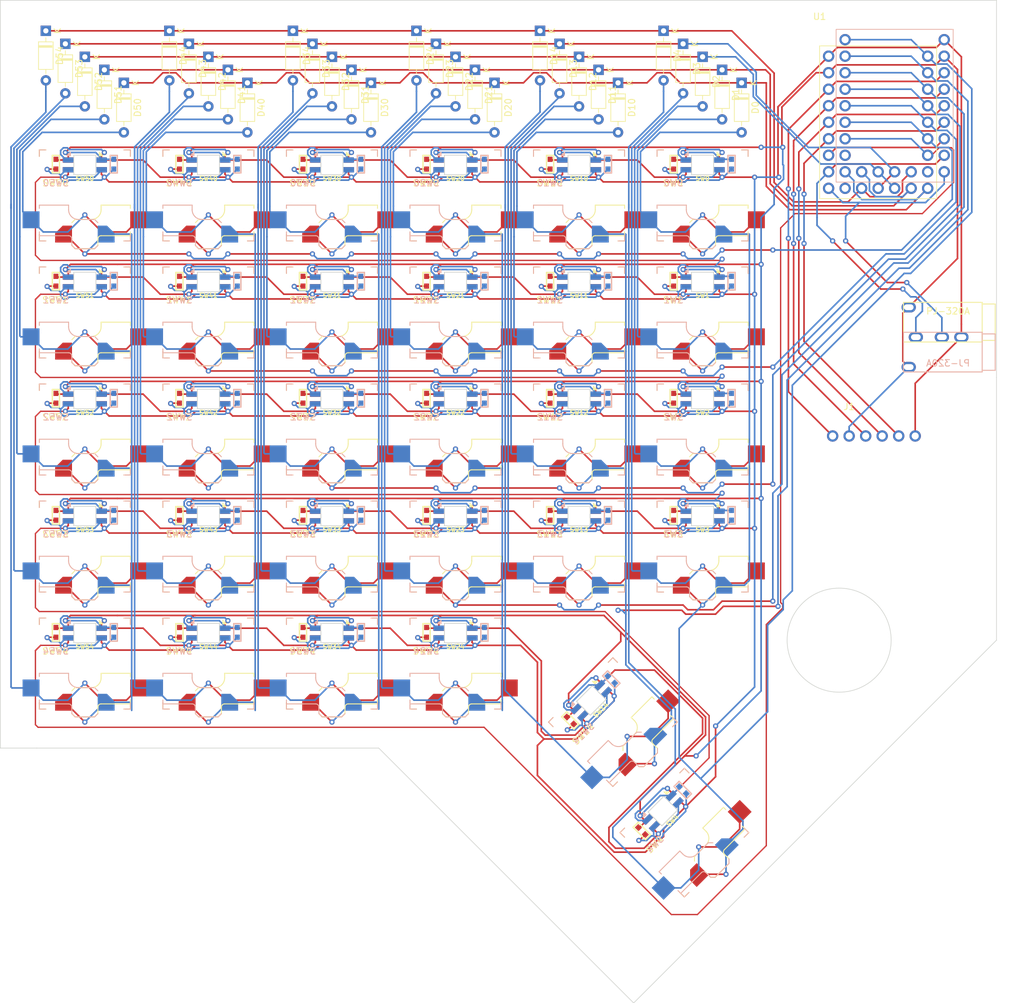
<source format=kicad_pcb>
(kicad_pcb (version 20211014) (generator pcbnew)
  (layers (0 "F.Cu" signal) (31 "B.Cu" signal) (34 "B.Paste" user) (35 "F.Paste" user) (36 "B.SilkS" user "B.Silkscreen") (37 "F.SilkS" user "F.Silkscreen") (38 "B.Mask" user) (39 "F.Mask" user) (44 "Edge.Cuts" user))
  (net 0 "")
  (net 1 "ROW 0")
  (net 2 "ROW 1")
  (net 3 "ROW 2")
  (net 4 "ROW 3")
  (net 5 "ROW 4")
  (net 6 "Net-(D31-Pad2)")
  (net 7 "Net-(D34-Pad2)")
  (net 8 "Net-(D22-Pad2)")
  (net 9 "Net-(D24-Pad2)")
  (net 10 "COL 0")
  (net 11 "COL 5")
  (net 12 "COL 4")
  (net 13 "COL 3")
  (net 14 "COL 1")
  (net 15 "COL 2")
  (net 16 "Net-(D1-Pad2)")
  (net 17 "JS_X")
  (net 18 "JS_Y")
  (net 19 "JS_S")
  (net 20 "unconnected-(U1-Pad7)")
  (net 21 "I2C SDA")
  (net 22 "I2C SCL")
  (net 25 "LED")
  (net 26 "GND")
  (net 27 "Net-(SW0-Pad5)")
  (net 28 "5V")
  (net 29 "unconnected-(SW0-Pad3)")
  (net 30 "Net-(SW1-Pad3)")
  (net 31 "Net-(SW12-Pad3)")
  (net 32 "Net-(SW13-Pad3)")
  (net 33 "Net-(SW14-Pad3)")
  (net 34 "Net-(SW10-Pad5)")
  (net 35 "Net-(SW21-Pad5)")
  (net 36 "Net-(SW31-Pad5)")
  (net 37 "Net-(SW40-Pad5)")
  (net 38 "Net-(SW41-Pad5)")
  (net 39 "3V3")
  (net 40 "Net-(D0-Pad2)")
  (net 41 "Net-(D2-Pad2)")
  (net 42 "Net-(D3-Pad2)")
  (net 43 "Net-(D4-Pad2)")
  (net 44 "Net-(D10-Pad2)")
  (net 45 "Net-(D11-Pad2)")
  (net 46 "Net-(D12-Pad2)")
  (net 47 "Net-(D13-Pad2)")
  (net 48 "Net-(D14-Pad2)")
  (net 49 "Net-(D20-Pad2)")
  (net 50 "Net-(D21-Pad2)")
  (net 51 "Net-(D23-Pad2)")
  (net 52 "Net-(D30-Pad2)")
  (net 53 "Net-(D32-Pad2)")
  (net 54 "Net-(D33-Pad2)")
  (net 55 "Net-(D40-Pad2)")
  (net 56 "Net-(D41-Pad2)")
  (net 57 "Net-(D42-Pad2)")
  (net 58 "Net-(D43-Pad2)")
  (net 59 "Net-(D44-Pad2)")
  (net 60 "Net-(D50-Pad2)")
  (net 61 "Net-(D51-Pad2)")
  (net 62 "Net-(D52-Pad2)")
  (net 63 "Net-(D53-Pad2)")
  (net 64 "Net-(D54-Pad2)")
  (net 65 "Net-(SW1-Pad5)")
  (net 66 "Net-(SW2-Pad3)")
  (net 67 "Net-(SW3-Pad3)")
  (net 68 "Net-(SW4-Pad3)")
  (net 69 "Net-(SW11-Pad5)")
  (net 70 "Net-(SW12-Pad5)")
  (net 71 "Net-(SW13-Pad5)")
  (net 72 "Net-(SW14-Pad5)")
  (net 73 "Net-(SW20-Pad5)")
  (net 74 "Net-(SW22-Pad5)")
  (net 75 "Net-(SW23-Pad5)")
  (net 76 "Net-(SW24-Pad5)")
  (net 77 "Net-(SW30-Pad5)")
  (net 78 "Net-(SW32-Pad5)")
  (net 79 "Net-(SW33-Pad5)")
  (net 80 "Net-(SW34-Pad5)")
  (net 81 "Net-(SW42-Pad5)")
  (net 82 "Net-(SW43-Pad5)")
  (net 83 "Net-(SW44-Pad5)")
  (footprint "KEYSWITCH:Kailh_socket_PG1350_reversible_LED" (layer "F.Cu") (at 96 55)
    (fp_text reference "SW20")
    (fp_text value "SW_Push" hide)
    (fp_line (start 1.7 -6.19) (end 1.7 -3.19) (layer "Edge.Cuts") (width 0.12))
    (fp_line (start -1.7 -3.19) (end -1.7 -6.19) (layer "Edge.Cuts") (width 0.12))
    (fp_line (start 1.7 -3.19) (end -1.7 -3.19) (layer "Edge.Cuts") (width 0.12))
    (fp_line (start -1.7 -6.19) (end 1.7 -6.19) (layer "Edge.Cuts") (width 0.12))
  )
  (footprint "KEYSWITCH:Kailh_socket_PG1350_reversible_LED" (layer "F.Cu") (at 96 91)
    (fp_text reference "SW22")
    (fp_text value "SW_Push" hide)
    (fp_line (start 1.7 -3.19) (end -1.7 -3.19) (layer "Edge.Cuts") (width 0.12))
    (fp_line (start -1.7 -6.19) (end 1.7 -6.19) (layer "Edge.Cuts") (width 0.12))
    (fp_line (start -1.7 -3.19) (end -1.7 -6.19) (layer "Edge.Cuts") (width 0.12))
    (fp_line (start 1.7 -6.19) (end 1.7 -3.19) (layer "Edge.Cuts") (width 0.12))
  )
  (footprint "KEYSWITCH:Kailh_socket_PG1350_reversible_LED" (layer "F.Cu") (at 134 55)
    (fp_text reference "SW0")
    (fp_text value "SW_Push" hide)
    (fp_line (start 1.7 -6.19) (end 1.7 -3.19) (layer "Edge.Cuts") (width 0.12))
    (fp_line (start 1.7 -3.19) (end -1.7 -3.19) (layer "Edge.Cuts") (width 0.12))
    (fp_line (start -1.7 -6.19) (end 1.7 -6.19) (layer "Edge.Cuts") (width 0.12))
    (fp_line (start -1.7 -3.19) (end -1.7 -6.19) (layer "Edge.Cuts") (width 0.12))
  )
  (footprint "KEYSWITCH:Kailh_socket_PG1350_reversible_LED" (layer "F.Cu") (at 96 73)
    (fp_text reference "SW21")
    (fp_text value "SW_Push" hide)
    (fp_line (start -1.7 -6.19) (end 1.7 -6.19) (layer "Edge.Cuts") (width 0.12))
    (fp_line (start -1.7 -3.19) (end -1.7 -6.19) (layer "Edge.Cuts") (width 0.12))
    (fp_line (start 1.7 -3.19) (end -1.7 -3.19) (layer "Edge.Cuts") (width 0.12))
    (fp_line (start 1.7 -6.19) (end 1.7 -3.19) (layer "Edge.Cuts") (width 0.12))
  )
  (footprint "KEYSWITCH:Kailh_socket_PG1350_reversible_LED" (layer "F.Cu") (at 39 91)
    (fp_text reference "SW52")
    (fp_text value "SW_Push" hide)
    (fp_line (start 1.7 -6.19) (end 1.7 -3.19) (layer "Edge.Cuts") (width 0.12))
    (fp_line (start -1.7 -6.19) (end 1.7 -6.19) (layer "Edge.Cuts") (width 0.12))
    (fp_line (start -1.7 -3.19) (end -1.7 -6.19) (layer "Edge.Cuts") (width 0.12))
    (fp_line (start 1.7 -3.19) (end -1.7 -3.19) (layer "Edge.Cuts") (width 0.12))
  )
  (footprint "Diode_THT:D_DO-35_SOD27_P7.62mm_Horizontal" (layer "F.Cu") (at 112 31.69 -90)
    (fp_text reference "D13")
    (fp_text value "1N4148")
  )
  (footprint "KEYSWITCH:Kailh_socket_PG1350_reversible_LED" (layer "F.Cu") (at 39 127)
    (fp_text reference "SW54")
    (fp_text value "SW_Push" hide)
    (fp_line (start -1.7 -3.19) (end -1.7 -6.19) (layer "Edge.Cuts") (width 0.12))
    (fp_line (start -1.7 -6.19) (end 1.7 -6.19) (layer "Edge.Cuts") (width 0.12))
    (fp_line (start 1.7 -3.19) (end -1.7 -3.19) (layer "Edge.Cuts") (width 0.12))
    (fp_line (start 1.7 -6.19) (end 1.7 -3.19) (layer "Edge.Cuts") (width 0.12))
  )
  (footprint "KEYSWITCH:Kailh_socket_PG1350_reversible_LED" (layer "F.Cu") (at 77 127)
    (fp_text reference "SW34")
    (fp_text value "SW_Push" hide)
    (fp_line (start -1.7 -3.19) (end -1.7 -6.19) (layer "Edge.Cuts") (width 0.12))
    (fp_line (start 1.7 -3.19) (end -1.7 -3.19) (layer "Edge.Cuts") (width 0.12))
    (fp_line (start -1.7 -6.19) (end 1.7 -6.19) (layer "Edge.Cuts") (width 0.12))
    (fp_line (start 1.7 -6.19) (end 1.7 -3.19) (layer "Edge.Cuts") (width 0.12))
  )
  (footprint "KEYSWITCH:Kailh_socket_PG1350_reversible_LED" (layer "F.Cu") (at 39 55)
    (fp_text reference "SW50")
    (fp_text value "SW_Push" hide)
    (fp_line (start 1.7 -6.19) (end 1.7 -3.19) (layer "Edge.Cuts") (width 0.12))
    (fp_line (start -1.7 -3.19) (end -1.7 -6.19) (layer "Edge.Cuts") (width 0.12))
    (fp_line (start 1.7 -3.19) (end -1.7 -3.19) (layer "Edge.Cuts") (width 0.12))
    (fp_line (start -1.7 -6.19) (end 1.7 -6.19) (layer "Edge.Cuts") (width 0.12))
  )
  (footprint "Diode_THT:D_DO-35_SOD27_P7.62mm_Horizontal" (layer "F.Cu") (at 80 35.69 -90)
    (fp_text reference "D31")
    (fp_text value "1N4148")
  )
  (footprint "Diode_THT:D_DO-35_SOD27_P7.62mm_Horizontal" (layer "F.Cu") (at 64 37.69 -90)
    (fp_text reference "D40")
    (fp_text value "1N4148")
  )
  (footprint "Diode_THT:D_DO-35_SOD27_P7.62mm_Horizontal" (layer "F.Cu") (at 71 29.69 -90)
    (fp_text reference "D34")
    (fp_text value "1N4148")
  )
  (footprint "Diode_THT:D_DO-35_SOD27_P7.62mm_Horizontal" (layer "F.Cu") (at 102 37.69 -90)
    (fp_text reference "D20")
    (fp_text value "1N4148")
  )
  (footprint "KEYSWITCH:Kailh_socket_PG1350_reversible_LED" (layer "F.Cu") (at 115 109)
    (fp_text reference "SW13")
    (fp_text value "SW_Push" hide)
    (fp_line (start -1.7 -3.19) (end -1.7 -6.19) (layer "Edge.Cuts") (width 0.12))
    (fp_line (start -1.7 -6.19) (end 1.7 -6.19) (layer "Edge.Cuts") (width 0.12))
    (fp_line (start 1.7 -3.19) (end -1.7 -3.19) (layer "Edge.Cuts") (width 0.12))
    (fp_line (start 1.7 -6.19) (end 1.7 -3.19) (layer "Edge.Cuts") (width 0.12))
  )
  (footprint "Diode_THT:D_DO-35_SOD27_P7.62mm_Horizontal" (layer "F.Cu") (at 137 35.69 -90)
    (fp_text reference "D1")
    (fp_text value "1N4148")
  )
  (footprint "KEYSWITCH:Kailh_socket_PG1350_reversible_LED" (layer "F.Cu") (at 77 91)
    (fp_text reference "SW32")
    (fp_text value "SW_Push" hide)
    (fp_line (start -1.7 -3.19) (end -1.7 -6.19) (layer "Edge.Cuts") (width 0.12))
    (fp_line (start -1.7 -6.19) (end 1.7 -6.19) (layer "Edge.Cuts") (width 0.12))
    (fp_line (start 1.7 -3.19) (end -1.7 -3.19) (layer "Edge.Cuts") (width 0.12))
    (fp_line (start 1.7 -6.19) (end 1.7 -3.19) (layer "Edge.Cuts") (width 0.12))
  )
  (footprint "Diode_THT:D_DO-35_SOD27_P7.62mm_Horizontal" (layer "F.Cu") (at 109 29.69 -90)
    (fp_text reference "D14")
    (fp_text value "1N4148")
  )
  (footprint "Diode_THT:D_DO-35_SOD27_P7.62mm_Horizontal" (layer "F.Cu") (at 140 37.69 -90)
    (fp_text reference "D0")
    (fp_text value "1N4148")
  )
  (footprint "KEYSWITCH:Kailh_socket_PG1350_reversible_LED" (layer "F.Cu") (at 58 73)
    (fp_text reference "SW41")
    (fp_text value "SW_Push" hide)
    (fp_line (start -1.7 -3.19) (end -1.7 -6.19) (layer "Edge.Cuts") (width 0.12))
    (fp_line (start 1.7 -3.19) (end -1.7 -3.19) (layer "Edge.Cuts") (width 0.12))
    (fp_line (start -1.7 -6.19) (end 1.7 -6.19) (layer "Edge.Cuts") (width 0.12))
    (fp_line (start 1.7 -6.19) (end 1.7 -3.19) (layer "Edge.Cuts") (width 0.12))
  )
  (footprint "Diode_THT:D_DO-35_SOD27_P7.62mm_Horizontal" (layer "F.Cu") (at 134 33.69 -90)
    (fp_text reference "D2")
    (fp_text value "1N4148")
  )
  (footprint "Diode_THT:D_DO-35_SOD27_P7.62mm_Horizontal" (layer "F.Cu") (at 61 35.69 -90)
    (fp_text reference "D41")
    (fp_text value "1N4148")
  )
  (footprint "RP2040:JOYSTICK_SWITCH" (layer "F.Cu") (at 154 92)
    (fp_text reference "J1")
    (fp_text value "JOYSTICK_SWITCH")
  )
  (footprint "Diode_THT:D_DO-35_SOD27_P7.62mm_Horizontal" (layer "F.Cu") (at 36 31.69 -90)
    (fp_text reference "D53")
    (fp_text value "1N4148")
  )
  (footprint "KEYSWITCH:Kailh_socket_PG1350_reversible_LED" (layer "F.Cu") (at 58 127)
    (fp_text reference "SW44")
    (fp_text value "SW_Push" hide)
    (fp_line (start -1.7 -3.19) (end -1.7 -6.19) (layer "Edge.Cuts") (width 0.12))
    (fp_line (start 1.7 -3.19) (end -1.7 -3.19) (layer "Edge.Cuts") (width 0.12))
    (fp_line (start 1.7 -6.19) (end 1.7 -3.19) (layer "Edge.Cuts") (width 0.12))
    (fp_line (start -1.7 -6.19) (end 1.7 -6.19) (layer "Edge.Cuts") (width 0.12))
  )
  (footprint "Diode_THT:D_DO-35_SOD27_P7.62mm_Horizontal" (layer "F.Cu") (at 131 31.69 -90)
    (fp_text reference "D3")
    (fp_text value "1N4148")
  )
  (footprint "KEYSWITCH:Kailh_socket_PG1350_reversible_LED" (layer "F.Cu") (at 115 73)
    (fp_text reference "SW11")
    (fp_text value "SW_Push" hide)
    (fp_line (start -1.7 -3.19) (end -1.7 -6.19) (layer "Edge.Cuts") (width 0.12))
    (fp_line (start 1.7 -6.19) (end 1.7 -3.19) (layer "Edge.Cuts") (width 0.12))
    (fp_line (start -1.7 -6.19) (end 1.7 -6.19) (layer "Edge.Cuts") (width 0.12))
    (fp_line (start 1.7 -3.19) (end -1.7 -3.19) (layer "Edge.Cuts") (width 0.12))
  )
  (footprint "Diode_THT:D_DO-35_SOD27_P7.62mm_Horizontal" (layer "F.Cu") (at 33 29.69 -90)
    (fp_text reference "D54")
    (fp_text value "1N4148")
  )
  (footprint "KEYSWITCH:Kailh_socket_PG1350_reversible_LED" (layer "F.Cu") (at 58 91)
    (fp_text reference "SW42")
    (fp_text value "SW_Push" hide)
    (fp_line (start -1.7 -6.19) (end 1.7 -6.19) (layer "Edge.Cuts") (width 0.12))
    (fp_line (start 1.7 -6.19) (end 1.7 -3.19) (layer "Edge.Cuts") (width 0.12))
    (fp_line (start -1.7 -3.19) (end -1.7 -6.19) (layer "Edge.Cuts") (width 0.12))
    (fp_line (start 1.7 -3.19) (end -1.7 -3.19) (layer "Edge.Cuts") (width 0.12))
  )
  (footprint "KEYSWITCH:Kailh_socket_PG1350_reversible_LED" (layer "F.Cu") (at 134 109)
    (fp_text reference "SW3")
    (fp_text value "SW_Push" hide)
    (fp_line (start 1.7 -3.19) (end -1.7 -3.19) (layer "Edge.Cuts") (width 0.12))
    (fp_line (start -1.7 -6.19) (end 1.7 -6.19) (layer "Edge.Cuts") (width 0.12))
    (fp_line (start -1.7 -3.19) (end -1.7 -6.19) (layer "Edge.Cuts") (width 0.12))
    (fp_line (start 1.7 -6.19) (end 1.7 -3.19) (layer "Edge.Cuts") (width 0.12))
  )
  (footprint "Diode_THT:D_DO-35_SOD27_P7.62mm_Horizontal" (layer "F.Cu") (at 90 29.69 -90)
    (fp_text reference "D24")
    (fp_text value "1N4148")
  )
  (footprint "Diode_THT:D_DO-35_SOD27_P7.62mm_Horizontal" (layer "F.Cu") (at 55 31.69 -90)
    (fp_text reference "D43")
    (fp_text value "1N4148")
  )
  (footprint "Diode_THT:D_DO-35_SOD27_P7.62mm_Horizontal" (layer "F.Cu") (at 115 33.69 -90)
    (fp_text reference "D12")
    (fp_text value "1N4148")
  )
  (footprint "Diode_THT:D_DO-35_SOD27_P7.62mm_Horizontal" (layer "F.Cu") (at 128 29.69 -90)
    (fp_text reference "D4")
    (fp_text value "1N4148")
  )
  (footprint "KEYSWITCH:Kailh_socket_PG1350_reversible_LED" (layer "F.Cu") (at 96 127)
    (fp_text reference "SW24")
    (fp_text value "SW_Push" hide)
    (fp_line (start 1.7 -3.19) (end -1.7 -3.19) (layer "Edge.Cuts") (width 0.12))
    (fp_line (start -1.7 -6.19) (end 1.7 -6.19) (layer "Edge.Cuts") (width 0.12))
    (fp_line (start 1.7 -6.19) (end 1.7 -3.19) (layer "Edge.Cuts") (width 0.12))
    (fp_line (start -1.7 -3.19) (end -1.7 -6.19) (layer "Edge.Cuts") (width 0.12))
  )
  (footprint "KEYSWITCH:Kailh_socket_PG1350_reversible_LED" (layer "F.Cu") (at 120.2 136 45)
    (fp_text reference "SW14")
    (fp_text value "SW_Push" hide)
    (fp_line (start 1.7 -3.19) (end -1.7 -3.19) (layer "Edge.Cuts") (width 0.12))
    (fp_line (start -1.7 -6.19) (end 1.7 -6.19) (layer "Edge.Cuts") (width 0.12))
    (fp_line (start -1.7 -3.19) (end -1.7 -6.19) (layer "Edge.Cuts") (width 0.12))
    (fp_line (start 1.7 -6.19) (end 1.7 -3.19) (layer "Edge.Cuts") (width 0.12))
  )
  (footprint "Diode_THT:D_DO-35_SOD27_P7.62mm_Horizontal" (layer "F.Cu") (at 52 29.69 -90)
    (fp_text reference "D44")
    (fp_text value "1N4148")
  )
  (footprint "Diode_THT:D_DO-35_SOD27_P7.62mm_Horizontal" (layer "F.Cu") (at 83 37.69 -90)
    (fp_text reference "D30")
    (fp_text value "1N4148")
  )
  (footprint "Diode_THT:D_DO-35_SOD27_P7.62mm_Horizontal" (layer "F.Cu") (at 121 37.69 -90)
    (fp_text reference "D10")
    (fp_text value "1N4148")
  )
  (footprint "Diode_THT:D_DO-35_SOD27_P7.62mm_Horizontal" (layer "F.Cu") (at 58 33.69 -90)
    (fp_text reference "D42")
    (fp_text value "1N4148")
  )
  (footprint "KEYSWITCH:Kailh_socket_PG1350_reversible_LED" (layer "F.Cu") (at 77 109)
    (fp_text reference "SW33")
    (fp_text value "SW_Push" hide)
    (fp_line (start -1.7 -6.19) (end 1.7 -6.19) (layer "Edge.Cuts") (width 0.12))
    (fp_line (start 1.7 -6.19) (end 1.7 -3.19) (layer "Edge.Cuts") (width 0.12))
    (fp_line (start -1.7 -3.19) (end -1.7 -6.19) (layer "Edge.Cuts") (width 0.12))
    (fp_line (start 1.7 -3.19) (end -1.7 -3.19) (layer "Edge.Cuts") (width 0.12))
  )
  (footprint "Diode_THT:D_DO-35_SOD27_P7.62mm_Horizontal" (layer "F.Cu") (at 42 35.69 -90)
    (fp_text reference "D51")
    (fp_text value "1N4148")
  )
  (footprint "KEYSWITCH:Kailh_socket_PG1350_reversible_LED" (layer "F.Cu") (at 134 73)
    (fp_text reference "SW1")
    (fp_text value "SW_Push" hide)
    (fp_line (start -1.7 -6.19) (end 1.7 -6.19) (layer "Edge.Cuts") (width 0.12))
    (fp_line (start -1.7 -3.19) (end -1.7 -6.19) (layer "Edge.Cuts") (width 0.12))
    (fp_line (start 1.7 -3.19) (end -1.7 -3.19) (layer "Edge.Cuts") (width 0.12))
    (fp_line (start 1.7 -6.19) (end 1.7 -3.19) (layer "Edge.Cuts") (width 0.12))
  )
  (footprint "KEYSWITCH:Kailh_socket_PG1350_reversible_LED" (layer "F.Cu") (at 96 109)
    (fp_text reference "SW23")
    (fp_text value "SW_Push" hide)
    (fp_line (start 1.7 -3.19) (end -1.7 -3.19) (layer "Edge.Cuts") (width 0.12))
    (fp_line (start -1.7 -6.19) (end 1.7 -6.19) (layer "Edge.Cuts") (width 0.12))
    (fp_line (start -1.7 -3.19) (end -1.7 -6.19) (layer "Edge.Cuts") (width 0.12))
    (fp_line (start 1.7 -6.19) (end 1.7 -3.19) (layer "Edge.Cuts") (width 0.12))
  )
  (footprint "KEYSWITCH:Kailh_socket_PG1350_reversible_LED" (layer "F.Cu") (at 77 55)
    (fp_text reference "SW30")
    (fp_text value "SW_Push" hide)
    (fp_line (start -1.7 -6.19) (end 1.7 -6.19) (layer "Edge.Cuts") (width 0.12))
    (fp_line (start -1.7 -3.19) (end -1.7 -6.19) (layer "Edge.Cuts") (width 0.12))
    (fp_line (start 1.7 -6.19) (end 1.7 -3.19) (layer "Edge.Cuts") (width 0.12))
    (fp_line (start 1.7 -3.19) (end -1.7 -3.19) (layer "Edge.Cuts") (width 0.12))
  )
  (footprint "Diode_THT:D_DO-35_SOD27_P7.62mm_Horizontal" (layer "F.Cu") (at 118 35.69 -90)
    (fp_text reference "D11")
    (fp_text value "1N4148")
  )
  (footprint "KEYSWITCH:Kailh_socket_PG1350_reversible_LED" (layer "F.Cu") (at 131.2 153 45)
    (fp_text reference "SW4")
    (fp_text value "SW_Push" hide)
    (fp_line (start -1.7 -3.19) (end -1.7 -6.19) (layer "Edge.Cuts") (width 0.12))
    (fp_line (start 1.7 -3.19) (end -1.7 -3.19) (layer "Edge.Cuts") (width 0.12))
    (fp_line (start -1.7 -6.19) (end 1.7 -6.19) (layer "Edge.Cuts") (width 0.12))
    (fp_line (start 1.7 -6.19) (end 1.7 -3.19) (layer "Edge.Cuts") (width 0.12))
  )
  (footprint "Keebio:TRRS-PJ-320A-dual" (layer "F.Cu") (at 177 76.8 -90)
    (fp_text reference "T1")
    (fp_text value "AudioJack4")
  )
  (footprint "KEYSWITCH:Kailh_socket_PG1350_reversible_LED" (layer "F.Cu") (at 58 109)
    (fp_text reference "SW43")
    (fp_text value "SW_Push" hide)
    (fp_line (start -1.7 -6.19) (end 1.7 -6.19) (layer "Edge.Cuts") (width 0.12))
    (fp_line (start 1.7 -3.19) (end -1.7 -3.19) (layer "Edge.Cuts") (width 0.12))
    (fp_line (start 1.7 -6.19) (end 1.7 -3.19) (layer "Edge.Cuts") (width 0.12))
    (fp_line (start -1.7 -3.19) (end -1.7 -6.19) (layer "Edge.Cuts") (width 0.12))
  )
  (footprint "KEYSWITCH:Kailh_socket_PG1350_reversible_LED" (layer "F.Cu") (at 134 91)
    (fp_text reference "SW2")
    (fp_text value "SW_Push" hide)
    (fp_line (start -1.7 -6.19) (end 1.7 -6.19) (layer "Edge.Cuts") (width 0.12))
    (fp_line (start 1.7 -6.19) (end 1.7 -3.19) (layer "Edge.Cuts") (width 0.12))
    (fp_line (start -1.7 -3.19) (end -1.7 -6.19) (layer "Edge.Cuts") (width 0.12))
    (fp_line (start 1.7 -3.19) (end -1.7 -3.19) (layer "Edge.Cuts") (width 0.12))
  )
  (footprint "KEYSWITCH:Kailh_socket_PG1350_reversible_LED" (layer "F.Cu") (at 115 91)
    (fp_text reference "SW12")
    (fp_text value "SW_Push" hide)
    (fp_line (start 1.7 -6.19) (end 1.7 -3.19) (layer "Edge.Cuts") (width 0.12))
    (fp_line (start 1.7 -3.19) (end -1.7 -3.19) (layer "Edge.Cuts") (width 0.12))
    (fp_line (start -1.7 -3.19) (end -1.7 -6.19) (layer "Edge.Cuts") (width 0.12))
    (fp_line (start -1.7 -6.19) (end 1.7 -6.19) (layer "Edge.Cuts") (width 0.12))
  )
  (footprint "Diode_THT:D_DO-35_SOD27_P7.62mm_Horizontal" (layer "F.Cu") (at 99 35.69 -90)
    (fp_text reference "D21")
    (fp_text value "1N4148")
  )
  (footprint "RP2040:RP2040_ZERO" (layer "F.Cu") (at 152 32)
    (fp_text reference "U1")
    (fp_text value "RP2040_ZERO")
  )
  (footprint "Diode_THT:D_DO-35_SOD27_P7.62mm_Horizontal" (layer "F.Cu") (at 96 33.69 -90)
    (fp_text reference "D22")
    (fp_text value "1N4148")
  )
  (footprint "KEYSWITCH:Kailh_socket_PG1350_reversible_LED" (layer "F.Cu") (at 77 73)
    (fp_text reference "SW31")
    (fp_text value "SW_Push" hide)
    (fp_line (start 1.7 -3.19) (end -1.7 -3.19) (layer "Edge.Cuts") (width 0.12))
    (fp_line (start -1.7 -3.19) (end -1.7 -6.19) (layer "Edge.Cuts") (width 0.12))
    (fp_line (start 1.7 -6.19) (end 1.7 -3.19) (layer "Edge.Cuts") (width 0.12))
    (fp_line (start -1.7 -6.19) (end 1.7 -6.19) (layer "Edge.Cuts") (width 0.12))
  )
  (footprint "KEYSWITCH:Kailh_socket_PG1350_reversible_LED" (layer "F.Cu") (at 39 73)
    (fp_text reference "SW51")
    (fp_text value "SW_Push" hide)
    (fp_line (start 1.7 -6.19) (end 1.7 -3.19) (layer "Edge.Cuts") (width 0.12))
    (fp_line (start -1.7 -6.19) (end 1.7 -6.19) (layer "Edge.Cuts") (width 0.12))
    (fp_line (start 1.7 -3.19) (end -1.7 -3.19) (layer "Edge.Cuts") (width 0.12))
    (fp_line (start -1.7 -3.19) (end -1.7 -6.19) (layer "Edge.Cuts") (width 0.12))
  )
  (footprint "KEYSWITCH:Kailh_socket_PG1350_reversible_LED" (layer "F.Cu") (at 58 55)
    (fp_text reference "SW40")
    (fp_text value "SW_Push" hide)
    (fp_line (start -1.7 -3.19) (end -1.7 -6.19) (layer "Edge.Cuts") (width 0.12))
    (fp_line (start 1.7 -6.19) (end 1.7 -3.19) (layer "Edge.Cuts") (width 0.12))
    (fp_line (start -1.7 -6.19) (end 1.7 -6.19) (layer "Edge.Cuts") (width 0.12))
    (fp_line (start 1.7 -3.19) (end -1.7 -3.19) (layer "Edge.Cuts") (width 0.12))
  )
  (footprint "Diode_THT:D_DO-35_SOD27_P7.62mm_Horizontal" (layer "F.Cu") (at 45 37.69 -90)
    (fp_text reference "D50")
    (fp_text value "1N4148")
  )
  (footprint "Diode_THT:D_DO-35_SOD27_P7.62mm_Horizontal" (layer "F.Cu") (at 77 33.69 -90)
    (fp_text reference "D32")
    (fp_text value "1N4148")
  )
  (footprint "KEYSWITCH:Kailh_socket_PG1350_reversible_LED" (layer "F.Cu") (at 115 55)
    (fp_text reference "SW10")
    (fp_text value "SW_Push" hide)
    (fp_line (start 1.7 -6.19) (end 1.7 -3.19) (layer "Edge.Cuts") (width 0.12))
    (fp_line (start -1.7 -6.19) (end 1.7 -6.19) (layer "Edge.Cuts") (width 0.12))
    (fp_line (start -1.7 -3.19) (end -1.7 -6.19) (layer "Edge.Cuts") (width 0.12))
    (fp_line (start 1.7 -3.19) (end -1.7 -3.19) (layer "Edge.Cuts") (width 0.12))
  )
  (footprint "Diode_THT:D_DO-35_SOD27_P7.62mm_Horizontal" (layer "F.Cu") (at 74 31.69 -90)
    (fp_text reference "D33")
    (fp_text value "1N4148")
  )
  (footprint "KEYSWITCH:Kailh_socket_PG1350_reversible_LED" (layer "F.Cu") (at 39 109)
    (fp_text reference "SW53")
    (fp_text value "SW_Push" hide)
    (fp_line (start -1.7 -6.19) (end 1.7 -6.19) (layer "Edge.Cuts") (width 0.12))
    (fp_line (start 1.7 -3.19) (end -1.7 -3.19) (layer "Edge.Cuts") (width 0.12))
    (fp_line (start -1.7 -3.19) (end -1.7 -6.19) (layer "Edge.Cuts") (width 0.12))
    (fp_line (start 1.7 -6.19) (end 1.7 -3.19) (layer "Edge.Cuts") (width 0.12))
  )
  (footprint "Diode_THT:D_DO-35_SOD27_P7.62mm_Horizontal" (layer "F.Cu") (at 93 31.69 -90)
    (fp_text reference "D23")
    (fp_text value "1N4148")
  )
  (footprint "Diode_THT:D_DO-35_SOD27_P7.62mm_Horizontal" (layer "F.Cu") (at 39 33.69 -90)
    (fp_text reference "D52")
    (fp_text value "1N4148")
  )
  (gr_line (start 179.2 83) (end 179.2 25) (layer "Edge.Cuts") (width 0.1))
  (gr_line (start 179.2 83) (end 179.2 123.4) (layer "Edge.Cuts") (width 0.1))
  (gr_line (start 135.2 167.4) (end 127.2 175.4) (layer "Edge.Cuts") (width 0.1))
  (gr_line (start 123.4 179.2) (end 84.2 140) (layer "Edge.Cuts") (width 0.1))
  (gr_line (start 31.6 140) (end 26 140) (layer "Edge.Cuts") (width 0.1))
  (gr_line (start 127.2 175.4) (end 123.4 179.2) (layer "Edge.Cuts") (width 0.1))
  (gr_line (start 31.6 140) (end 84.2 140) (layer "Edge.Cuts") (width 0.1))
  (gr_circle (center 155 123.4) (end 155 131.4) (layer "Edge.Cuts") (width 0.1) (fill none))
  (gr_line (start 135.2 167.4) (end 179.2 123.4) (layer "Edge.Cuts") (width 0.1))
  (gr_line (start 26 25) (end 26 140) (layer "Edge.Cuts") (width 0.1))
  (gr_line (start 26 25) (end 179.2 25) (layer "Edge.Cuts") (width 0.1))
  (segment (start 121 37.69) (end 125.44952 37.69) (width 0.25) (layer "F.Cu") (net 1))
  (segment (start 92.55048 37.69) (end 102 37.69) (width 0.25) (layer "F.Cu") (net 1))
  (segment (start 110 36.13952) (end 111.55048 37.69) (width 0.25) (layer "F.Cu") (net 1))
  (segment (start 87.44952 37.69) (end 89 36.13952) (width 0.25) (layer "F.Cu") (net 1))
  (segment (start 129 36.13952) (end 130.55048 37.69) (width 0.25) (layer "F.Cu") (net 1))
  (segment (start 127 36.13952) (end 129 36.13952) (width 0.25) (layer "F.Cu") (net 1))
  (segment (start 54.55048 37.69) (end 64 37.69) (width 0.25) (layer "F.Cu") (net 1))
  (segment (start 45 37.69) (end 49.44952 37.69) (width 0.25) (layer "F.Cu") (net 1))
  (segment (start 108 36.13952) (end 110 36.13952) (width 0.25) (layer "F.Cu") (net 1))
  (segment (start 147.4 57.2) (end 143.8 53.6) (width 0.25) (layer "F.Cu") (net 1))
  (segment (start 91 36.13952) (end 92.55048 37.69) (width 0.25) (layer "F.Cu") (net 1))
  (segment (start 49.44952 37.69) (end 51 36.13952) (width 0.25) (layer "F.Cu") (net 1))
  (segment (start 106.44952 37.69) (end 108 36.13952) (width 0.25) (layer "F.Cu") (net 1))
  (segment (start 125.44952 37.69) (end 127 36.13952) (width 0.25) (layer "F.Cu") (net 1))
  (segment (start 53 36.13952) (end 54.55048 37.69) (width 0.25) (layer "F.Cu") (net 1))
  (segment (start 70 36.13952) (end 72 36.13952) (width 0.25) (layer "F.Cu") (net 1))
  (segment (start 111.55048 37.69) (end 121 37.69) (width 0.25) (layer "F.Cu") (net 1))
  (segment (start 165.33 57.2) (end 147.4 57.2) (width 0.25) (layer "F.Cu") (net 1))
  (segment (start 72 36.13952) (end 73.55048 37.69) (width 0.25) (layer "F.Cu") (net 1))
  (segment (start 130.55048 37.69) (end 140 37.69) (width 0.25) (layer "F.Cu") (net 1))
  (segment (start 143.8 37.69) (end 140 37.69) (width 0.25) (layer "F.Cu") (net 1))
  (segment (start 51 36.13952) (end 53 36.13952) (width 0.25) (layer "F.Cu") (net 1))
  (segment (start 73.55048 37.69) (end 83 37.69) (width 0.25) (layer "F.Cu") (net 1))
  (segment (start 168.62 53.91) (end 165.33 57.2) (width 0.25) (layer "F.Cu") (net 1))
  (segment (start 64 37.69) (end 68.44952 37.69) (width 0.25) (layer "F.Cu") (net 1))
  (segment (start 89 36.13952) (end 91 36.13952) (width 0.25) (layer "F.Cu") (net 1))
  (segment (start 102 37.69) (end 106.44952 37.69) (width 0.25) (layer "F.Cu") (net 1))
  (segment (start 83 37.69) (end 87.44952 37.69) (width 0.25) (layer "F.Cu") (net 1))
  (segment (start 68.44952 37.69) (end 70 36.13952) (width 0.25) (layer "F.Cu") (net 1))
  (segment (start 143.8 53.6) (end 143.8 37.69) (width 0.25) (layer "F.Cu") (net 1))
  (segment (start 155.92 51.37) (end 157.259189 52.709189) (width 0.25) (layer "B.Cu") (net 1))
  (segment (start 157.259189 54.407393) (end 158.501316 55.64952) (width 0.25) (layer "B.Cu") (net 1))
  (segment (start 166.88048 55.64952) (end 168.62 53.91) (width 0.25) (layer "B.Cu") (net 1))
  (segment (start 157.259189 52.709189) (end 157.259189 54.407393) (width 0.25) (layer "B.Cu") (net 1))
  (segment (start 158.501316 55.64952) (end 166.88048 55.64952) (width 0.25) (layer "B.Cu") (net 1))
  (segment (start 166.08 53.91) (end 163.39 56.6) (width 0.25) (layer "F.Cu") (net 2))
  (segment (start 143.69 35.69) (end 137 35.69) (width 0.25) (layer "F.Cu") (net 2))
  (segment (start 80 35.69) (end 99 35.69) (width 0.25) (layer "F.Cu") (net 2))
  (segment (start 163.39 56.6) (end 147.8 56.6) (width 0.25) (layer "F.Cu") (net 2))
  (segment (start 99 35.69) (end 118 35.69) (width 0.25) (layer "F.Cu") (net 2))
  (segment (start 144.4 53.2) (end 144.4 36.4) (width 0.25) (layer "F.Cu") (net 2))
  (segment (start 61 35.69) (end 80 35.69) (width 0.25) (layer "F.Cu") (net 2))
  (segment (start 42 35.69) (end 61 35.69) (width 0.25) (layer "F.Cu") (net 2))
  (segment (start 144.4 36.4) (end 143.69 35.69) (width 0.25) (layer "F.Cu") (net 2))
  (segment (start 118 35.69) (end 137 35.69) (width 0.25) (layer "F.Cu") (net 2))
  (segment (start 147.8 56.6) (end 144.4 53.2) (width 0.25) (layer "F.Cu") (net 2))
  (segment (start 158.46 51.37) (end 159.660811 52.570811) (width 0.25) (layer "B.Cu") (net 2))
  (segment (start 159.660811 54.269015) (end 160.591796 55.2) (width 0.25) (layer "B.Cu") (net 2))
  (segment (start 164.79 55.2) (end 166.08 53.91) (width 0.25) (layer "B.Cu") (net 2))
  (segment (start 159.660811 52.570811) (end 159.660811 54.269015) (width 0.25) (layer "B.Cu") (net 2))
  (segment (start 160.591796 55.2) (end 164.79 55.2) (width 0.25) (layer "B.Cu") (net 2))
  (segment (start 77 33.69) (end 96 33.69) (width 0.25) (layer "F.Cu") (net 3))
  (segment (start 115 33.69) (end 134 33.69) (width 0.25) (layer "F.Cu") (net 3))
  (segment (start 58 33.69) (end 77 33.69) (width 0.25) (layer "F.Cu") (net 3))
  (segment (start 96 33.69) (end 115 33.69) (width 0.25) (layer "F.Cu") (net 3))
  (segment (start 39 33.69) (end 58 33.69) (width 0.25) (layer "F.Cu") (net 3))
  (segment (start 161 51.37) (end 159.799189 50.169189) (width 0.25) (layer "B.Cu") (net 3))
  (segment (start 159.799189 50.169189) (end 152.169189 50.169189) (width 0.25) (layer "B.Cu") (net 3))
  (segment (start 139.09 33.69) (end 134 33.69) (width 0.25) (layer "B.Cu") (net 3))
  (segment (start 141.8 36.4) (end 139.09 33.69) (width 0.25) (layer "B.Cu") (net 3))
  (segment (start 152.169189 50.169189) (end 141.8 39.8) (width 0.25) (layer "B.Cu") (net 3))
  (segment (start 141.8 39.8) (end 141.8 36.4) (width 0.25) (layer "B.Cu") (net 3))
  (segment (start 161 51.37) (end 163.54 53.91) (width 0.25) (layer "B.Cu") (net 3))
  (segment (start 55 31.69) (end 74 31.69) (width 0.25) (layer "F.Cu") (net 4))
  (segment (start 36 31.69) (end 55 31.69) (width 0.25) (layer "F.Cu") (net 4))
  (segment (start 74 31.69) (end 93 31.69) (width 0.25) (layer "F.Cu") (net 4))
  (segment (start 112 31.69) (end 131 31.69) (width 0.25) (layer "F.Cu") (net 4))
  (segment (start 93 31.69) (end 112 31.69) (width 0.25) (layer "F.Cu") (net 4))
  (segment (start 161 53.91) (end 163.54 51.37) (width 0.25) (layer "F.Cu") (net 4))
  (segment (start 159.799189 47.629189) (end 163.54 51.37) (width 0.25) (layer "B.Cu") (net 4))
  (segment (start 150.264907 47.629189) (end 159.799189 47.629189) (width 0.25) (layer "B.Cu") (net 4))
  (segment (start 142.24952 39.613802) (end 150.264907 47.629189) (width 0.25) (layer "B.Cu") (net 4))
  (segment (start 137.89 31.69) (end 142.24952 36.04952) (width 0.25) (layer "B.Cu") (net 4))
  (segment (start 131 31.69) (end 137.89 31.69) (width 0.25) (layer "B.Cu") (net 4))
  (segment (start 142.24952 36.04952) (end 142.24952 39.613802) (width 0.25) (layer "B.Cu") (net 4))
  (segment (start 148 56) (end 156.37 56) (width 0.25) (layer "F.Cu") (net 5))
  (segment (start 71 29.69) (end 90 29.69) (width 0.25) (layer "F.Cu") (net 5))
  (segment (start 145 36.2) (end 145 53) (width 0.25) (layer "F.Cu") (net 5))
  (segment (start 159.75 55.2) (end 158.46 53.91) (width 0.25) (layer "F.Cu") (net 5))
  (segment (start 145 53) (end 148 56) (width 0.25) (layer "F.Cu") (net 5))
  (segment (start 163.948204 55.2) (end 159.75 55.2) (width 0.25) (layer "F.Cu") (net 5))
  (segment (start 128 29.69) (end 138.49 29.69) (width 0.25) (layer "F.Cu") (net 5))
  (segment (start 164.740811 54.407393) (end 163.948204 55.2) (width 0.25) (layer "F.Cu") (net 5))
  (segment (start 33 29.69) (end 52 29.69) (width 0.25) (layer "F.Cu") (net 5))
  (segment (start 138.49 29.69) (end 145 36.2) (width 0.25) (layer "F.Cu") (net 5))
  (segment (start 109 29.69) (end 128 29.69) (width 0.25) (layer "F.Cu") (net 5))
  (segment (start 156.37 56) (end 158.46 53.91) (width 0.25) (layer "F.Cu") (net 5))
  (segment (start 164.740811 52.709189) (end 164.740811 54.407393) (width 0.25) (layer "F.Cu") (net 5))
  (segment (start 90 29.69) (end 109 29.69) (width 0.25) (layer "F.Cu") (net 5))
  (segment (start 52 29.69) (end 71 29.69) (width 0.25) (layer "F.Cu") (net 5))
  (segment (start 166.08 51.37) (end 164.740811 52.709189) (width 0.25) (layer "F.Cu") (net 5))
  (segment (start 77 76) (end 79.624521 78.624521) (width 0.25) (layer "F.Cu") (net 6))
  (segment (start 79.624521 78.624521) (end 83.400479 78.624521) (width 0.25) (layer "F.Cu") (net 6))
  (segment (start 83.400479 78.624521) (end 85.275 76.75) (width 0.25) (layer "F.Cu") (net 6))
  (via (at 77 76) (size 0.8) (drill 0.4) (layers "F.Cu" "B.Cu") (net 6))
  (segment (start 71.797154 43.31) (end 67 48.107154) (width 0.25) (layer "B.Cu") (net 6))
  (segment (start 67.148209 76.746997) (end 68.723209 76.746997) (width 0.25) (layer "B.Cu") (net 6))
  (segment (start 66.998209 48.104151) (end 66.998209 61.35744) (width 0.25) (layer "B.Cu") (net 6))
  (segment (start 66.996289 76.595077) (end 67.148209 76.746997) (width 0.25) (layer "B.Cu") (net 6))
  (segment (start 66.996289 61.35936) (end 66.996289 76.595077) (width 0.25) (layer "B.Cu") (net 6))
  (segment (start 77 76) (end 74.375479 78.624521) (width 0.25) (layer "B.Cu") (net 6))
  (segment (start 80 43.31) (end 71.797154 43.31) (width 0.25) (layer "B.Cu") (net 6))
  (segment (start 70.599521 78.624521) (end 68.725 76.75) (width 0.25) (layer "B.Cu") (net 6))
  (segment (start 74.375479 78.624521) (end 70.599521 78.624521) (width 0.25) (layer "B.Cu") (net 6))
  (segment (start 66.998209 61.35744) (end 66.996289 61.35936) (width 0.25) (layer "B.Cu") (net 6))
  (segment (start 83.400479 132.624521) (end 85.275 130.75) (width 0.25) (layer "F.Cu") (net 7))
  (segment (start 77 130) (end 79.624521 132.624521) (width 0.25) (layer "F.Cu") (net 7))
  (segment (start 79.624521 132.624521) (end 83.400479 132.624521) (width 0.25) (layer "F.Cu") (net 7))
  (via (at 77 130) (size 0.8) (drill 0.4) (layers "F.Cu" "B.Cu") (net 7))
  (segment (start 65.797729 130.746997) (end 65.647729 130.596997) (width 0.25) (layer "B.Cu") (net 7))
  (segment (start 65.647729 56.947477) (end 65.647729 56.347477) (width 0.25) (layer "B.Cu") (net 7))
  (segment (start 71 39) (end 71 37.31) (width 0.25) (layer "B.Cu") (net 7))
  (segment (start 65.647729 56.947477) (end 65.647729 47.547477) (width 0.25) (layer "B.Cu") (net 7))
  (segment (start 68.723209 130.746997) (end 65.797729 130.746997) (width 0.25) (layer "B.Cu") (net 7))
  (segment (start 71 42.2) (end 71 39) (width 0.25) (layer "B.Cu") (net 7))
  (segment (start 65.647729 130.596997) (end 65.647729 56.947477) (width 0.25) (layer "B.Cu") (net 7))
  (segment (start 74.375479 132.624521) (end 70.599521 132.624521) (width 0.25) (layer "B.Cu") (net 7))
  (segment (start 70.599521 132.624521) (end 68.725 130.75) (width 0.25) (layer "B.Cu") (net 7))
  (segment (start 77 130) (end 74.375479 132.624521) (width 0.25) (layer "B.Cu") (net 7))
  (segment (start 65.64952 47.55048) (end 71 42.2) (width 0.25) (layer "B.Cu") (net 7))
  (segment (start 102.400479 96.624521) (end 104.275 94.75) (width 0.25) (layer "F.Cu") (net 8))
  (segment (start 96 94) (end 98.624521 96.624521) (width 0.25) (layer "F.Cu") (net 8))
  (segment (start 98.624521 96.624521) (end 102.400479 96.624521) (width 0.25) (layer "F.Cu") (net 8))
  (via (at 96 94) (size 0.8) (drill 0.4) (layers "F.Cu" "B.Cu") (net 8))
  (segment (start 85.54856 47.922876) (end 85.54856 94.6) (width 0.25) (layer "B.Cu") (net 8))
  (segment (start 96 41.31) (end 92.161436 41.31) (width 0.25) (layer "B.Cu") (net 8))
  (segment (start 92.161436 41.31) (end 85.54856 47.922876) (width 0.25) (layer "B.Cu") (net 8))
  (segment (start 89.599521 96.624521) (end 87.725 94.75) (width 0.25) (layer "B.Cu") (net 8))
  (segment (start 85.54856 94.6) (end 85.69856 94.75) (width 0.25) (layer "B.Cu") (net 8))
  (segment (start 85.69856 94.75) (end 87.725 94.75) (width 0.25) (layer "B.Cu") (net 8))
  (segment (start 93.375479 96.624521) (end 89.599521 96.624521) (width 0.25) (layer "B.Cu") (net 8))
  (segment (start 96 94) (end 93.375479 96.624521) (width 0.25) (layer "B.Cu") (net 8))
  (segment (start 96 130) (end 98.624521 132.624521) (width 0.25) (layer "F.Cu") (net 9))
  (segment (start 98.624521 132.624521) (end 102.400479 132.624521) (width 0.25) (layer "F.Cu") (net 9))
  (segment (start 102.400479 132.624521) (end 104.275 130.75) (width 0.25) (layer "F.Cu") (net 9))
  (via (at 96 130) (size 0.8) (drill 0.4) (layers "F.Cu" "B.Cu") (net 9))
  (segment (start 89.599521 132.624521) (end 87.725 130.75) (width 0.25) (layer "B.Cu") (net 9))
  (segment (start 90 42.2) (end 90 39) (width 0.25) (layer "B.Cu") (net 9))
  (segment (start 84.79952 130.75) (end 84.64952 130.6) (width 0.25) (layer "B.Cu") (net 9))
  (segment (start 84.64952 47.55048) (end 90 42.2) (width 0.25) (layer "B.Cu") (net 9))
  (segment (start 93.375479 132.624521) (end 89.599521 132.624521) (width 0.25) (layer "B.Cu") (net 9))
  (segment (start 84.64952 130.6) (end 84.64952 56.95048) (width 0.25) (layer "B.Cu") (net 9))
  (segment (start 84.64952 56.95048) (end 84.64952 56.35048) (width 0.25) (layer "B.Cu") (net 9))
  (segment (start 84.64952 56.95048) (end 84.64952 47.55048) (width 0.25) (layer "B.Cu") (net 9))
  (segment (start 90 39) (end 90 37.31) (width 0.25) (layer "B.Cu") (net 9))
  (segment (start 87.725 130.75) (end 84.79952 130.75) (width 0.25) (layer "B.Cu") (net 9))
  (segment (start 96 130) (end 93.375479 132.624521) (width 0.25) (layer "B.Cu") (net 9))
  (segment (start 133.775 100) (end 130.725 96.95) (width 0.25) (layer "F.Cu") (net 10))
  (segment (start 130.95 114.95) (end 130.725 114.95) (width 0.25) (layer "F.Cu") (net 10))
  (segment (start 134 64) (end 130.95 60.95) (width 0.25) (layer "F.Cu") (net 10))
  (segment (start 130.95 60.95) (end 130.725 60.95) (width 0.25) (layer "F.Cu") (net 10))
  (segment (start 134 100) (end 133.775 100) (width 0.25) (layer "F.Cu") (net 10))
  (segment (start 130.95 78.95) (end 130.725 78.95) (width 0.25) (layer "F.Cu") (net 10))
  (segment (start 133.091511 159.52306) (end 133.091511 159.508489) (width 0.25) (layer "F.Cu") (net 10))
  (segment (start 133.2 159.4) (end 137.6 159.4) (width 0.25) (layer "F.Cu") (net 10))
  (segment (start 134 82) (end 130.95 78.95) (width 0.25) (layer "F.Cu") (net 10))
  (segment (start 134 118) (end 130.95 114.95) (width 0.25) (layer "F.Cu") (net 10))
  (segment (start 134 118) (end 133.775 118) (width 0.25) (layer "F.Cu") (net 10))
  (segment (start 133.091511 159.508489) (end 133.2 159.4) (width 0.25) (layer "F.Cu") (net 10))
  (via (at 137.6 159.4) (size 0.8) (drill 0.4) (layers "F.Cu" "B.Cu") (net 10))
  (via (at 134 64) (size 0.8) (drill 0.4) (layers "F.Cu" "B.Cu") (net 10))
  (via (at 134 118) (size 0.8) (drill 0.4) (layers "F.Cu" "B.Cu") (net 10))
  (via (at 134 82) (size 0.8) (drill 0.4) (layers "F.Cu" "B.Cu") (net 10))
  (via (at 134 100) (size 0.8) (drill 0.4) (layers "F.Cu" "B.Cu") (net 10))
  (segment (start 140.45 114.95) (end 141.2 114.2) (width 0.25) (layer "B.Cu") (net 10))
  (segment (start 137.275 78.95) (end 141.15 78.95) (width 0.25) (layer "B.Cu") (net 10))
  (segment (start 140.45 114.95) (end 137.275 114.95) (width 0.25) (layer "B.Cu") (net 10))
  (segment (start 169.83 34.8) (end 168.62 33.59) (width 0.25) (layer "B.Cu") (net 10))
  (segment (start 137.05 78.95) (end 137.275 78.95) (width 0.25) (layer "B.Cu") (net 10))
  (segment (start 134 64) (end 137.05 60.95) (width 0.25) (layer "B.Cu") (net 10))
  (segment (start 130.4 141.4) (end 130.4 121.6) (width 0.25) (layer "B.Cu") (net 10))
  (segment (start 141.15 78.95) (end 141.2 79) (width 0.25) (layer "B.Cu") (net 10))
  (segment (start 166.08 31.05) (end 168.62 33.59) (width 0.25) (layer "B.Cu") (net 10))
  (segment (start 140.2 151.2) (end 133.7 144.7) (width 0.25) (layer "B.Cu") (net 10))
  (segment (start 144 134.4) (end 144 121.1) (width 0.25) (layer "B.Cu") (net 10))
  (segment (start 175.4 38.6) (end 171.6 34.8) (width 0.25) (layer "B.Cu") (net 10))
  (segment (start 146.4 118.7) (end 146.4 117.2) (width 0.25) (layer "B.Cu") (net 10))
  (segment (start 130.4 121.6) (end 134 118) (width 0.25) (layer "B.Cu") (net 10))
  (segment (start 133.7 144.7) (end 130.4 141.4) (width 0.25) (layer "B.Cu") (net 10))
  (segment (start 141.15 96.95) (end 141.2 97) (width 0.25) (layer "B.Cu") (net 10))
  (segment (start 165 67) (end 166 67) (width 0.25) (layer "B.Cu") (net 10))
  (segment (start 141.2 97) (end 141.2 114.2) (width 0.25) (layer "B.Cu") (net 10))
  (segment (start 146.4 117.2) (end 147.8 115.8) (width 0.25) (layer "B.Cu") (net 10))
  (segment (start 137.275 60.95) (end 141.15 60.95) (width 0.25) (layer "B.Cu") (net 10))
  (segment (start 147.8 84.2) (end 165 67) (width 0.25) (layer "B.Cu") (net 10))
  (segment (start 137.72306 154.891511) (end 140.2 152.414571) (width 0.25) (layer "B.Cu") (net 10))
  (segment (start 137.72306 154.891511) (end 137.708489 154.891511) (width 0.25) (layer "B.Cu") (net 10))
  (segment (start 137.275 96.95) (end 141.15 96.95) (width 0.25) (layer "B.Cu") (net 10))
  (segment (start 137.05 96.95) (end 137.275 96.95) (width 0.25) (layer "B.Cu") (net 10))
  (segment (start 141.2 61) (end 141.2 79) (width 0.25) (layer "B.Cu") (net 10))
  (segment (start 133.7 144.7) (end 144 134.4) (width 0.25) (layer "B.Cu") (net 10))
  (segment (start 134 100) (end 137.05 96.95) (width 0.25) (layer "B.Cu") (net 10))
  (segment (start 137.05 114.95) (end 137.275 114.95) (width 0.25) (layer "B.Cu") (net 10))
  (segment (start 166 67) (end 175.4 57.6) (width 0.25) (layer "B.Cu") (net 10))
  (segment (start 134 118) (end 137.05 114.95) (width 0.25) (layer "B.Cu") (net 10))
  (segment (start 155.92 31.05) (end 166.08 31.05) (width 0.25) (layer "B.Cu") (net 10))
  (segment (start 137.6 155) (end 137.6 159.4) (width 0.25) (layer "B.Cu") (net 10))
  (segment (start 171.6 34.8) (end 169.83 34.8) (width 0.25) (layer "B.Cu") (net 10))
  (segment (start 175.4 57.6) (end 175.4 38.6) (width 0.25) (layer "B.Cu") (net 10))
  (segment (start 134 82) (end 137.05 78.95) (width 0.25) (layer "B.Cu") (net 10))
  (segment (start 137.05 60.95) (end 137.275 60.95) (width 0.25) (layer "B.Cu") (net 10))
  (segment (start 147.8 115.8) (end 147.8 84.2) (width 0.25) (layer "B.Cu") (net 10))
  (segment (start 137.708489 154.891511) (end 137.6 155) (width 0.25) (layer "B.Cu") (net 10))
  (segment (start 144 121.1) (end 146.4 118.7) (width 0.25) (layer "B.Cu") (net 10))
  (segment (start 141.2 79) (end 141.2 97) (width 0.25) (layer "B.Cu") (net 10))
  (segment (start 140.2 152.414571) (end 140.2 151.2) (width 0.25) (layer "B.Cu") (net 10))
  (segment (start 141.15 60.95) (end 141.2 61) (width 0.25) (layer "B.Cu") (net 10))
  (segment (start 99 64) (end 112 64) (width 0.25) (layer "F.Cu") (net 11))
  (segment (start 39 64) (end 35.95 60.95) (width 0.25) (layer "F.Cu") (net 11))
  (segment (start 35.95 96.95) (end 35.725 96.95) (width 0.25) (layer "F.Cu") (net 11))
  (segment (start 35.95 78.95) (end 35.725 78.95) (width 0.25) (layer "F.Cu") (net 11))
  (segment (start 39 136) (end 35.95 132.95) (width 0.25) (layer "F.Cu") (net 11))
  (segment (start 39 82) (end 35.95 78.95) (width 0.25) (layer "F.Cu") (net 11))
  (segment (start 39 100) (end 35.95 96.95) (width 0.25) (layer "F.Cu") (net 11))
  (segment (start 80 64) (end 93 64) (width 0.25) (layer "F.Cu") (net 11))
  (segment (start 118 64) (end 131 64) (width 0.25) (layer "F.Cu") (net 11))
  (segment (start 39 118) (end 35.95 114.95) (width 0.25) (layer "F.Cu") (net 11))
  (segment (start 35.95 60.95) (end 35.725 60.95) (width 0.25) (layer "F.Cu") (net 11))
  (segment (start 137 63.4) (end 144.8 63.4) (width 0.25) (layer "F.Cu") (net 11))
  (segment (start 35.95 114.95) (end 35.725 114.95) (width 0.25) (layer "F.Cu") (net 11))
  (segment (start 61 64) (end 74 64) (width 0.25) (layer "F.Cu") (net 11))
  (segment (start 39 64) (end 55 64) (width 0.25) (layer "F.Cu") (net 11))
  (segment (start 35.95 132.95) (end 35.725 132.95) (width 0.25) (layer "F.Cu") (net 11))
  (via (at 99 64) (size 0.8) (drill 0.4) (layers "F.Cu" "B.Cu") (net 11))
  (via (at 39 64) (size 0.8) (drill 0.4) (layers "F.Cu" "B.Cu") (net 11))
  (via (at 39 136) (size 0.8) (drill 0.4) (layers "F.Cu" "B.Cu") (net 11))
  (via (at 39 100) (size 0.8) (drill 0.4) (layers "F.Cu" "B.Cu") (net 11))
  (via (at 55 64) (size 0.8) (drill 0.4) (layers "F.Cu" "B.Cu") (net 11))
  (via (at 61 64) (size 0.8) (drill 0.4) (layers "F.Cu" "B.Cu") (net 11))
  (via (at 93 64) (size 0.8) (drill 0.4) (layers "F.Cu" "B.Cu") (net 11))
  (via (at 118 64) (size 0.8) (drill 0.4) (layers "F.Cu" "B.Cu") (net 11))
  (via (at 112 64) (size 0.8) (drill 0.4) (layers "F.Cu" "B.Cu") (net 11))
  (via (at 39 118) (size 0.8) (drill 0.4) (layers "F.Cu" "B.Cu") (net 11))
  (via (at 80 64) (size 0.8) (drill 0.4) (layers "F.Cu" "B.Cu") (net 11))
  (via (at 131 64) (size 0.8) (drill 0.4) (layers "F.Cu" "B.Cu") (net 11))
  (via (at 74 64) (size 0.8) (drill 0.4) (layers "F.Cu" "B.Cu") (net 11))
  (via (at 144.8 63.4) (size 0.8) (drill 0.4) (layers "F.Cu" "B.Cu") (net 11))
  (via (at 39 82) (size 0.8) (drill 0.4) (layers "F.Cu" "B.Cu") (net 11))
  (via (at 137 63.4) (size 0.8) (drill 0.4) (layers "F.Cu" "B.Cu") (net 11))
  (segment (start 46.2 97) (end 46.2 115) (width 0.25) (layer "B.Cu") (net 11))
  (segment (start 42.275 114.95) (end 46.15 114.95) (width 0.25) (layer "B.Cu") (net 11))
  (segment (start 46.15 78.95) (end 46.2 79) (width 0.25) (layer "B.Cu") (net 11))
  (segment (start 55.724511 64.724511) (end 60.275489 64.724511) (width 0.25) (layer "B.Cu") (net 11))
  (segment (start 39 64) (end 42.05 60.95) (width 0.25) (layer "B.Cu") (net 11))
  (segment (start 42.05 96.95) (end 42.275 96.95) (width 0.25) (layer "B.Cu") (net 11))
  (segment (start 42.275 132.95) (end 46.15 132.95) (width 0.25) (layer "B.Cu") (net 11))
  (segment (start 171.843291 47.629189) (end 172.4 48.185898) (width 0.25) (layer "B.Cu") (net 11))
  (segment (start 42.275 60.95) (end 46.15 60.95) (width 0.25) (layer "B.Cu") (net 11))
  (segment (start 168.62 46.29) (end 169.959189 47.629189) (width 0.25) (layer "B.Cu") (net 11))
  (segment (start 55 64) (end 55.724511 64.724511) (width 0.25) (layer "B.Cu") (net 11))
  (segment (start 79.275489 64.724511) (end 80 64) (width 0.25) (layer "B.Cu") (net 11))
  (segment (start 46.2 115) (end 46.2 133) (width 0.25) (layer "B.Cu") (net 11))
  (segment (start 98.275489 64.724511) (end 99 64) (width 0.25) (layer "B.Cu") (net 11))
  (segment (start 42.275 78.95) (end 46.15 78.95) (width 0.25) (layer "B.Cu") (net 11))
  (segment (start 42.05 60.95) (end 42.275 60.95) (width 0.25) (layer "B.Cu") (net 11))
  (segment (start 131.724511 64.724511) (end 135.675489 64.724511) (width 0.25) (layer "B.Cu") (net 11))
  (segment (start 46.2 133) (end 46.2 134.2) (width 0.25) (layer "B.Cu") (net 11))
  (segment (start 60.275489 64.724511) (end 61 64) (width 0.25) (layer "B.Cu") (net 11))
  (segment (start 172.4 55.6) (end 164.6 63.4) (width 0.25) (layer "B.Cu") (net 11))
  (segment (start 112 64) (end 112.724511 64.724511) (width 0.25) (layer "B.Cu") (net 11))
  (segment (start 164.6 63.4) (end 144.8 63.4) (width 0.25) (layer "B.Cu") (net 11))
  (segment (start 155.92 43.75) (end 166.08 43.75) (width 0.25) (layer "B.Cu") (net 11))
  (segment (start 131 64) (end 131.724511 64.724511) (width 0.25) (layer "B.Cu") (net 11))
  (segment (start 112.724511 64.724511) (end 117.275489 64.724511) (width 0.25) (layer "B.Cu") (net 11))
  (segment (start 172.4 48.185898) (end 172.4 55.6) (width 0.25) (layer "B.Cu") (net 11))
  (segment (start 74 64) (end 74.724511 64.724511) (width 0.25) (layer "B.Cu") (net 11))
  (segment (start 42.275 96.95) (end 46.15 96.95) (width 0.25) (layer "B.Cu") (net 11))
  (segment (start 93 64) (end 93.724511 64.724511) (width 0.25) (layer "B.Cu") (net 11))
  (segment (start 117.275489 64.724511) (end 118 64) (width 0.25) (layer "B.Cu") (net 11))
  (segment (start 42.05 78.95) (end 42.275 78.95) (width 0.25) (layer "B.Cu") (net 11))
  (segment (start 42.05 114.95) (end 42.275 114.95) (width 0.25) (layer "B.Cu") (net 11))
  (segment (start 46.15 132.95) (end 46.2 133) (width 0.25) (layer "B.Cu") (net 11))
  (segment (start 39 118) (end 42.05 114.95) (width 0.25) (layer "B.Cu") (net 11))
  (segment (start 135.675489 64.724511) (end 137 63.4) (width 0.25) (layer "B.Cu") (net 11))
  (segment (start 39 100) (end 42.05 96.95) (width 0.25) (layer "B.Cu") (net 11))
  (segment (start 166.08 43.75) (end 168.62 46.29) (width 0.25) (layer "B.Cu") (net 11))
  (segment (start 46.2 79) (end 46.2 97) (width 0.25) (layer "B.Cu") (net 11))
  (segment (start 169.959189 47.629189) (end 171.843291 47.629189) (width 0.25) (layer "B.Cu") (net 11))
  (segment (start 74.724511 64.724511) (end 79.275489 64.724511) (width 0.25) (layer "B.Cu") (net 11))
  (segment (start 46.15 60.95) (end 46.2 61) (width 0.25) (layer "B.Cu") (net 11))
  (segment (start 39 136) (end 42.05 132.95) (width 0.25) (layer "B.Cu") (net 11))
  (segment (start 42.05 132.95) (end 42.275 132.95) (width 0.25) (layer "B.Cu") (net 11))
  (segment (start 39 82) (end 42.05 78.95) (width 0.25) (layer "B.Cu") (net 11))
  (segment (start 46.15 96.95) (end 46.2 97) (width 0.25) (layer "B.Cu") (net 11))
  (segment (start 46.15 114.95) (end 46.2 115) (width 0.25) (layer "B.Cu") (net 11))
  (segment (start 46.2 61) (end 46.2 79) (width 0.25) (layer "B.Cu") (net 11))
  (segment (start 93.724511 64.724511) (end 98.275489 64.724511) (width 0.25) (layer "B.Cu") (net 11))
  (segment (start 58 64) (end 54.95 60.95) (width 0.25) (layer "F.Cu") (net 12))
  (segment (start 54.95 60.95) (end 54.725 60.95) (width 0.25) (layer "F.Cu") (net 12))
  (segment (start 58 82) (end 74 82) (width 0.25) (layer "F.Cu") (net 12))
  (segment (start 58 136) (end 57.775 136) (width 0.25) (layer "F.Cu") (net 12))
  (segment (start 80 82) (end 93 82) (width 0.25) (layer "F.Cu") (net 12))
  (segment (start 137 81.4) (end 144.8 81.4) (width 0.25) (layer "F.Cu") (net 12))
  (segment (start 58 82) (end 54.95 78.95) (width 0.25) (layer "F.Cu") (net 12))
  (segment (start 118 82) (end 131 82) (width 0.25) (layer "F.Cu") (net 12))
  (segment (start 144.8 81.4) (end 145 81.4) (width 0.25) (layer "F.Cu") (net 12))
  (segment (start 99 82) (end 112 82) (width 0.25) (layer "F.Cu") (net 12))
  (segment (start 54.95 114.95) (end 54.725 114.95) (width 0.25) (layer "F.Cu") (net 12))
  (segment (start 54.95 78.95) (end 54.725 78.95) (width 0.25) (layer "F.Cu") (net 12))
  (segment (start 58 100) (end 54.95 96.95) (width 0.25) (layer "F.Cu") (net 12))
  (segment (start 57.775 136) (end 54.725 132.95) (width 0.25) (layer "F.Cu") (net 12))
  (segment (start 54.95 96.95) (end 54.725 96.95) (width 0.25) (layer "F.Cu") (net 12))
  (segment (start 58 118) (end 54.95 114.95) (width 0.25) (layer "F.Cu") (net 12))
  (via (at 80 82) (size 0.8) (drill 0.4) (layers "F.Cu" "B.Cu") (net 12))
  (via (at 131 82) (size 0.8) (drill 0.4) (layers "F.Cu" "B.Cu") (net 12))
  (via (at 118 82) (size 0.8) (drill 0.4) (layers "F.Cu" "B.Cu") (net 12))
  (via (at 74 82) (size 0.8) (drill 0.4) (layers "F.Cu" "B.Cu") (net 12))
  (via (at 112 82) (size 0.8) (drill 0.4) (layers "F.Cu" "B.Cu") (net 12))
  (via (at 58 82) (size 0.8) (drill 0.4) (layers "F.Cu" "B.Cu") (net 12))
  (via (at 58 100) (size 0.8) (drill 0.4) (layers "F.Cu" "B.Cu") (net 12))
  (via (at 58 64) (size 0.8) (drill 0.4) (layers "F.Cu" "B.Cu") (net 12))
  (via (at 137 81.4) (size 0.8) (drill 0.4) (layers "F.Cu" "B.Cu") (net 12))
  (via (at 93 82) (size 0.8) (drill 0.4) (layers "F.Cu" "B.Cu") (net 12))
  (via (at 58 136) (size 0.8) (drill 0.4) (layers "F.Cu" "B.Cu") (net 12))
  (via (at 99 82) (size 0.8) (drill 0.4) (layers "F.Cu" "B.Cu") (net 12))
  (via (at 58 118) (size 0.8) (drill 0.4) (layers "F.Cu" "B.Cu") (net 12))
  (via (at 144.8 81.4) (size 0.8) (drill 0.4) (layers "F.Cu" "B.Cu") (net 12))
  (segment (start 61.275 132.95) (end 65.15 132.95) (width 0.25) (layer "B.Cu") (net 12))
  (segment (start 155.92 41.21) (end 166.08 41.21) (width 0.25) (layer "B.Cu") (net 12))
  (segment (start 65.2 97) (end 65.2 115) (width 0.25) (layer "B.Cu") (net 12))
  (segment (start 61.275 114.95) (end 65.15 114.95) (width 0.25) (layer "B.Cu") (net 12))
  (segment (start 173 56) (end 165 64) (width 0.25) (layer "B.Cu") (net 12))
  (segment (start 112 82) (end 112.724511 82.724511) (width 0.25) (layer "B.Cu") (net 12))
  (segment (start 79.275489 82.724511) (end 80 82) (width 0.25) (layer "B.Cu") (net 12))
  (segment (start 117.275489 82.724511) (end 118 82) (width 0.25) (layer "B.Cu") (net 12))
  (segment (start 65.2 115) (end 65.2 133) (width 0.25) (layer "B.Cu") (net 12))
  (segment (start 74 82) (end 74.724511 82.724511) (width 0.25) (layer "B.Cu") (net 12))
  (segment (start 169.87 45) (end 171.6 45) (width 0.25) (layer "B.Cu") (net 12))
  (segment (start 135.675489 82.724511) (end 137 81.4) (width 0.25) (layer "B.Cu") (net 12))
  (segment (start 93 82) (end 93.724511 82.724511) (width 0.25) (layer "B.Cu") (net 12))
  (segment (start 171.6 45) (end 173 46.4) (width 0.25) (layer "B.Cu") (net 12))
  (segment (start 98.275489 82.724511) (end 99 82) (width 0.25) (layer "B.Cu") (net 12))
  (segment (start 61.275 60.95) (end 65.15 60.95) (width 0.25) (layer "B.Cu") (net 12))
  (segment (start 112.724511 82.724511) (end 117.275489 82.724511) (width 0.25) (layer "B.Cu") (net 12))
  (segment (start 61.275 78.95) (end 65.15 78.95) (width 0.25) (layer "B.Cu") (net 12))
  (segment (start 65.15 96.95) (end 65.2 97) (width 0.25) (layer "B.Cu") (net 12))
  (segment (start 61.275 96.95) (end 65.15 96.95) (width 0.25) (layer "B.Cu") (net 12))
  (segment (start 65.2 133) (end 65.2 134.2) (width 0.25) (layer "B.Cu") (net 12))
  (segment (start 173 46.4) (end 173 56) (width 0.25) (layer "B.Cu") (net 12))
  (segment (start 93.724511 82.724511) (end 98.275489 82.724511) (width 0.25) (layer "B.Cu") (net 12))
  (segment (start 58 64) (end 61.05 60.95) (width 0.25) (layer "B.Cu") (net 12))
  (segment (start 74.724511 82.724511) (end 79.275489 82.724511) (width 0.25) (layer "B.Cu") (net 12))
  (segment (start 61.05 114.95) (end 61.275 114.95) (width 0.25) (layer "B.Cu") (net 12))
  (segment (start 65.15 60.95) (end 65.2 61) (width 0.25) (layer "B.Cu") (net 12))
  (segment (start 65.2 79) (end 65.2 97) (width 0.25) (layer "B.Cu") (net 12))
  (segment (start 168.62 43.75) (end 169.87 45) (width 0.25) (layer "B.Cu") (net 12))
  (segment (start 61.05 60.95) (end 61.275 60.95) (width 0.25) (layer "B.Cu") (net 12))
  (segment (start 61.05 78.95) (end 61.275 78.95) (width 0.25) (layer "B.Cu") (net 12))
  (segment (start 162.2 64) (end 144.8 81.4) (width 0.25) (layer "B.Cu") (net 12))
  (segment (start 165 64) (end 162.2 64) (width 0.25) (layer "B.Cu") (net 12))
  (segment (start 131.724511 82.724511) (end 135.675489 82.724511) (width 0.25) (layer "B.Cu") (net 12))
  (segment (start 58 100) (end 61.05 96.95) (width 0.25) (layer "B.Cu") (net 12))
  (segment (start 58 136) (end 61.05 132.95) (width 0.25) (layer "B.Cu") (net 12))
  (segment (start 65.15 78.95) (end 65.2 79) (width 0.25) (layer "B.Cu") (net 12))
  (segment (start 58 118) (end 61.05 114.95) (width 0.25) (layer "B.Cu") (net 12))
  (segment (start 131 82) (end 131.724511 82.724511) (width 0.25) (layer "B.Cu") (net 12))
  (segment (start 58 82) (end 61.05 78.95) (width 0.25) (layer "B.Cu") (net 12))
  (segment (start 65.2 61) (end 65.2 79) (width 0.25) (layer "B.Cu") (net 12))
  (segment (start 166.08 41.21) (end 168.62 43.75) (width 0.25) (layer "B.Cu") (net 12))
  (segment (start 61.05 132.95) (end 61.275 132.95) (width 0.25) (layer "B.Cu") (net 12))
  (segment (start 61.05 96.95) (end 61.275 96.95) (width 0.25) (layer "B.Cu") (net 12))
  (segment (start 65.15 114.95) (end 65.2 115) (width 0.25) (layer "B.Cu") (net 12))
  (segment (start 65.15 132.95) (end 65.2 133) (width 0.25) (layer "B.Cu") (net 12))
  (segment (start 77 100) (end 93 100) (width 0.25) (layer "F.Cu") (net 13))
  (segment (start 137 99.4) (end 144.8 99.4) (width 0.25) (layer "F.Cu") (net 13))
  (segment (start 77 136) (end 73.95 132.95) (width 0.25) (layer "F.Cu") (net 13))
  (segment (start 73.95 114.95) (end 73.725 114.95) (width 0.25) (layer "F.Cu") (net 13))
  (segment (start 77 118) (end 73.95 114.95) (width 0.25) (layer "F.Cu") (net 13))
  (segment (start 77 64) (end 73.95 60.95) (width 0.25) (layer "F.Cu") (net 13))
  (segment (start 118 100) (end 131 100) (width 0.25) (layer "F.Cu") (net 13))
  (segment (start 73.95 60.95) (end 73.725 60.95) (width 0.25) (layer "F.Cu") (net 13))
  (segment (start 77 82) (end 73.95 78.95) (width 0.25) (layer "F.Cu") (net 13))
  (segment (start 77 100) (end 73.95 96.95) (width 0.25) (layer "F.Cu") (net 13))
  (segment (start 99 100) (end 112 100) (width 0.25) (layer "F.Cu") (net 13))
  (segment (start 73.95 96.95) (end 73.725 96.95) (width 0.25) (layer "F.Cu") (net 13))
  (segment (start 73.95 78.95) (end 73.725 78.95) (width 0.25) (layer "F.Cu") (net 13))
  (segment (start 73.95 132.95) (end 73.725 132.95) (width 0.25) (layer "F.Cu") (net 13))
  (via (at 77 118) (size 0.8) (drill 0.4) (layers "F.Cu" "B.Cu") (net 13))
  (via (at 131 100) (size 0.8) (drill 0.4) (layers "F.Cu" "B.Cu") (net 13))
  (via (at 118 100) (size 0.8) (drill 0.4) (layers "F.Cu" "B.Cu") (net 13))
  (via (at 112 100) (size 0.8) (drill 0.4) (layers "F.Cu" "B.Cu") (net 13))
  (via (at 77 136) (size 0.8) (drill 0.4) (layers "F.Cu" "B.Cu") (net 13))
  (via (at 99 100) (size 0.8) (drill 0.4) (layers "F.Cu" "B.Cu") (net 13))
  (via (at 77 64) (size 0.8) (drill 0.4) (layers "F.Cu" "B.Cu") (net 13))
  (via (at 137 99.4) (size 0.8) (drill 0.4) (layers "F.Cu" "B.Cu") (net 13))
  (via (at 77 100) (size 0.8) (drill 0.4) (layers "F.Cu" "B.Cu") (net 13))
  (via (at 93 100) (size 0.8) (drill 0.4) (layers "F.Cu" "B.Cu") (net 13))
  (via (at 77 82) (size 0.8) (drill 0.4) (layers "F.Cu" "B.Cu") (net 13))
  (via (at 144.8 99.4) (size 0.8) (drill 0.4) (layers "F.Cu" "B.Cu") (net 13))
  (segment (start 84.2 61) (end 84.2 79) (width 0.25) (layer "B.Cu") (net 13))
  (segment (start 166.08 38.67) (end 168.62 41.21) (width 0.25) (layer "B.Cu") (net 13))
  (segment (start 171.749189 42.549189) (end 169.959189 42.549189) (width 0.25) (layer "B.Cu") (net 13))
  (segment (start 135.675489 100.724511) (end 137 99.4) (width 0.25) (layer "B.Cu") (net 13))
  (segment (start 80.275 60.95) (end 84.15 60.95) (width 0.25) (layer "B.Cu") (net 13))
  (segment (start 80.05 78.95) (end 80.275 78.95) (width 0.25) (layer "B.Cu") (net 13))
  (segment (start 80.275 132.95) (end 84.15 132.95) (width 0.25) (layer "B.Cu") (net 13))
  (segment (start 80.275 78.95) (end 84.15 78.95) (width 0.25) (layer "B.Cu") (net 13))
  (segment (start 173.6 56.4) (end 173.6 44.4) (width 0.25) (layer "B.Cu") (net 13))
  (segment (start 84.2 97) (end 84.2 115) (width 0.25) (layer "B.Cu") (net 13))
  (segment (start 144.8 82.6) (end 162.6 64.8) (width 0.25) (layer "B.Cu") (net 13))
  (segment (start 80.05 60.95) (end 80.275 60.95) (width 0.25) (layer "B.Cu") (net 13))
  (segment (start 155.92 38.67) (end 166.08 38.67) (width 0.25) (layer "B.Cu") (net 13))
  (segment (start 84.15 60.95) (end 84.2 61) (width 0.25) (layer "B.Cu") (net 13))
  (segment (start 112 100) (end 112.724511 100.724511) (width 0.25) (layer "B.Cu") (net 13))
  (segment (start 84.2 79) (end 84.2 97) (width 0.25) (layer "B.Cu") (net 13))
  (segment (start 80.05 114.95) (end 80.275 114.95) (width 0.25) (layer "B.Cu") (net 13))
  (segment (start 93 100) (end 93.724511 100.724511) (width 0.25) (layer "B.Cu") (net 13))
  (segment (start 169.959189 42.549189) (end 168.62 41.21) (width 0.25) (layer "B.Cu") (net 13))
  (segment (start 98.275489 100.724511) (end 99 100) (width 0.25) (layer "B.Cu") (net 13))
  (segment (start 165.2 64.8) (end 173.6 56.4) (width 0.25) (layer "B.Cu") (net 13))
  (segment (start 77 118) (end 80.05 114.95) (width 0.25) (layer "B.Cu") (net 13))
  (segment (start 131 100) (end 131.724511 100.724511) (width 0.25) (layer "B.Cu") (net 13))
  (segment (start 80.275 96.95) (end 84.15 96.95) (width 0.25) (layer "B.Cu") (net 13))
  (segment (start 80.05 96.95) (end 80.275 96.95) (width 0.25) (layer "B.Cu") (net 13))
  (segment (start 84.2 133) (end 84.2 134) (width 0.25) (layer "B.Cu") (net 13))
  (segment (start 112.724511 100.724511) (end 117.275489 100.724511) (width 0.25) (layer "B.Cu") (net 13))
  (segment (start 162.6 64.8) (end 165.2 64.8) (width 0.25) (layer "B.Cu") (net 13))
  (segment (start 144.8 99.4) (end 144.8 82.6) (width 0.25) (layer "B.Cu") (net 13))
  (segment (start 131 100) (end 131.724511 100.724511) (width 0.25) (layer "B.Cu") (net 13))
  (segment (start 77 64) (end 80.05 60.95) (width 0.25) (layer "B.Cu") (net 13))
  (segment (start 84.15 78.95) (end 84.2 79) (width 0.25) (layer "B.Cu") (net 13))
  (segment (start 77 136) (end 80.05 132.95) (width 0.25) (layer "B.Cu") (net 13))
  (segment (start 84.15 96.95) (end 84.2 97) (width 0.25) (layer "B.Cu") (net 13))
  (segment (start 84.15 132.95) (end 84.2 133) (width 0.25) (layer "B.Cu") (net 13))
  (segment (start 80.275 114.95) (end 84.15 114.95) (width 0.25) (layer "B.Cu") (net 13))
  (segment (start 80.05 132.95) (end 80.275 132.95) (width 0.25) (layer "B.Cu") (net 13))
  (segment (start 84.2 115) (end 84.2 133) (width 0.25) (layer "B.Cu") (net 13))
  (segment (start 84.15 114.95) (end 84.2 115) (width 0.25) (layer "B.Cu") (net 13))
  (segment (start 93.724511 100.724511) (end 98.275489 100.724511) (width 0.25) (layer "B.Cu") (net 13))
  (segment (start 173.6 44.4) (end 171.749189 42.549189) (width 0.25) (layer "B.Cu") (net 13))
  (segment (start 77 82) (end 80.05 78.95) (width 0.25) (layer "B.Cu") (net 13))
  (segment (start 117.275489 100.724511) (end 118 100) (width 0.25) (layer "B.Cu") (net 13))
  (segment (start 77 100) (end 80.05 96.95) (width 0.25) (layer "B.Cu") (net 13))
  (segment (start 131.724511 100.724511) (end 135.675489 100.724511) (width 0.25) (layer "B.Cu") (net 13))
  (segment (start 132 119.4) (end 136 119.4) (width 0.25) (layer "F.Cu") (net 14))
  (segment (start 111.95 96.95) (end 111.725 96.95) (width 0.25) (layer "F.Cu") (net 14))
  (segment (start 115 100) (end 111.95 96.95) (width 0.25) (layer "F.Cu") (net 14))
  (segment (start 122.2 142.4) (end 126.6 142.4) (width 0.25) (layer "F.Cu") (net 14))
  (segment (start 115 118) (end 111.95 114.95) (width 0.25) (layer "F.Cu") (net 14))
  (segment (start 115 64) (end 111.95 60.95) (width 0.25) (layer "F.Cu") (net 14))
  (segment (start 136 119.4) (end 136.4 119) (width 0.25) (layer "F.Cu") (net 14))
  (segment (start 131.2 119.2) (end 131.4 119.4) (width 0.25) (layer "F.Cu") (net 14))
  (segment (start 130.8 118.8) (end 131.2 119.2) (width 0.25) (layer "F.Cu") (net 14))
  (segment (start 114.775 64) (end 115 64) (width 0.25) (layer "F.Cu") (net 14))
  (segment (start 131.4 119.4) (end 132 119.4) (width 0.25) (layer "F.Cu") (net 14))
  (segment (start 137.2 118.2) (end 145.6 118.2) (width 0.25) (layer "F.Cu") (net 14))
  (segment (start 115 82) (end 111.95 78.95) (width 0.25) (layer "F.Cu") (net 14))
  (segment (start 136.4 119) (end 137.2 118.2) (width 0.25) (layer "F.Cu") (net 14))
  (segment (start 111.95 60.95) (end 111.725 60.95) (width 0.25) (layer "F.Cu") (net 14))
  (segment (start 121 118.8) (end 130.8 118.8) (width 0.25) (layer "F.Cu") (net 14))
  (segment (start 111.95 114.95) (end 111.725 114.95) (width 0.25) (layer "F.Cu") (net 14))
  (segment (start 111.95 78.95) (end 111.725 78.95) (width 0.25) (layer "F.Cu") (net 14))
  (via (at 115 100) (size 0.8) (drill 0.4) (layers "F.Cu" "B.Cu") (net 14))
  (via (at 115 64) (size 0.8) (drill 0.4) (layers "F.Cu" "B.Cu") (net 14))
  (via (at 145.6 118.2) (size 0.8) (drill 0.4) (layers "F.Cu" "B.Cu") (net 14))
  (via (at 121 118.8) (size 0.8) (drill 0.4) (layers "F.Cu" "B.Cu") (net 14))
  (via (at 126.6 142.4) (size 0.8) (drill 0.4) (layers "F.Cu" "B.Cu") (net 14))
  (via (at 115 82) (size 0.8) (drill 0.4) (layers "F.Cu" "B.Cu") (net 14))
  (via (at 115 118) (size 0.8) (drill 0.4) (layers "F.Cu" "B.Cu") (net 14))
  (segment (start 122.2 97) (end 122.2 115) (width 0.25) (layer "B.Cu") (net 14))
  (segment (start 118.275 60.95) (end 122.15 60.95) (width 0.25) (layer "B.Cu") (net 14))
  (segment (start 122.15 60.95) (end 122.2 61) (width 0.25) (layer "B.Cu") (net 14))
  (segment (start 169.89 37.4) (end 168.62 36.13) (width 0.25) (layer "B.Cu") (net 14))
  (segment (start 118.05 60.95) (end 118.275 60.95) (width 0.25) (layer "B.Cu") (net 14))
  (segment (start 118.275 114.95) (end 122.15 114.95) (width 0.25) (layer "B.Cu") (net 14))
  (segment (start 122.2 127.2) (end 122.2 119.4) (width 0.25) (layer "B.Cu") (net 14))
  (segment (start 164.2 66.2) (end 165.8 66.2) (width 0.25) (layer "B.Cu") (net 14))
  (segment (start 115 82) (end 118.05 78.95) (width 0.25) (layer "B.Cu") (net 14))
  (segment (start 174.8 40.505898) (end 171.694102 37.4) (width 0.25) (layer "B.Cu") (net 14))
  (segment (start 145.6 101.2) (end 147 99.8) (width 0.25) (layer "B.Cu") (net 14))
  (segment (start 118.275 96.95) (end 122.15 96.95) (width 0.25) (layer "B.Cu") (net 14))
  (segment (start 118.05 114.95) (end 118.275 114.95) (width 0.25) (layer "B.Cu") (net 14))
  (segment (start 147 83.4) (end 164.2 66.2) (width 0.25) (layer "B.Cu") (net 14))
  (segment (start 121.6 118.8) (end 121 118.8) (width 0.25) (layer "B.Cu") (net 14))
  (segment (start 122.2 119.4) (end 121.6 118.8) (width 0.25) (layer "B.Cu") (net 14))
  (segment (start 118.05 96.95) (end 118.275 96.95) (width 0.25) (layer "B.Cu") (net 14))
  (segment (start 126.72306 137.891511) (end 129.2 135.414571) (width 0.25) (layer "B.Cu") (net 14))
  (segment (start 166.08 33.59) (end 168.62 36.13) (width 0.25) (layer "B.Cu") (net 14))
  (segment (start 126.72306 137.891511) (end 126.708489 137.891511) (width 0.25) (layer "B.Cu") (net 14))
  (segment (start 122.2 119.4) (end 122.2 115) (width 0.25) (layer "B.Cu") (net 14))
  (segment (start 118.275 78.95) (end 122.15 78.95) (width 0.25) (layer "B.Cu") (net 14))
  (segment (start 126.6 138) (end 126.6 142.4) (width 0.25) (layer "B.Cu") (net 14))
  (segment (start 126.708489 137.891511) (end 126.6 138) (width 0.25) (layer "B.Cu") (net 14))
  (segment (start 122.2 79) (end 122.2 97) (width 0.25) (layer "B.Cu") (net 14))
  (segment (start 155.92 33.59) (end 166.08 33.59) (width 0.25) (layer "B.Cu") (net 14))
  (segment (start 129.2 135.414571) (end 129.2 134.2) (width 0.25) (layer "B.Cu") (net 14))
  (segment (start 122.15 78.95) (end 122.2 79) (width 0.25) (layer "B.Cu") (net 14))
  (segment (start 147 99.8) (end 147 83.4) (width 0.25) (layer "B.Cu") (net 14))
  (segment (start 129.2 134.2) (end 122.2 127.2) (width 0.25) (layer "B.Cu") (net 14))
  (segment (start 122.15 96.95) (end 122.2 97) (width 0.25) (layer "B.Cu") (net 14))
  (segment (start 174.8 57.2) (end 174.8 40.505898) (width 0.25) (layer "B.Cu") (net 14))
  (segment (start 115 118) (end 118.05 114.95) (width 0.25) (layer "B.Cu") (net 14))
  (segment (start 115 64) (end 118.05 60.95) (width 0.25) (layer "B.Cu") (net 14))
  (segment (start 145.6 118.2) (end 145.6 101.2) (width 0.25) (layer "B.Cu") (net 14))
  (segment (start 115 100) (end 118.05 96.95) (width 0.25) (layer "B.Cu") (net 14))
  (segment (start 118.05 78.95) (end 118.275 78.95) (width 0.25) (layer "B.Cu") (net 14))
  (segment (start 122.15 114.95) (end 122.2 115) (width 0.25) (layer "B.Cu") (net 14))
  (segment (start 122.2 61) (end 122.2 79) (width 0.25) (layer "B.Cu") (net 14))
  (segment (start 171.694102 37.4) (end 169.89 37.4) (width 0.25) (layer "B.Cu") (net 14))
  (segment (start 165.8 66.2) (end 174.8 57.2) (width 0.25) (layer "B.Cu") (net 14))
  (segment (start 137 117.4) (end 144.8 117.4) (width 0.25) (layer "F.Cu") (net 15))
  (segment (start 92.95 132.95) (end 92.725 132.95) (width 0.25) (layer "F.Cu") (net 15))
  (segment (start 96 118) (end 92.95 114.95) (width 0.25) (layer "F.Cu") (net 15))
  (segment (start 92.95 60.95) (end 96 64) (width 0.25) (layer "F.Cu") (net 15))
  (segment (start 96 118) (end 112 118) (width 0.25) (layer "F.Cu") (net 15))
  (segment (start 92.95 114.95) (end 92.725 114.95) (width 0.25) (layer "F.Cu") (net 15))
  (segment (start 96 100) (end 92.95 96.95) (width 0.25) (layer "F.Cu") (net 15))
  (segment (start 131.724511 118.724511) (end 135.675489 118.724511) (width 0.25) (layer "F.Cu") (net 15))
  (segment (start 131 118) (end 131.724511 118.724511) (width 0.25) (layer "F.Cu") (net 15))
  (segment (start 136.487693 117.912307) (end 137 117.4) (width 0.25) (layer "F.Cu") (net 15))
  (segment (start 92.95 78.95) (end 92.725 78.95) (width 0.25) (layer "F.Cu") (net 15))
  (segment (start 135.675489 118.724511) (end 136.487693 117.912307) (width 0.25) (layer "F.Cu") (net 15))
  (segment (start 118 118) (end 131 118) (width 0.25) (layer "F.Cu") (net 15))
  (segment (start 92.725 60.95) (end 92.95 60.95) (width 0.25) (layer "F.Cu") (net 15))
  (segment (start 96 136) (end 92.95 132.95) (width 0.25) (layer "F.Cu") (net 15))
  (segment (start 96 82) (end 92.95 78.95) (width 0.25) (layer "F.Cu") (net 15))
  (segment (start 92.95 96.95) (end 92.725 96.95) (width 0.25) (layer "F.Cu") (net 15))
  (via (at 96 100) (size 0.8) (drill 0.4) (layers "F.Cu" "B.Cu") (net 15))
  (via (at 96 118) (size 0.8) (drill 0.4) (layers "F.Cu" "B.Cu") (net 15))
  (via (at 96 136) (size 0.8) (drill 0.4) (layers "F.Cu" "B.Cu") (net 15))
  (via (at 144.8 117.4) (size 0.8) (drill 0.4) (layers "F.Cu" "B.Cu") (net 15))
  (via (at 96 82) (size 0.8) (drill 0.4) (layers "F.Cu" "B.Cu") (net 15))
  (via (at 112 118) (size 0.8) (drill 0.4) (layers "F.Cu" "B.Cu") (net 15))
  (via (at 118 118) (size 0.8) (drill 0.4) (layers "F.Cu" "B.Cu") (net 15))
  (via (at 96 64) (size 0.8) (drill 0.4) (layers "F.Cu" "B.Cu") (net 15))
  (segment (start 99.275 60.95) (end 103.15 60.95) (width 0.25) (layer "B.Cu") (net 15))
  (segment (start 103.2 79) (end 103.2 97) (width 0.25) (layer "B.Cu") (net 15))
  (segment (start 146.2 99.4) (end 146.2 82.6) (width 0.25) (layer "B.Cu") (net 15))
  (segment (start 99.05 96.95) (end 99.275 96.95) (width 0.25) (layer "B.Cu") (net 15))
  (segment (start 96 100) (end 99.05 96.95) (width 0.25) (layer "B.Cu") (net 15))
  (segment (start 96 118) (end 99.05 114.95) (width 0.25) (layer "B.Cu") (net 15))
  (segment (start 103.2 133) (end 103.2 134.2) (width 0.25) (layer "B.Cu") (net 15))
  (segment (start 103.2 97) (end 103.2 115) (width 0.25) (layer "B.Cu") (net 15))
  (segment (start 99.275 132.95) (end 103.15 132.95) (width 0.25) (layer "B.Cu") (net 15))
  (segment (start 174.2 56.8) (end 174.2 42.475898) (width 0.25) (layer "B.Cu") (net 15))
  (segment (start 103.15 114.95) (end 103.2 115) (width 0.25) (layer "B.Cu") (net 15))
  (segment (start 99.05 78.95) (end 99.275 78.95) (width 0.25) (layer "B.Cu") (net 15))
  (segment (start 99.05 132.95) (end 99.275 132.95) (width 0.25) (layer "B.Cu") (net 15))
  (segment (start 117.275489 118.724511) (end 118 118) (width 0.25) (layer "B.Cu") (net 15))
  (segment (start 169.95 40) (end 168.62 38.67) (width 0.25) (layer "B.Cu") (net 15))
  (segment (start 99.275 96.95) (end 103.15 96.95) (width 0.25) (layer "B.Cu") (net 15))
  (segment (start 103.15 60.95) (end 103.2 61) (width 0.25) (layer "B.Cu") (net 15))
  (segment (start 171.724102 40) (end 169.95 40) (width 0.25) (layer "B.Cu") (net 15))
  (segment (start 103.2 115) (end 103.2 133) (width 0.25) (layer "B.Cu") (net 15))
  (segment (start 112.724511 118.724511) (end 117.275489 118.724511) (width 0.25) (layer "B.Cu") (net 15))
  (segment (start 155.92 36.13) (end 166.08 36.13) (width 0.25) (layer "B.Cu") (net 15))
  (segment (start 96 64) (end 99.05 60.95) (width 0.25) (layer "B.Cu") (net 15))
  (segment (start 96 136) (end 99.05 132.95) (width 0.25) (layer "B.Cu") (net 15))
  (segment (start 99.275 114.95) (end 103.15 114.95) (width 0.25) (layer "B.Cu") (net 15))
  (segment (start 165.6 65.4) (end 174.2 56.8) (width 0.25) (layer "B.Cu") (net 15))
  (segment (start 163.4 65.4) (end 165.6 65.4) (width 0.25) (layer "B.Cu") (net 15))
  (segment (start 103.15 78.95) (end 103.2 79) (width 0.25) (layer "B.Cu") (net 15))
  (segment (start 112 118) (end 112.724511 118.724511) (width 0.25) (layer "B.Cu") (net 15))
  (segment (start 144.8 117.4) (end 144.8 100.8) (width 0.25) (layer "B.Cu") (net 15))
  (segment (start 144.8 100.8) (end 146.2 99.4) (width 0.25) (layer "B.Cu") (net 15))
  (segment (start 103.2 61) (end 103.2 79) (width 0.25) (layer "B.Cu") (net 15))
  (segment (start 99.275 78.95) (end 103.15 78.95) (width 0.25) (layer "B.Cu") (net 15))
  (segment (start 146.2 82.6) (end 163.4 65.4) (width 0.25) (layer "B.Cu") (net 15))
  (segment (start 99.05 60.95) (end 99.275 60.95) (width 0.25) (layer "B.Cu") (net 15))
  (segment (start 96 82) (end 99.05 78.95) (width 0.25) (layer "B.Cu") (net 15))
  (segment (start 99.05 114.95) (end 99.275 114.95) (width 0.25) (layer "B.Cu") (net 15))
  (segment (start 103.15 132.95) (end 103.2 133) (width 0.25) (layer "B.Cu") (net 15))
  (segment (start 174.2 42.475898) (end 171.724102 40) (width 0.25) (layer "B.Cu") (net 15))
  (segment (start 103.15 96.95) (end 103.2 97) (width 0.25) (layer "B.Cu") (net 15))
  (segment (start 166.08 36.13) (end 168.62 38.67) (width 0.25) (layer "B.Cu") (net 15))
  (segment (start 134 76) (end 136.624521 78.624521) (width 0.25) (layer "F.Cu") (net 16))
  (segment (start 136.624521 78.624521) (end 140.400479 78.624521) (width 0.25) (layer "F.Cu") (net 16))
  (segment (start 140.400479 78.624521) (end 142.275 76.75) (width 0.25) (layer "F.Cu") (net 16))
  (via (at 134 76) (size 0.8) (drill 0.4) (layers "F.Cu" "B.Cu") (net 16))
  (segment (start 128.797154 43.31) (end 123.99808 48.109074) (width 0.25) (layer "B.Cu") (net 16))
  (segment (start 124.15 76.75) (end 125.725 76.75) (width 0.25) (layer "B.Cu") (net 16))
  (segment (start 134 76) (end 131.375479 78.624521) (width 0.25) (layer "B.Cu") (net 16))
  (segment (start 127.599521 78.624521) (end 125.725 76.75) (width 0.25) (layer "B.Cu") (net 16))
  (segment (start 131.375479 78.624521) (end 127.599521 78.624521) (width 0.25) (layer "B.Cu") (net 16))
  (segment (start 123.99808 48.109074) (end 123.99808 76.59808) (width 0.25) (layer "B.Cu") (net 16))
  (segment (start 123.99808 76.59808) (end 124.15 76.75) (width 0.25) (layer "B.Cu") (net 16))
  (segment (start 137 43.31) (end 128.797154 43.31) (width 0.25) (layer "B.Cu") (net 16))
  (segment (start 169.820811 40.009189) (end 171.16 38.67) (width 0.25) (layer "F.Cu") (net 17))
  (segment (start 148 47.4) (end 148 54.8) (width 0.25) (layer "F.Cu") (net 17))
  (segment (start 148 62.4) (end 148 80.92) (width 0.25) (layer "F.Cu") (net 17))
  (segment (start 153.38 41.21) (end 154.580811 40.009189) (width 0.25) (layer "F.Cu") (net 17))
  (segment (start 153.38 41.21) (end 148 46.59) (width 0.25) (layer "F.Cu") (net 17))
  (segment (start 148 46.59) (end 148 47.4) (width 0.25) (layer "F.Cu") (net 17))
  (segment (start 148 80.92) (end 159.08 92) (width 0.25) (layer "F.Cu") (net 17))
  (segment (start 154.580811 40.009189) (end 169.820811 40.009189) (width 0.25) (layer "F.Cu") (net 17))
  (via (at 148 54.8) (size 0.8) (drill 0.4) (layers "F.Cu" "B.Cu") (net 17))
  (via (at 148 62.4) (size 0.8) (drill 0.4) (layers "F.Cu" "B.Cu") (net 17))
  (segment (start 148 62.4) (end 148 54.8) (width 0.25) (layer "B.Cu") (net 17))
  (segment (start 169.820811 42.549189) (end 171.16 41.21) (width 0.25) (layer "F.Cu") (net 18))
  (segment (start 153.38 43.75) (end 154.580811 42.549189) (width 0.25) (layer "F.Cu") (net 18))
  (segment (start 148.8 52.8) (end 148.8 54) (width 0.25) (layer "F.Cu") (net 18))
  (segment (start 148.8 48.8) (end 148.8 52.8) (width 0.25) (layer "F.Cu") (net 18))
  (segment (start 154.580811 42.549189) (end 169.820811 42.549189) (width 0.25) (layer "F.Cu") (net 18))
  (segment (start 153.38 43.75) (end 148.8 48.33) (width 0.25) (layer "F.Cu") (net 18))
  (segment (start 148.8 79.18) (end 161.62 92) (width 0.25) (layer "F.Cu") (net 18))
  (segment (start 148.8 61.6) (end 148.8 79.18) (width 0.25) (layer "F.Cu") (net 18))
  (segment (start 148.8 48.33) (end 148.8 48.8) (width 0.25) (layer "F.Cu") (net 18))
  (via (at 148.8 61.6) (size 0.8) (drill 0.4) (layers "F.Cu" "B.Cu") (net 18))
  (via (at 148.8 54) (size 0.8) (drill 0.4) (layers "F.Cu" "B.Cu") (net 18))
  (segment (start 148.8 54) (end 148.8 61.6) (width 0.25) (layer "B.Cu") (net 18))
  (segment (start 153.38 46.29) (end 154.580811 45.089189) (width 0.25) (layer "F.Cu") (net 19))
  (segment (start 149.6 62.4) (end 149.6 77.44) (width 0.25) (layer "F.Cu") (net 19))
  (segment (start 169.820811 45.089189) (end 171.16 43.75) (width 0.25) (layer "F.Cu") (net 19))
  (segment (start 153.38 46.29) (end 149.6 50.07) (width 0.25) (layer "F.Cu") (net 19))
  (segment (start 149.6 50.07) (end 149.6 54.8) (width 0.25) (layer "F.Cu") (net 19))
  (segment (start 154.580811 45.089189) (end 169.820811 45.089189) (width 0.25) (layer "F.Cu") (net 19))
  (segment (start 149.6 77.44) (end 164.16 92) (width 0.25) (layer "F.Cu") (net 19))
  (via (at 149.6 62.4) (size 0.8) (drill 0.4) (layers "F.Cu" "B.Cu") (net 19))
  (via (at 149.6 54.8) (size 0.8) (drill 0.4) (layers "F.Cu" "B.Cu") (net 19))
  (segment (start 149.6 62.4) (end 149.6 54.8) (width 0.25) (layer "B.Cu") (net 19))
  (segment (start 153.38 48.83) (end 154.580811 47.629189) (width 0.25) (layer "F.Cu") (net 20))
  (segment (start 169.820811 47.629189) (end 171.16 46.29) (width 0.25) (layer "F.Cu") (net 20))
  (segment (start 154.580811 47.629189) (end 169.820811 47.629189) (width 0.25) (layer "F.Cu") (net 20))
  (segment (start 164.8 69.4) (end 161.4 69.4) (width 0.25) (layer "F.Cu") (net 21))
  (segment (start 169.820811 50.169189) (end 171.16 48.83) (width 0.25) (layer "F.Cu") (net 21))
  (segment (start 154.580811 50.169189) (end 169.820811 50.169189) (width 0.25) (layer "F.Cu") (net 21))
  (segment (start 153.38 51.37) (end 154.580811 50.169189) (width 0.25) (layer "F.Cu") (net 21))
  (segment (start 161.4 69.4) (end 154 62) (width 0.25) (layer "F.Cu") (net 21))
  (via (at 154 62) (size 0.8) (drill 0.4) (layers "F.Cu" "B.Cu") (net 21))
  (via (at 164.8 69.4) (size 0.8) (drill 0.4) (layers "F.Cu" "B.Cu") (net 21))
  (segment (start 153.38 51.37) (end 151.6 53.15) (width 0.25) (layer "B.Cu") (net 21))
  (segment (start 151.6 53.15) (end 151.6 58.4) (width 0.25) (layer "B.Cu") (net 21))
  (segment (start 166.8 73.8) (end 166.8 76.8) (width 0.25) (layer "B.Cu") (net 21))
  (segment (start 166.8 70.6) (end 167.8 71.6) (width 0.25) (layer "B.Cu") (net 21))
  (segment (start 164.8 69.4) (end 166 70.6) (width 0.25) (layer "B.Cu") (net 21))
  (segment (start 167.8 71.6) (end 167.8 72.8) (width 0.25) (layer "B.Cu") (net 21))
  (segment (start 151.6 59.6) (end 154 62) (width 0.25) (layer "B.Cu") (net 21))
  (segment (start 167.8 72.8) (end 166.8 73.8) (width 0.25) (layer "B.Cu") (net 21))
  (segment (start 151.6 58.4) (end 151.6 59.6) (width 0.25) (layer "B.Cu") (net 21))
  (segment (start 166 70.6) (end 166.8 70.6) (width 0.25) (layer "B.Cu") (net 21))
  (segment (start 162.4 68.4) (end 156 62) (width 0.25) (layer "F.Cu") (net 22))
  (segment (start 165.4 68.4) (end 162.4 68.4) (width 0.25) (layer "F.Cu") (net 22))
  (via (at 156 62) (size 0.8) (drill 0.4) (layers "F.Cu" "B.Cu") (net 22))
  (via (at 165.4 68.4) (size 0.8) (drill 0.4) (layers "F.Cu" "B.Cu") (net 22))
  (segment (start 153.38 53.91) (end 155.56904 56.09904) (width 0.25) (layer "B.Cu") (net 22))
  (segment (start 156 58.2) (end 156 62) (width 0.25) (layer "B.Cu") (net 22))
  (segment (start 165.4 68.4) (end 170.8 73.8) (width 0.25) (layer "B.Cu") (net 22))
  (segment (start 155.56904 56.09904) (end 158.10096 56.09904) (width 0.25) (layer "B.Cu") (net 22))
  (segment (start 171.16 53.24) (end 171.16 51.37) (width 0.25) (layer "B.Cu") (net 22))
  (segment (start 168.30096 56.09904) (end 171.16 53.24) (width 0.25) (layer "B.Cu") (net 22))
  (segment (start 158.10096 56.09904) (end 168.30096 56.09904) (width 0.25) (layer "B.Cu") (net 22))
  (segment (start 170.8 73.8) (end 170.8 76.8) (width 0.25) (layer "B.Cu") (net 22))
  (segment (start 158.10096 56.09904) (end 156 58.2) (width 0.25) (layer "B.Cu") (net 22))
  (segment (start 32.2 124.2) (end 36 124.2) (width 0.2) (layer "F.Cu") (net 25))
  (segment (start 146.299511 118.489748) (end 143.8 120.989259) (width 0.2) (layer "F.Cu") (net 25))
  (segment (start 167.8 57.8) (end 148.2 57.8) (width 0.2) (layer "F.Cu") (net 25))
  (segment (start 31.4 136.4) (end 31.4 125) (width 0.2) (layer "F.Cu") (net 25))
  (segment (start 148.2 57.8) (end 146 60) (width 0.2) (layer "F.Cu") (net 25))
  (segment (start 31.4 125) (end 32.2 124.2) (width 0.2) (layer "F.Cu") (net 25))
  (segment (start 36.45 123.06) (end 36.45 123.75) (width 0.25) (layer "F.Cu") (net 25))
  (segment (start 36.45 123.75) (end 36.2 124) (width 0.25) (layer "F.Cu") (net 25))
  (segment (start 168.62 48.83) (end 169.220362 48.83) (width 0.2) (layer "F.Cu") (net 25))
  (segment (start 146 117.610741) (end 146.299511 117.910252) (width 0.2) (layer "F.Cu") (net 25))
  (segment (start 143.8 155) (end 133.2 165.6) (width 0.2) (layer "F.Cu") (net 25))
  (segment (start 172.6 53) (end 167.8 57.8) (width 0.2) (layer "F.Cu") (net 25))
  (segment (start 36.2 124) (end 36 124.2) (width 0.25) (layer "F.Cu") (net 25))
  (segment (start 172.254189 47.654189) (end 172.6 48) (width 0.2) (layer "F.Cu") (net 25))
  (segment (start 170.396173 47.654189) (end 172.254189 47.654189) (width 0.2) (layer "F.Cu") (net 25))
  (segment (start 146.299511 117.910252) (end 146.299511 118.489748) (width 0.2) (layer "F.Cu") (net 25))
  (segment (start 31.4 125) (end 32.2 124.2) (width 0.2) (layer "F.Cu") (net 25))
  (segment (start 169.220362 48.83) (end 170.396173 47.654189) (width 0.2) (layer "F.Cu") (net 25))
  (segment (start 129.2 165.6) (end 100.4 136.8) (width 0.2) (layer "F.Cu") (net 25))
  (segment (start 143.8 120.989259) (end 143.8 155) (width 0.2) (layer "F.Cu") (net 25))
  (segment (start 146 60) (end 146 117.610741) (width 0.2) (layer "F.Cu") (net 25))
  (segment (start 100.4 136.8) (end 31.8 136.8) (width 0.2) (layer "F.Cu") (net 25))
  (segment (start 172.6 48) (end 172.6 53) (width 0.2) (layer "F.Cu") (net 25))
  (segment (start 133.2 165.6) (end 129.2 165.6) (width 0.2) (layer "F.Cu") (net 25))
  (segment (start 31.8 136.8) (end 31.4 136.4) (width 0.2) (layer "F.Cu") (net 25))
  (via (at 36 124.2) (size 0.8) (drill 0.4) (layers "F.Cu" "B.Cu") (net 25))
  (segment (start 155.92 46.29) (end 166.08 46.29) (width 0.25) (layer "B.Cu") (net 25))
  (segment (start 41.55 123.136804) (end 41.55 123.06) (width 0.25) (layer "B.Cu") (net 25))
  (segment (start 166.08 46.29) (end 168.62 48.83) (width 0.25) (layer "B.Cu") (net 25))
  (segment (start 36 124.2) (end 40.486804 124.2) (width 0.25) (layer "B.Cu") (net 25))
  (segment (start 40.486804 124.2) (end 41.55 123.136804) (width 0.25) (layer "B.Cu") (net 25))
  (segment (start 55.45 48.85) (end 55 48.4) (width 0.25) (layer "F.Cu") (net 26))
  (segment (start 91.66 121.56) (end 91.55 121.45) (width 0.25) (layer "F.Cu") (net 26))
  (segment (start 74.45 102.85) (end 74 102.4) (width 0.25) (layer "F.Cu") (net 26))
  (segment (start 93 48.4) (end 93.8 47.6) (width 0.25) (layer "F.Cu") (net 26))
  (segment (start 93.45 49.56) (end 93.45 48.85) (width 0.25) (layer "F.Cu") (net 26))
  (segment (start 112.8 65.6) (end 131.8 65.6) (width 0.25) (layer "F.Cu") (net 26))
  (segment (start 131.45 48.85) (end 131 48.4) (width 0.25) (layer "F.Cu") (net 26))
  (segment (start 113.128932 135.222183) (end 113.284495 135.222183) (width 0.25) (layer "F.Cu") (net 26))
  (segment (start 112.45 84.85) (end 112 84.4) (width 0.25) (layer "F.Cu") (net 26))
  (segment (start 131.45 49.56) (end 131.45 48.85) (width 0.25) (layer "F.Cu") (net 26))
  (segment (start 34.66 103.56) (end 34.55 103.45) (width 0.25) (layer "F.Cu") (net 26))
  (segment (start 154.580811 34.929189) (end 169.820811 34.929189) (width 0.25) (layer "F.Cu") (net 26))
  (segment (start 131.8 101.6) (end 143 101.6) (width 0.25) (layer "F.Cu") (net 26))
  (segment (start 91.66 67.56) (end 91.55 67.45) (width 0.25) (layer "F.Cu") (net 26))
  (segment (start 74.45 120.85) (end 74 120.4) (width 0.25) (layer "F.Cu") (net 26))
  (segment (start 74.8 65.6) (end 93.8 65.6) (width 0.25) (layer "F.Cu") (net 26))
  (segment (start 110.66 67.56) (end 110.55 67.45) (width 0.25) (layer "F.Cu") (net 26))
  (segment (start 36.45 49.56) (end 34.66 49.56) (width 0.25) (layer "F.Cu") (net 26))
  (segment (start 153.38 36.13) (end 154.580811 34.929189) (width 0.25) (layer "F.Cu") (net 26))
  (segment (start 173.2 35.63) (end 173.2 64.7) (width 0.25) (layer "F.Cu") (net 26))
  (segment (start 110.66 49.56) (end 110.55 49.45) (width 0.25) (layer "F.Cu") (net 26))
  (segment (start 112.8 47.6) (end 131.8 47.6) (width 0.25) (layer "F.Cu") (net 26))
  (segment (start 36.45 49.56) (end 36.45 48.85) (width 0.25) (layer "F.Cu") (net 26))
  (segment (start 55 120.4) (end 55.8 119.6) (width 0.25) (layer "F.Cu") (net 26))
  (segment (start 53.66 85.56) (end 53.55 85.45) (width 0.25) (layer "F.Cu") (net 26))
  (segment (start 164.8 76.8) (end 164.8 73.1) (width 0.25) (layer "F.Cu") (net 26))
  (segment (start 55.8 65.6) (end 56 65.6) (width 0.25) (layer "F.Cu") (net 26))
  (segment (start 55.45 66.85) (end 55 66.4) (width 0.25) (layer "F.Cu") (net 26))
  (segment (start 74.45 66.85) (end 74 66.4) (width 0.25) (layer "F.Cu") (net 26))
  (segment (start 36.8 83.6) (end 44 83.6) (width 0.25) (layer "F.Cu") (net 26))
  (segment (start 55 48.4) (end 55.8 47.6) (width 0.25) (layer "F.Cu") (net 26))
  (segment (start 93 66.4) (end 93.8 65.6) (width 0.25) (layer "F.Cu") (net 26))
  (segment (start 129.66 85.56) (end 129.55 85.45) (width 0.25) (layer "F.Cu") (net 26))
  (segment (start 36.45 102.85) (end 36 102.4) (width 0.25) (layer "F.Cu") (net 26))
  (segment (start 55.45 49.56) (end 53.66 49.56) (width 0.25) (layer "F.Cu") (net 26))
  (segment (start 164.8 73.1) (end 165.7 72.2) (width 0.25) (layer "F.Cu") (net 26))
  (segment (start 53.66 49.56) (end 53.55 49.45) (width 0.25) (layer "F.Cu") (net 26))
  (segment (start 55.45 67.56) (end 55.45 66.85) (width 0.25) (layer "F.Cu") (net 26))
  (segment (start 34.66 49.56) (end 34.55 49.45) (width 0.25) (layer "F.Cu") (net 26))
  (segment (start 36.45 103.56) (end 34.66 103.56) (width 0.25) (layer "F.Cu") (net 26))
  (segment (start 151.475718 36.13) (end 153.38 36.13) (width 0.25) (layer "F.Cu") (net 26))
  (segment (start 74 66.4) (end 74.8 65.6) (width 0.25) (layer "F.Cu") (net 26))
  (segment (start 112.45 49.56) (end 110.66 49.56) (width 0.25) (layer "F.Cu") (net 26))
  (segment (start 36.45 66.85) (end 36 66.4) (width 0.25) (layer "F.Cu") (net 26))
  (segment (start 112 66.4) (end 112.8 65.6) (width 0.25) (layer "F.Cu") (net 26))
  (segment (start 131 48.4) (end 131.8 47.6) (width 0.25) (layer "F.Cu") (net 26))
  (segment (start 131 102.4) (end 131.8 101.6) (width 0.25) (layer "F.Cu") (net 26))
  (segment (start 91.66 103.56) (end 91.55 103.45) (width 0.25) (layer "F.Cu") (net 26))
  (segment (start 112.8 83.6) (end 131.8 83.6) (width 0.25) (layer "F.Cu") (net 26))
  (segment (start 55.45 121.56) (end 53.66 121.56) (width 0.25) (layer "F.Cu") (net 26))
  (segment (start 113.4 131.6) (end 121.417859 123.582141) (width 0.25) (layer "F.Cu") (net 26))
  (segment (start 93.45 121.56) (end 93.45 120.85) (width 0.25) (layer "F.Cu") (net 26))
  (segment (start 134.186197 138.24952) (end 131.117858 141.317858) (width 0.25) (layer "F.Cu") (net 26))
  (segment (start 131.117858 141.317858) (end 124.4 148.035717) (width 0.25) (layer "F.Cu") (net 26))
  (segment (start 36.45 67.56) (end 36.45 66.85) (width 0.25) (layer "F.Cu") (net 26))
  (segment (start 55.45 84.85) (end 55 84.4) (width 0.25) (layer "F.Cu") (net 26))
  (segment (start 55.8 101.6) (end 56 101.6) (width 0.25) (layer "F.Cu") (net 26))
  (segment (start 34.66 121.56) (end 34.55 121.45) (width 0.25) (layer "F.Cu") (net 26))
  (segment (start 173.2 64.7) (end 165.7 72.2) (width 0.25) (layer "F.Cu") (net 26))
  (segment (start 55.45 85.56) (end 53.66 85.56) (width 0.25) (layer "F.Cu") (net 26))
  (segment (start 124.284495 152.222183) (end 125.550217 150.956461) (width 0.25) (layer "F.Cu") (net 26))
  (segment (start 44 119.6) (end 56 119.6) (width 0.25) (layer "F.Cu") (net 26))
  (segment (start 169.820811 34.929189) (end 171.16 33.59) (width 0.25) (layer "F.Cu") (net 26))
  (segment (start 36.8 65.6) (end 44 65.6) (width 0.25) (layer "F.Cu") (net 26))
  (segment (start 93.45 66.85) (end 93 66.4) (width 0.25) (layer "F.Cu") (net 26))
  (segment (start 112.45 102.85) (end 112 102.4) (width 0.25) (layer "F.Cu") (net 26))
  (segment (start 74 120.4) (end 74.8 119.6) (width 0.25) (layer "F.Cu") (net 26))
  (segment (start 112.45 66.85) (end 112 66.4) (width 0.25) (layer "F.Cu") (net 26))
  (segment (start 74.45 84.85) (end 74 84.4) (width 0.25) (layer "F.Cu") (net 26))
  (segment (start 55.8 83.6) (end 56 83.6) (width 0.25) (layer "F.Cu") (net 26))
  (segment (start 131.45 85.56) (end 129.66 85.56) (width 0.25) (layer "F.Cu") (net 26))
  (segment (start 44 47.6) (end 56 47.6) (width 0.25) (layer "F.Cu") (net 26))
  (segment (start 74.45 103.56) (end 74.45 102.85) (width 0.25) (layer "F.Cu") (net 26))
  (segment (start 72.66 85.56) (end 72.55 85.45) (width 0.25) (layer "F.Cu") (net 26))
  (segment (start 124.128932 152.222183) (end 124.284495 152.222183) (width 0.25) (layer "F.Cu") (net 26))
  (segment (start 131.235716 141.2) (end 133 141.2) (width 0.25) (layer "F.Cu") (net 26))
  (segment (start 56 119.6) (end 74.8 119.6) (width 0.25) (layer "F.Cu") (net 26))
  (segment (start 93.8 119.6) (end 118.835718 119.6) (width 0.25) (layer "F.Cu") (net 26))
  (segment (start 93.8 47.6) (end 112.8 47.6) (width 0.25) (layer "F.Cu") (net 26))
  (segment (start 131.45 102.85) (end 131 102.4) (width 0.25) (layer "F.Cu") (net 26))
  (segment (start 91.66 49.56) (end 91.55 49.45) (width 0.25) (layer "F.Cu") (net 26))
  (segment (start 112.45 85.56) (end 110.66 85.56) (width 0.25) (layer "F.Cu") (net 26))
  (segment (start 74 102.4) (end 74.8 101.6) (width 0.25) (layer "F.Cu") (net 26))
  (segment (start 131.117858 141.317858) (end 131.235716 141.2) (width 0.25) (layer "F.Cu") (net 26))
  (segment (start 112 102.4) (end 112.8 101.6) (width 0.25) (layer "F.Cu") (net 26))
  (segment (start 44 101.6) (end 56 101.6) (width 0.25) (layer "F.Cu") (net 26))
  (segment (start 36.8 119.6) (end 44 119.6) (width 0.25) (layer "F.Cu") (net 26))
  (segment (start 55.45 103.56) (end 53.66 103.56) (width 0.25) (layer "F.Cu") (net 26))
  (segment (start 93.8 65.6) (end 112.8 65.6) (width 0.25) (layer "F.Cu") (net 26))
  (segment (start 56 83.6) (end 74.8 83.6) (width 0.25) (layer "F.Cu") (net 26))
  (segment (start 93.45 85.56) (end 93.45 84.85) (width 0.25) (layer "F.Cu") (net 26))
  (segment (start 36.8 101.6) (end 44 101.6) (width 0.25) (layer "F.Cu") (net 26))
  (segment (start 93.45 67.56) (end 93.45 66.85) (width 0.25) (layer "F.Cu") (net 26))
  (segment (start 74.45 121.56) (end 74.45 120.85) (width 0.25) (layer "F.Cu") (net 26))
  (segment (start 131.45 67.56) (end 129.66 67.56) (width 0.25) (layer "F.Cu") (net 26))
  (segment (start 56 47.6) (end 74.8 47.6) (width 0.25) (layer "F.Cu") (net 26))
  (segment (start 36.45 85.56) (end 34.66 85.56) (width 0.25) (layer "F.Cu") (net 26))
  (segment (start 129.66 67.56) (end 129.55 67.45) (width 0.25) (layer "F.Cu") (net 26))
  (segment (start 36 84.4) (end 36.8 83.6) (width 0.25) (layer "F.Cu") (net 26))
  (segment (start 72.66 67.56) (end 72.55 67.45) (width 0.25) (layer "F.Cu") (net 26))
  (segment (start 131.8 83.6) (end 143 83.6) (width 0.25) (layer "F.Cu") (net 26))
  (segment (start 36.45 85.56) (end 36.45 84.85) (width 0.25) (layer "F.Cu") (net 26))
  (segment (start 110.66 85.56) (end 110.55 85.45) (width 0.25) (layer "F.Cu") (net 26))
  (segment (start 131 66.4) (end 131.8 65.6) (width 0.25) (layer "F.Cu") (net 26))
  (segment (start 93.45 84.85) (end 93 84.4) (width 0.25) (layer "F.Cu") (net 26))
  (segment (start 91.66 85.56) (end 91.55 85.45) (width 0.25) (layer "F.Cu") (net 26))
  (segment (start 72.66 103.56) (end 72.55 103.45) (width 0.25) (layer "F.Cu") (net 26))
  (segment (start 36.45 103.56) (end 36.45 102.85) (width 0.25) (layer "F.Cu") (net 26))
  (segment (start 93 84.4) (end 93.8 83.6) (width 0.25) (layer "F.Cu") (net 26))
  (segment (start 112.8 101.6) (end 131.8 101.6) (width 0.25) (layer "F.Cu") (net 26))
  (segment (start 93.45 48.85) (end 93 48.4) (width 0.25) (layer "F.Cu") (net 26))
  (segment (start 55.45 120.85) (end 55 120.4) (width 0.25) (layer "F.Cu") (net 26))
  (segment (start 131 84.4) (end 131.8 83.6) (width 0.25) (layer "F.Cu") (net 26))
  (segment (start 131.45 85.56) (end 131.45 84.85) (width 0.25) (layer "F.Cu") (net 26))
  (segment (start 164.8 80.5) (end 165.7 81.4) (width 0.25) (layer "F.Cu") (net 26))
  (segment (start 112.45 48.85) (end 112 48.4) (width 0.25) (layer "F.Cu") (net 26))
  (segment (start 131.45 49.56) (end 129.66 49.56) (width 0.25) (layer "F.Cu") (net 26))
  (segment (start 53.66 103.56) (end 53.55 103.45) (width 0.25) (layer "F.Cu") (net 26))
  (segment (start 74.45 85.56) (end 74.45 84.85) (width 0.25) (layer "F.Cu") (net 26))
  (segment (start 34.66 85.56) (end 34.55 85.45) (width 0.25) (layer "F.Cu") (net 26))
  (segment (start 93.45 121.56) (end 91.66 121.56) (width 0.25) (layer "F.Cu") (net 26))
  (segment (start 121.417859 123.582141) (end 121.417859 122.182141) (width 0.25) (layer "F.Cu") (net 26))
  (segment (start 112.45 103.56) (end 112.45 102.85) (width 0.25) (layer "F.Cu") (net 26))
  (segment (start 131.45 84.85) (end 131 84.4) (width 0.25) (layer "F.Cu") (net 26))
  (segment (start 74.8 119.6) (end 93.8 119.6) (width 0.25) (layer "F.Cu") (net 26))
  (segment (start 55.45 103.56) (end 55.45 102.85) (width 0.25) (layer "F.Cu") (net 26))
  (segment (start 36.45 48.85) (end 36 48.4) (width 0.25) (layer "F.Cu") (net 26))
  (segment (start 74.45 67.56) (end 72.66 67.56) (width 0.25) (layer "F.Cu") (net 26))
  (segment (start 55.45 121.56) (end 55.45 120.85) (width 0.25) (layer "F.Cu") (net 26))
  (segment (start 36.8 47.6) (end 44 47.6) (width 0.25) (layer "F.Cu") (net 26))
  (segment (start 124.4 148.035717) (end 124.4 150.4) (width 0.25) (layer "F.Cu") (net 26))
  (segment (start 93.45 49.56) (end 91.66 49.56) (width 0.25) (layer "F.Cu") (net 26))
  (segment (start 164.8 80.5) (end 164.8 76.8) (width 0.25) (layer "F.Cu") (net 26))
  (segment (start 74.45 67.56) (end 74.45 66.85) (width 0.25) (layer "F.Cu") (net 26))
  (segment (start 129.66 103.56) (end 129.55 103.45) (width 0.25) (layer "F.Cu") (net 26))
  (segment (start 113.284495 135.222183) (end 114.550217 133.956461) (width 0.25) (layer "F.Cu") (net 26))
  (segment (start 55.8 47.6) (end 56 47.6) (width 0.25) (layer "F.Cu") (net 26))
  (segment (start 74.8 83.6) (end 93.8 83.6) (width 0.25) (layer "F.Cu") (net 26))
  (segment (start 131.45 103.56) (end 131.45 102.85) (width 0.25) (layer "F.Cu") (net 26))
  (segment (start 93.45 85.56) (end 91.66 85.56) (width 0.25) (layer "F.Cu") (net 26))
  (segment (start 74.8 47.6) (end 93.8 47.6) (width 0.25) (layer "F.Cu") (net 26))
  (segment (start 36.45 121.56) (end 34.66 121.56) (width 0.25) (layer "F.Cu") (net 26))
  (segment (start 44 83.6) (end 56 83.6) (width 0.25) (layer "F.Cu") (net 26))
  (segment (start 146.2 47.4755) (end 146.2 41.405718) (width 0.25) (layer "F.Cu") (net 26))
  (segment (start 93.45 120.85) (end 93 120.4) (width 0.25) (layer "F.Cu") (net 26))
  (segment (start 74.45 121.56) (end 72.66 121.56) (width 0.25) (layer "F.Cu") (net 26))
  (segment (start 112.45 85.56) (end 112.45 84.85) (width 0.25) (layer "F.Cu") (net 26))
  (segment (start 131.45 103.56) (end 129.66 103.56) (width 0.25) (layer "F.Cu") (net 26))
  (segment (start 36.45 67.56) (end 34.66 67.56) (width 0.25) (layer "F.Cu") (net 26))
  (segment (start 131.8 47.6) (end 143 47.6) (width 0.25) (layer "F.Cu") (net 26))
  (segment (start 134.44952 137.986198) (end 134.186197 138.24952) (width 0.25) (layer "F.Cu") (net 26))
  (segment (start 93 102.4) (end 93.8 101.6) (width 0.25) (layer "F.Cu") (net 26))
  (segment (start 131.45 67.56) (end 131.45 66.85) (width 0.25) (layer "F.Cu") (net 26))
  (segment (start 93.45 102.85) (end 93 102.4) (width 0.25) (layer "F.Cu") (net 26))
  (segment (start 55 84.4) (end 55.8 83.6) (width 0.25) (layer "F.Cu") (net 26))
  (segment (start 93.45 67.56) (end 91.66 67.56) (width 0.25) (layer "F.Cu") (net 26))
  (segment (start 74.45 85.56) (end 72.66 85.56) (width 0.25) (layer "F.Cu") (net 26))
  (segment (start 36 48.4) (end 36.8 47.6) (width 0.25) (layer "F.Cu") (net 26))
  (segment (start 112 84.4) (end 112.8 83.6) (width 0.25) (layer "F.Cu") (net 26))
  (segment (start 114.550217 133.956461) (end 113.956461 133.956461) (width 0.25) (layer "F.Cu") (net 26))
  (segment (start 112.45 67.56) (end 112.45 66.85) (width 0.25) (layer "F.Cu") (net 26))
  (segment (start 55.45 49.56) (end 55.45 48.85) (width 0.25) (layer "F.Cu") (net 26))
  (segment (start 124.956461 150.956461) (end 124.4 150.4) (width 0.25) (layer "F.Cu") (net 26))
  (segment (start 121.417859 122.182141) (end 134.44952 135.213803) (width 0.25) (layer "F.Cu") (net 26))
  (segment (start 53.66 67.56) (end 53.55 67.45) (width 0.25) (layer "F.Cu") (net 26))
  (segment (start 113.956461 133.956461) (end 113.4 133.4) (width 0.25) (layer "F.Cu") (net 26))
  (segment (start 36 66.4) (end 36.8 65.6) (width 0.25) (layer "F.Cu") (net 26))
  (segment (start 74.45 49.56) (end 72.66 49.56) (width 0.25) (layer "F.Cu") (net 26))
  (segment (start 93.45 103.56) (end 93.45 102.85) (width 0.25) (layer "F.Cu") (net 26))
  (segment (start 112.45 67.56) (end 110.66 67.56) (width 0.25) (layer "F.Cu") (net 26))
  (segment (start 110.66 103.56) (end 110.55 103.45) (width 0.25) (layer "F.Cu") (net 26))
  (segment (start 55 102.4) (end 55.8 101.6) (width 0.25) (layer "F.Cu") (net 26))
  (segment (start 113.4 133.4) (end 113.4 131.6) (width 0.25) (layer "F.Cu") (net 26))
  (segment (start 56 65.6) (end 74.8 65.6) (width 0.25) (layer "F.Cu") (net 26))
  (segment (start 55 66.4) (end 55.8 65.6) (width 0.25) (layer "F.Cu") (net 26))
  (segment (start 44 65.6) (end 56 65.6) (width 0.25) (layer "F.Cu") (net 26))
  (segment (start 36.45 120.85) (end 36 120.4) (width 0.25) (layer "F.Cu") (net 26))
  (segment (start 74 84.4) (end 74.8 83.6) (width 0.25) (layer "F.Cu") (net 26))
  (segment (start 55.8 119.6) (end 56 119.6) (width 0.25) (layer "F.Cu") (net 26))
  (segment (start 36.45 84.85) (end 36 84.4) (width 0.25) (layer "F.Cu") (net 26))
  (segment (start 55.45 102.85) (end 55 102.4) (width 0.25) (layer "F.Cu") (net 26))
  (segment (start 53.66 121.56) (end 53.55 121.45) (width 0.25) (layer "F.Cu") (net 26))
  (segment (start 131.45 66.85) (end 131 66.4) (width 0.25) (layer "F.Cu") (net 26))
  (segment (start 118.835718 119.6) (end 121.417859 122.182141) (width 0.25) (layer "F.Cu") (net 26))
  (segment (start 93 120.4) (end 93.8 119.6) (width 0.25) (layer "F.Cu") (net 26))
  (segment (start 72.66 49.56) (end 72.55 49.45) (width 0.25) (layer "F.Cu") (net 26))
  (segment (start 146.2 41.405718) (end 151.475718 36.13) (width 0.25) (layer "F.Cu") (net 26))
  (segment (start 55.45 67.56) (end 53.66 67.56) (width 0.25) (layer "F.Cu") (net 26))
  (segment (start 74 48.4) (end 74.8 47.6) (width 0.25) (layer "F.Cu") (net 26))
  (segment (start 36 120.4) (end 36.8 119.6) (width 0.25) (layer "F.Cu") (net 26))
  (segment (start 146.3245 47.6) (end 146.2 47.4755) (width 0.25) (layer "F.Cu") (net 26))
  (segment (start 129.66 49.56) (end 129.55 49.45) (width 0.25) (layer "F.Cu") (net 26))
  (segment (start 74.8 101.6) (end 93.8 101.6) (width 0.25) (layer "F.Cu") (net 26))
  (segment (start 112.45 49.56) (end 112.45 48.85) (width 0.25) (layer "F.Cu") (net 26))
  (segment (start 134.44952 135.213803) (end 134.44952 137.986198) (width 0.25) (layer "F.Cu") (net 26))
  (segment (start 74.45 49.56) (end 74.45 48.85) (width 0.25) (layer "F.Cu") (net 26))
  (segment (start 112.45 103.56) (end 110.66 103.56) (width 0.25) (layer "F.Cu") (net 26))
  (segment (start 72.66 121.56) (end 72.55 121.45) (width 0.25) (layer "F.Cu") (net 26))
  (segment (start 56 101.6) (end 74.8 101.6) (width 0.25) (layer "F.Cu") (net 26))
  (segment (start 36 102.4) (end 36.8 101.6) (width 0.25) (layer "F.Cu") (net 26))
  (segment (start 171.16 33.59) (end 173.2 35.63) (width 0.25) (layer "F.Cu") (net 26))
  (segment (start 125.550217 150.956461) (end 124.956461 150.956461) (width 0.25) (layer "F.Cu") (net 26))
  (segment (start 74.45 48.85) (end 74 48.4) (width 0.25) (layer "F.Cu") (net 26))
  (segment (start 55.45 85.56) (end 55.45 84.85) (width 0.25) (layer "F.Cu") (net 26))
  (segment (start 165.37548 72.52452) (end 165.37548 72.62452) (width 0.25) (layer "F.Cu") (net 26))
  (segment (start 34.66 67.56) (end 34.55 67.45) (width 0.25) (layer "F.Cu") (net 26))
  (segment (start 36.45 121.56) (end 36.45 120.85) (width 0.25) (layer "F.Cu") (net 26))
  (segment (start 93.45 103.56) (end 91.66 103.56) (width 0.25) (layer "F.Cu") (net 26))
  (segment (start 131.8 65.6) (end 143 65.6) (width 0.25) (layer "F.Cu") (net 26))
  (segment (start 93.8 83.6) (end 112.8 83.6) (width 0.25) (layer "F.Cu") (net 26))
  (segment (start 93.8 101.6) (end 112.8 101.6) (width 0.25) (layer "F.Cu") (net 26))
  (segment (start 74.45 103.56) (end 72.66 103.56) (width 0.25) (layer "F.Cu") (net 26))
  (segment (start 112 48.4) (end 112.8 47.6) (width 0.25) (layer "F.Cu") (net 26))
  (via (at 143 83.6) (size 0.8) (drill 0.4) (layers "F.Cu" "B.Cu") (net 26))
  (via (at 36 48.4) (size 0.8) (drill 0.4) (layers "F.Cu" "B.Cu") (net 26))
  (via (at 36 84.4) (size 0.8) (drill 0.4) (layers "F.Cu" "B.Cu") (net 26))
  (via (at 113.4 133.4) (size 0.8) (drill 0.4) (layers "F.Cu" "B.Cu") (net 26))
  (via (at 93 102.4) (size 0.8) (drill 0.4) (layers "F.Cu" "B.Cu") (net 26))
  (via (at 146.3245 47.6) (size 0.8) (drill 0.4) (layers "F.Cu" "B.Cu") (net 26))
  (via (at 36 66.4) (size 0.8) (drill 0.4) (layers "F.Cu" "B.Cu") (net 26))
  (via (at 93 48.4) (size 0.8) (drill 0.4) (layers "F.Cu" "B.Cu") (net 26))
  (via (at 55 120.4) (size 0.8) (drill 0.4) (layers "F.Cu" "B.Cu") (net 26))
  (via (at 74 102.4) (size 0.8) (drill 0.4) (layers "F.Cu" "B.Cu") (net 26))
  (via (at 74 48.4) (size 0.8) (drill 0.4) (layers "F.Cu" "B.Cu") (net 26))
  (via (at 36 102.4) (size 0.8) (drill 0.4) (layers "F.Cu" "B.Cu") (net 26))
  (via (at 74 84.4) (size 0.8) (drill 0.4) (layers "F.Cu" "B.Cu") (net 26))
  (via (at 131 102.4) (size 0.8) (drill 0.4) (layers "F.Cu" "B.Cu") (net 26))
  (via (at 133 141.2) (size 0.8) (drill 0.4) (layers "F.Cu" "B.Cu") (net 26))
  (via (at 112 102.4) (size 0.8) (drill 0.4) (layers "F.Cu" "B.Cu") (net 26))
  (via (at 55 102.4) (size 0.8) (drill 0.4) (layers "F.Cu" "B.Cu") (net 26))
  (via (at 112 48.4) (size 0.8) (drill 0.4) (layers "F.Cu" "B.Cu") (net 26))
  (via (at 74 66.4) (size 0.8) (drill 0.4) (layers "F.Cu" "B.Cu") (net 26))
  (via (at 55 48.4) (size 0.8) (drill 0.4) (layers "F.Cu" "B.Cu") (net 26))
  (via (at 74 120.4) (size 0.8) (drill 0.4) (layers "F.Cu" "B.Cu") (net 26))
  (via (at 131 84.4) (size 0.8) (drill 0.4) (layers "F.Cu" "B.Cu") (net 26))
  (via (at 131 48.4) (size 0.8) (drill 0.4) (layers "F.Cu" "B.Cu") (net 26))
  (via (at 112 66.4) (size 0.8) (drill 0.4) (layers "F.Cu" "B.Cu") (net 26))
  (via (at 124.4 150.4) (size 0.8) (drill 0.4) (layers "F.Cu" "B.Cu") (net 26))
  (via (at 36 120.4) (size 0.8) (drill 0.4) (layers "F.Cu" "B.Cu") (net 26))
  (via (at 131 66.4) (size 0.8) (drill 0.4) (layers "F.Cu" "B.Cu") (net 26))
  (via (at 143 101.6) (size 0.8) (drill 0.4) (layers "F.Cu" "B.Cu") (net 26))
  (via (at 55 84.4) (size 0.8) (drill 0.4) (layers "F.Cu" "B.Cu") (net 26))
  (via (at 111.997488 84.399999) (size 0.8) (drill 0.4) (layers "F.Cu" "B.Cu") (net 26))
  (via (at 55 66.4) (size 0.8) (drill 0.4) (layers "F.Cu" "B.Cu") (net 26))
  (via (at 93 84.4) (size 0.8) (drill 0.4) (layers "F.Cu" "B.Cu") (net 26))
  (via (at 93 66.4) (size 0.8) (drill 0.4) (layers "F.Cu" "B.Cu") (net 26))
  (via (at 143 47.6) (size 0.8) (drill 0.4) (layers "F.Cu" "B.Cu") (net 26))
  (via (at 93 120.4) (size 0.8) (drill 0.4) (layers "F.Cu" "B.Cu") (net 26))
  (via (at 143 65.6) (size 0.8) (drill 0.4) (layers "F.Cu" "B.Cu") (net 26))
  (segment (start 138.45 85.45) (end 136.66 85.45) (width 0.25) (layer "B.Cu") (net 26))
  (segment (start 62.45 121.45) (end 60.66 121.45) (width 0.25) (layer "B.Cu") (net 26))
  (segment (start 112 102.4) (end 116.666804 102.4) (width 0.25) (layer "B.Cu") (net 26))
  (segment (start 143 131.2) (end 143 101.6) (width 0.25) (layer "B.Cu") (net 26))
  (segment (start 40.666804 102.4) (end 41.55 103.283196) (width 0.25) (layer "B.Cu") (net 26))
  (segment (start 36 102.4) (end 40.666804 102.4) (width 0.25) (layer "B.Cu") (net 26))
  (segment (start 81.45 49.45) (end 79.66 49.45) (width 0.25) (layer "B.Cu") (net 26))
  (segment (start 146.3245 50.249) (end 146.449011 50.373511) (width 0.25) (layer "B.Cu") (net 26))
  (segment (start 60.55 49.283196) (end 60.55 49.56) (width 0.25) (layer "B.Cu") (net 26))
  (segment (start 41.66 103.45) (end 41.55 103.56) (width 0.25) (layer "B.Cu") (net 26))
  (segment (start 60.66 49.45) (end 60.55 49.56) (width 0.25) (layer "B.Cu") (net 26))
  (segment (start 55 84.4) (end 59.666804 84.4) (width 0.25) (layer "B.Cu") (net 26))
  (segment (start 146.449011 50.373511) (end 146.449011 52.500103) (width 0.25) (layer "B.Cu") (net 26))
  (segment (start 79.55 49.283196) (end 79.55 49.56) (width 0.25) (layer "B.Cu") (net 26))
  (segment (start 79.66 103.45) (end 79.55 103.56) (width 0.25) (layer "B.Cu") (net 26))
  (segment (start 117.66 49.45) (end 117.55 49.56) (width 0.25) (layer "B.Cu") (net 26))
  (segment (start 81.45 67.45) (end 79.66 67.45) (width 0.25) (layer "B.Cu") (net 26))
  (segment (start 78.666804 120.4) (end 79.55 121.283196) (width 0.25) (layer "B.Cu") (net 26))
  (segment (start 131 84.4) (end 135.666804 84.4) (width 0.25) (layer "B.Cu") (net 26))
  (segment (start 79.66 85.45) (end 79.55 85.56) (width 0.25) (layer "B.Cu") (net 26))
  (segment (start 124.4 150.4) (end 127.504092 147.295908) (width 0.25) (layer "B.Cu") (net 26))
  (segment (start 79.55 103.283196) (end 79.55 103.56) (width 0.25) (layer "B.Cu") (net 26))
  (segment (start 97.666804 120.4) (end 98.55 121.283196) (width 0.25) (layer "B.Cu") (net 26))
  (segment (start 41.55 49.283196) (end 41.55 49.56) (width 0.25) (layer "B.Cu") (net 26))
  (segment (start 79.55 67.283196) (end 79.55 67.56) (width 0.25) (layer "B.Cu") (net 26))
  (segment (start 98.66 85.45) (end 98.55 85.56) (width 0.25) (layer "B.Cu") (net 26))
  (segment (start 116.664292 84.399999) (end 117.547488 85.283195) (width 0.25) (layer "B.Cu") (net 26))
  (segment (start 116.666804 48.4) (end 117.55 49.283196) (width 0.25) (layer "B.Cu") (net 26))
  (segment (start 60.55 121.283196) (end 60.55 121.56) (width 0.25) (layer "B.Cu") (net 26))
  (segment (start 81.45 103.45) (end 79.66 103.45) (width 0.25) (layer "B.Cu") (net 26))
  (segment (start 79.66 121.45) (end 79.55 121.56) (width 0.25) (layer "B.Cu") (net 26))
  (segment (start 41.66 121.45) (end 41.55 121.56) (width 0.25) (layer "B.Cu") (net 26))
  (segment (start 131 48.4) (end 135.666804 48.4) (width 0.25) (layer "B.Cu") (net 26))
  (segment (start 74 84.4) (end 78.666804 84.4) (width 0.25) (layer "B.Cu") (net 26))
  (segment (start 130.422183 146.084495) (end 129.156461 147.350217) (width 0.25) (layer "B.Cu") (net 26))
  (segment (start 60.66 103.45) (end 60.55 103.56) (width 0.25) (layer "B.Cu") (net 26))
  (segment (start 98.66 49.45) (end 98.55 49.56) (width 0.25) (layer "B.Cu") (net 26))
  (segment (start 97.666804 66.4) (end 98.55 67.283196) (width 0.25) (layer "B.Cu") (net 26))
  (segment (start 59.666804 102.4) (end 60.55 103.283196) (width 0.25) (layer "B.Cu") (net 26))
  (segment (start 40.666804 66.4) (end 41.55 67.283196) (width 0.25) (layer "B.Cu") (net 26))
  (segment (start 117.55 103.283196) (end 117.55 103.56) (width 0.25) (layer "B.Cu") (net 26))
  (segment (start 136.55 103.283196) (end 136.55 103.56) (width 0.25) (layer "B.Cu") (net 26))
  (segment (start 113.4 133.4) (end 116.504092 130.295908) (width 0.25) (layer "B.Cu") (net 26))
  (segment (start 62.45 67.45) (end 60.66 67.45) (width 0.25) (layer "B.Cu") (net 26))
  (segment (start 79.55 121.283196) (end 79.55 121.56) (width 0.25) (layer "B.Cu") (net 26))
  (segment (start 145 53.949114) (end 145 56.4) (width 0.25) (layer "B.Cu") (net 26))
  (segment (start 136.55 49.283196) (end 136.55 49.56) (width 0.25) (layer "B.Cu") (net 26))
  (segment (start 116.666804 66.4) (end 117.55 67.283196) (width 0.25) (layer "B.Cu") (net 26))
  (segment (start 145 56.4) (end 143 58.4) (width 0.25) (layer "B.Cu") (net 26))
  (segment (start 36 66.4) (end 40.666804 66.4) (width 0.25) (layer "B.Cu") (net 26))
  (segment (start 43.45 85.45) (end 41.66 85.45) (width 0.25) (layer "B.Cu") (net 26))
  (segment (start 62.45 103.45) (end 60.66 103.45) (width 0.25) (layer "B.Cu") (net 26))
  (segment (start 117.66 67.45) (end 117.55 67.56) (width 0.25) (layer "B.Cu") (net 26))
  (segment (start 111.997488 84.399999) (end 116.664292 84.399999) (width 0.25) (layer "B.Cu") (net 26))
  (segment (start 136.55 67.283196) (end 136.55 67.56) (width 0.25) (layer "B.Cu") (net 26))
  (segment (start 136.66 49.45) (end 136.55 49.56) (width 0.25) (layer "B.Cu") (net 26))
  (segment (start 60.55 85.283196) (end 60.55 85.56) (width 0.25) (layer "B.Cu") (net 26))
  (segment (start 59.666804 48.4) (end 60.55 49.283196) (width 0.25) (layer "B.Cu") (net 26))
  (segment (start 78.666804 102.4) (end 79.55 103.283196) (width 0.25) (layer "B.Cu") (net 26))
  (segment (start 60.66 67.45) (end 60.55 67.56) (width 0.25) (layer "B.Cu") (net 26))
  (segment (start 93 102.4) (end 97.666804 102.4) (width 0.25) (layer "B.Cu") (net 26))
  (segment (start 117.547488 85.283195) (end 117.547488 85.559999) (width 0.25) (layer "B.Cu") (net 26))
  (segment (start 133 141.2) (end 143 131.2) (width 0.25) (layer "B.Cu") (net 26))
  (segment (start 62.45 85.45) (end 60.66 85.45) (width 0.25) (layer "B.Cu") (net 26))
  (segment (start 41.55 67.283196) (end 41.55 67.56) (width 0.25) (layer "B.Cu") (net 26))
  (segment (start 81.45 121.45) (end 79.66 121.45) (width 0.25) (layer "B.Cu") (net 26))
  (segment (start 119.447488 85.449999) (end 117.657488 85.449999) (width 0.25) (layer "B.Cu") (net 26))
  (segment (start 97.666804 102.4) (end 98.55 103.283196) (width 0.25) (layer "B.Cu") (net 26))
  (segment (start 43.45 121.45) (end 41.66 121.45) (width 0.25) (layer "B.Cu") (net 26))
  (segment (start 78.666804 84.4) (end 79.55 85.283196) (width 0.25) (layer "B.Cu") (net 26))
  (segment (start 59.666804 66.4) (end 60.55 67.283196) (width 0.25) (layer "B.Cu") (net 26))
  (segment (start 98.55 85.283196) (end 98.55 85.56) (width 0.25) (layer "B.Cu") (net 26))
  (segment (start 79.66 67.45) (end 79.55 67.56) (width 0.25) (layer "B.Cu") (net 26))
  (segment (start 143 101.6) (end 143 83.6) (width 0.25) (layer "B.Cu") (net 26))
  (segment (start 55 66.4) (end 59.666804 66.4) (width 0.25) (layer "B.Cu") (net 26))
  (segment (start 156.54 92) (end 156.54 90.56) (width 0.25) (layer "B.Cu") (net 26))
  (segment (start 59.666804 120.4) (end 60.55 121.283196) (width 0.25) (layer "B.Cu") (net 26))
  (segment (start 93 66.4) (end 97.666804 66.4) (width 0.25) (layer "B.Cu") (net 26))
  (segment (start 78.666804 48.4) (end 79.55 49.283196) (width 0.25) (layer "B.Cu") (net 26))
  (segment (start 98.55 103.283196) (end 98.55 103.56) (width 0.25) (layer "B.Cu") (net 26))
  (segment (start 98.55 121.283196) (end 98.55 121.56) (width 0.25) (layer "B.Cu") (net 26))
  (segment (start 97.666804 48.4) (end 98.55 49.283196) (width 0.25) (layer "B.Cu") (net 26))
  (segment (start 55 48.4) (end 59.666804 48.4) (width 0.25) (layer "B.Cu") (net 26))
  (segment (start 119.45 103.45) (end 117.66 103.45) (width 0.25) (layer "B.Cu") (net 26))
  (segment (start 131 66.4) (end 135.666804 66.4) (width 0.25) (layer "B.Cu") (net 26))
  (segment (start 136.66 85.45) (end 136.55 85.56) (width 0.25) (layer "B.Cu") (net 26))
  (segment (start 135.666804 84.4) (end 136.55 85.283196) (width 0.25) (layer "B.Cu") (net 26))
  (segment (start 41.55 121.283196) (end 41.55 121.56) (width 0.25) (layer "B.Cu") (net 26))
  (segment (start 93 120.4) (end 97.666804 120.4) (width 0.25) (layer "B.Cu") (net 26))
  (segment (start 118.102152 130.295908) (end 118.156461 130.350217) (width 0.25) (layer "B.Cu") (net 26))
  (segment (start 60.55 103.283196) (end 60.55 103.56) (width 0.25) (layer "B.Cu") (net 26))
  (segment (start 41.55 103.283196) (end 41.55 103.56) (width 0.25) (layer "B.Cu") (net 26))
  (segment (start 98.66 103.45) (end 98.55 103.56) (width 0.25) (layer "B.Cu") (net 26))
  (segment (start 112 66.4) (end 116.666804 66.4) (width 0.25) (layer "B.Cu") (net 26))
  (segment (start 62.45 49.45) (end 60.66 49.45) (width 0.25) (layer "B.Cu") (net 26))
  (segment (start 93 84.4) (end 97.666804 84.4) (width 0.25) (layer "B.Cu") (net 26))
  (segment (start 119.422183 129.084495) (end 118.156461 130.350217) (width 0.25) (layer "B.Cu") (net 26))
  (segment (start 116.504092 130.295908) (end 118.102152 130.295908) (width 0.25) (layer "B.Cu") (net 26))
  (segment (start 100.45 121.45) (end 98.66 121.45) (width 0.25) (layer "B.Cu") (net 26))
  (segment (start 93 48.4) (end 97.666804 48.4) (width 0.25) (layer "B.Cu") (net 26))
  (segment (start 41.55 85.283196) (end 41.55 85.56) (width 0.25) (layer "B.Cu") (net 26))
  (segment (start 55 120.4) (end 59.666804 120.4) (width 0.25) (layer "B.Cu") (net 26))
  (segment (start 59.666804 84.4) (end 60.55 85.283196) (width 0.25) (layer "B.Cu") (net 26))
  (segment (start 74 66.4) (end 78.666804 66.4) (width 0.25) (layer "B.Cu") (net 26))
  (segment (start 131 102.4) (end 135.666804 102.4) (width 0.25) (layer "B.Cu") (net 26))
  (segment (start 117.66 103.45) (end 117.55 103.56) (width 0.25) (layer "B.Cu") (net 26))
  (segment (start 119.45 49.45) (end 117.66 49.45) (width 0.25) (layer "B.Cu") (net 26))
  (segment (start 146.3245 47.6) (end 143 47.6) (width 0.25) (layer "B.Cu") (net 26))
  (segment (start 36 120.4) (end 40.666804 120.4) (width 0.25) (layer "B.Cu") (net 26))
  (segment (start 119.422183 128.928932) (end 119.422183 129.084495) (width 0.25) (layer "B.Cu") (net 26))
  (segment (start 143 58.4) (end 143 65.6) (width 0.25) (layer "B.Cu") (net 26))
  (segment (start 135.666804 102.4) (end 136.55 103.283196) (width 0.25) (layer "B.Cu") (net 26))
  (segment (start 98.66 67.45) (end 98.55 67.56) (width 0.25) (layer "B.Cu") (net 26))
  (segment (start 156.54 90.56) (end 165.7 81.4) (width 0.25) (layer "B.Cu") (net 26))
  (segment (start 130.422183 145.928932) (end 130.422183 146.084495) (width 0.25) (layer "B.Cu") (net 26))
  (segment (start 136.66 67.45) (end 136.55 67.56) (width 0.25) (layer "B.Cu") (net 26))
  (segment (start 146.449011 52.500103) (end 145 53.949114) (width 0.25) (layer "B.Cu") (net 26))
  (segment (start 74 48.4) (end 78.666804 48.4) (width 0.25) (layer "B.Cu") (net 26))
  (segment (start 55 102.4) (end 59.666804 102.4) (width 0.25) (layer "B.Cu") (net 26))
  (segment (start 98.55 49.283196) (end 98.55 49.56) (width 0.25) (layer "B.Cu") (net 26))
  (segment (start 60.66 85.45) (end 60.55 85.56) (width 0.25) (layer "B.Cu") (net 26))
  (segment (start 41.66 85.45) (end 41.55 85.56) (width 0.25) (layer "B.Cu") (net 26))
  (segment (start 146.3245 47.6) (end 146.3245 50.249) (width 0.25) (layer "B.Cu") (net 26))
  (segment (start 138.45 49.45) (end 136.66 49.45) (width 0.25) (layer "B.Cu") (net 26))
  (segment (start 98.55 67.283196) (end 98.55 67.56) (width 0.25) (layer "B.Cu") (net 26))
  (segment (start 40.666804 120.4) (end 41.55 121.283196) (width 0.25) (layer "B.Cu") (net 26))
  (segment (start 74 102.4) (end 78.666804 102.4) (width 0.25) (layer "B.Cu") (net 26))
  (segment (start 36 84.4) (end 40.666804 84.4) (width 0.25) (layer "B.Cu") (net 26))
  (segment (start 79.55 85.283196) (end 79.55 85.56) (width 0.25) (layer "B.Cu") (net 26))
  (segment (start 100.45 67.45) (end 98.66 67.45) (width 0.25) (layer "B.Cu") (net 26))
  (segment (start 43.45 49.45) (end 41.66 49.45) (width 0.25) (layer "B.Cu") (net 26))
  (segment (start 117.657488 85.449999) (end 117.547488 85.559999) (width 0.25) (layer "B.Cu") (net 26))
  (segment (start 119.45 67.45) (end 117.66 67.45) (width 0.25) (layer "B.Cu") (net 26))
  (segment (start 117.55 49.283196) (end 117.55 49.56) (width 0.25) (layer "B.Cu") (net 26))
  (segment (start 135.666804 66.4) (end 136.55 67.283196) (width 0.25) (layer "B.Cu") (net 26))
  (segment (start 78.666804 66.4) (end 79.55 67.283196) (width 0.25) (layer "B.Cu") (net 26))
  (segment (start 60.55 67.283196) (end 60.55 67.56) (width 0.25) (layer "B.Cu") (net 26))
  (segment (start 74 120.4) (end 78.666804 120.4) (width 0.25) (layer "B.Cu") (net 26))
  (segment (start 40.666804 84.4) (end 41.55 85.283196) (width 0.25) (layer "B.Cu") (net 26))
  (segment (start 136.66 103.45) (end 136.55 103.56) (width 0.25) (layer "B.Cu") (net 26))
  (segment (start 41.66 49.45) (end 41.55 49.56) (width 0.25) (layer "B.Cu") (net 26))
  (segment (start 60.66 121.45) (end 60.55 121.56) (width 0.25) (layer "B.Cu") (net 26))
  (segment (start 143 83.6) (end 143 65.6) (width 0.25) (layer "B.Cu") (net 26))
  (segment (start 127.504092 147.295908) (end 129.102152 147.295908) (width 0.25) (layer "B.Cu") (net 26))
  (segment (start 98.66 121.45) (end 98.55 121.56) (width 0.25) (layer "B.Cu") (net 26))
  (segment (start 40.666804 48.4) (end 41.55 49.283196) (width 0.25) (layer "B.Cu") (net 26))
  (segment (start 100.45 85.45) (end 98.66 85.45) (width 0.25) (layer "B.Cu") (net 26))
  (segment (start 79.66 49.45) (end 79.55 49.56) (width 0.25) (layer "B.Cu") (net 26))
  (segment (start 41.66 67.45) (end 41.55 67.56) (width 0.25) (layer "B.Cu") (net 26))
  (segment (start 116.666804 102.4) (end 117.55 103.283196) (width 0.25) (layer "B.Cu") (net 26))
  (segment (start 117.55 67.283196) (end 117.55 67.56) (width 0.25) (layer "B.Cu") (net 26))
  (segment (start 129.102152 147.295908) (end 129.156461 147.350217) (width 0.25) (layer "B.Cu") (net 26))
  (segment (start 81.45 85.45) (end 79.66 85.45) (width 0.25) (layer "B.Cu") (net 26))
  (segment (start 43.45 67.45) (end 41.66 67.45) (width 0.25) (layer "B.Cu") (net 26))
  (segment (start 136.55 85.283196) (end 136.55 85.56) (width 0.25) (layer "B.Cu") (net 26))
  (segment (start 135.666804 48.4) (end 136.55 49.283196) (width 0.25) (layer "B.Cu") (net 26))
  (segment (start 138.45 103.45) (end 136.66 103.45) (width 0.25) (layer "B.Cu") (net 26))
  (segment (start 100.45 49.45) (end 98.66 49.45) (width 0.25) (layer "B.Cu") (net 26))
  (segment (start 100.45 103.45) (end 98.66 103.45) (width 0.25) (layer "B.Cu") (net 26))
  (segment (start 36 48.4) (end 40.666804 48.4) (width 0.25) (layer "B.Cu") (net 26))
  (segment (start 112 48.4) (end 116.666804 48.4) (width 0.25) (layer "B.Cu") (net 26))
  (segment (start 138.45 67.45) (end 136.66 67.45) (width 0.25) (layer "B.Cu") (net 26))
  (segment (start 43.45 103.45) (end 41.66 103.45) (width 0.25) (layer "B.Cu") (net 26))
  (segment (start 97.666804 84.4) (end 98.55 85.283196) (width 0.25) (layer "B.Cu") (net 26))
  (segment (start 131.45 51.75) (end 131.2 52) (width 0.25) (layer "F.Cu") (net 27))
  (segment (start 126.6 52.2) (end 131 52.2) (width 0.25) (layer "F.Cu") (net 27))
  (segment (start 117.55 49.56) (end 117.55 48.85) (width 0.25) (layer "F.Cu") (net 27))
  (segment (start 131.2 52) (end 131 52.2) (width 0.25) (layer "F.Cu") (net 27))
  (segment (start 123.96 49.56) (end 126.6 52.2) (width 0.25) (layer "F.Cu") (net 27))
  (segment (start 117.55 48.85) (end 118 48.4) (width 0.25) (layer "F.Cu") (net 27))
  (segment (start 131.45 51.06) (end 131.45 51.75) (width 0.25) (layer "F.Cu") (net 27))
  (segment (start 117.55 49.56) (end 123.96 49.56) (width 0.25) (layer "F.Cu") (net 27))
  (via (at 118 48.4) (size 0.8) (drill 0.4) (layers "F.Cu" "B.Cu") (net 27))
  (via (at 131 52.2) (size 0.8) (drill 0.4) (layers "F.Cu" "B.Cu") (net 27))
  (segment (start 112.135386 49.56) (end 111.275489 48.700103) (width 0.25) (layer "B.Cu") (net 27))
  (segment (start 135.486804 52.2) (end 136.55 51.136804) (width 0.25) (layer "B.Cu") (net 27))
  (segment (start 112.45 49.56) (end 112.135386 49.56) (width 0.25) (layer "B.Cu") (net 27))
  (segment (start 111.275489 48.099897) (end 111.699897 47.675489) (width 0.25) (layer "B.Cu") (net 27))
  (segment (start 112.575094 47.95048) (end 117.55048 47.95048) (width 0.25) (layer "B.Cu") (net 27))
  (segment (start 131 52.2) (end 135.486804 52.2) (width 0.25) (layer "B.Cu") (net 27))
  (segment (start 117.55048 47.95048) (end 118 48.4) (width 0.25) (layer "B.Cu") (net 27))
  (segment (start 136.55 51.136804) (end 136.55 51.06) (width 0.25) (layer "B.Cu") (net 27))
  (segment (start 111.275489 48.700103) (end 111.275489 48.099897) (width 0.25) (layer "B.Cu") (net 27))
  (segment (start 112.300103 47.675489) (end 112.575094 47.95048) (width 0.25) (layer "B.Cu") (net 27))
  (segment (start 111.699897 47.675489) (end 112.300103 47.675489) (width 0.25) (layer "B.Cu") (net 27))
  (segment (start 80.724511 70.924511) (end 80 70.2) (width 0.25) (layer "F.Cu") (net 28))
  (segment (start 153.38 33.59) (end 154.719189 32.250811) (width 0.25) (layer "F.Cu") (net 28))
  (segment (start 137 88.2) (end 132.024614 88.2) (width 0.25) (layer "F.Cu") (net 28))
  (segment (start 90.25 50.95) (end 90.2 51) (width 0.25) (layer "F.Cu") (net 28))
  (segment (start 117.55 51.06) (end 117.55 51.75) (width 0.25) (layer "F.Cu") (net 28))
  (segment (start 60.55 105.75) (end 61 106.2) (width 0.25) (layer "F.Cu") (net 28))
  (segment (start 91.55 50.95) (end 90.25 50.95) (width 0.25) (layer "F.Cu") (net 28))
  (segment (start 61 52.2) (end 56.024614 52.2) (width 0.25) (layer "F.Cu") (net 28))
  (segment (start 113.024614 88.2) (end 112.300103 88.924511) (width 0.25) (layer "F.Cu") (net 28))
  (segment (start 116.275489 136.924511) (end 114.6 138.6) (width 0.25) (layer "F.Cu") (net 28))
  (segment (start 60.55 51.75) (end 61 52.2) (width 0.25) (layer "F.Cu") (net 28))
  (segment (start 41.55 87.06) (end 41.55 87.75) (width 0.25) (layer "F.Cu") (net 28))
  (segment (start 131.4 149) (end 128 152.4) (width 0.25) (layer "F.Cu") (net 28))
  (segment (start 42.724511 124.924511) (end 42 124.2) (width 0.25) (layer "F.Cu") (net 28))
  (segment (start 136.55 69.06) (end 136.55 69.75) (width 0.25) (layer "F.Cu") (net 28))
  (segment (start 98.55 51.75) (end 99 52.2) (width 0.25) (layer "F.Cu") (net 28))
  (segment (start 74.300103 106.924511) (end 61.724511 106.924511) (width 0.25) (layer "F.Cu") (net 28))
  (segment (start 41.55 69.75) (end 42 70.2) (width 0.25) (layer "F.Cu") (net 28))
  (segment (start 53.55 104.95) (end 52.25 104.95) (width 0.25) (layer "F.Cu") (net 28))
  (segment (start 80 124.2) (end 75.024614 124.2) (width 0.25) (layer "F.Cu") (net 28))
  (segment (start 131.300103 88.924511) (end 118.724511 88.924511) (width 0.25) (layer "F.Cu") (net 28))
  (segment (start 41.55 123.06) (end 41.55 123.75) (width 0.25) (layer "F.Cu") (net 28))
  (segment (start 56.024614 124.2) (end 55.300103 124.924511) (width 0.25) (layer "F.Cu") (net 28))
  (segment (start 112.300103 88.924511) (end 99.724511 88.924511) (width 0.25) (layer "F.Cu") (net 28))
  (segment (start 98.55 105.75) (end 99 106.2) (width 0.25) (layer "F.Cu") (net 28))
  (segment (start 145.7245 52.2) (end 145.6 52.0755) (width 0.25) (layer "F.Cu") (net 28))
  (segment (start 118.724511 52.924511) (end 118 52.2) (width 0.25) (layer "F.Cu") (net 28))
  (segment (start 136 144.4) (end 136 136.6) (width 0.25) (layer "F.Cu") (net 28))
  (segment (start 80.724511 124.924511) (end 80 124.2) (width 0.25) (layer "F.Cu") (net 28))
  (segment (start 113.024614 70.2) (end 112.300103 70.924511) (width 0.25) (layer "F.Cu") (net 28))
  (segment (start 116.924511 136.2) (end 116.924511 136.500103) (width 0.25) (layer "F.Cu") (net 28))
  (segment (start 118 88.2) (end 113.024614 88.2) (width 0.25) (layer "F.Cu") (net 28))
  (segment (start 118.724511 70.924511) (end 118 70.2) (width 0.25) (layer "F.Cu") (net 28))
  (segment (start 55.300103 52.924511) (end 42.724511 52.924511) (width 0.25) (layer "F.Cu") (net 28))
  (segment (start 136.55 87.06) (end 136.55 87.75) (width 0.25) (layer "F.Cu") (net 28))
  (segment (start 154.719189 32.250811) (end 169.959189 32.250811) (width 0.25) (layer "F.Cu") (net 28))
  (segment (start 72.55 122.95) (end 71.25 122.95) (width 0.25) (layer "F.Cu") (net 28))
  (segment (start 56.024614 106.2) (end 55.300103 106.924511) (width 0.25) (layer "F.Cu") (net 28))
  (segment (start 109.25 68.95) (end 109.2 69) (width 0.25) (layer "F.Cu") (net 28))
  (segment (start 109.6 138.6) (end 108.6 137.6) (width 0.25) (layer "F.Cu") (net 28))
  (segment (start 60.55 69.06) (end 60.55 69.75) (width 0.25) (layer "F.Cu") (net 28))
  (segment (start 61.724511 88.924511) (end 61 88.2) (width 0.25) (layer "F.Cu") (net 28))
  (segment (start 79.55 105.75) (end 80 106.2) (width 0.25) (layer "F.Cu") (net 28))
  (segment (start 79.55 87.75) (end 80 88.2) (width 0.25) (layer "F.Cu") (net 28))
  (segment (start 90.25 68.95) (end 90.2 69) (width 0.25) (layer "F.Cu") (net 28))
  (segment (start 117.55 87.06) (end 117.55 87.75) (width 0.25) (layer "F.Cu") (net 28))
  (segment (start 129.55 86.95) (end 128.25 86.95) (width 0.25) (layer "F.Cu") (net 28))
  (segment (start 79.55 123.75) (end 80 124.2) (width 0.25) (layer "F.Cu") (net 28))
  (segment (start 119.810877 131.410877) (end 120.4 132) (width 0.25) (layer "F.Cu") (net 28))
  (segment (start 34.55 122.95) (end 33.25 122.95) (width 0.25) (layer "F.Cu") (net 28))
  (segment (start 52.25 50.95) (end 52.2 51) (width 0.25) (layer "F.Cu") (net 28))
  (segment (start 99.724511 106.924511) (end 99 106.2) (width 0.25) (layer "F.Cu") (net 28))
  (segment (start 131.300103 70.924511) (end 118.724511 70.924511) (width 0.25) (layer "F.Cu") (net 28))
  (segment (start 53.55 122.95) (end 52.25 122.95) (width 0.25) (layer "F.Cu") (net 28))
  (segment (start 98.55 105.06) (end 98.55 105.75) (width 0.25) (layer "F.Cu") (net 28))
  (segment (start 99 88.2) (end 94.024614 88.2) (width 0.25) (layer "F.Cu") (net 28))
  (segment (start 33.25 104.95) (end 33.2 105) (width 0.25) (layer "F.Cu") (net 28))
  (segment (start 60.55 87.75) (end 61 88.2) (width 0.25) (layer "F.Cu") (net 28))
  (segment (start 72.55 86.95) (end 71.25 86.95) (width 0.25) (layer "F.Cu") (net 28))
  (segment (start 80.724511 52.924511) (end 80 52.2) (width 0.25) (layer "F.Cu") (net 28))
  (segment (start 75.024614 52.2) (end 74.300103 52.924511) (width 0.25) (layer "F.Cu") (net 28))
  (segment (start 137 52.2) (end 142 52.2) (width 0.25) (layer "F.Cu") (net 28))
  (segment (start 132.024614 52.2) (end 131.300103 52.924511) (width 0.25) (layer "F.Cu") (net 28))
  (segment (start 91.55 86.95) (end 90.25 86.95) (width 0.25) (layer "F.Cu") (net 28))
  (segment (start 125.189592 153.282843) (end 124.272435 154.2) (width 0.25) (layer "F.Cu") (net 28))
  (segment (start 136.55 51.06) (end 136.55 51.75) (width 0.25) (layer "F.Cu") (net 28))
  (segment (start 60.55 123.06) (end 60.55 123.75) (width 0.25) (layer "F.Cu") (net 28))
  (segment (start 112.300103 106.924511) (end 99.724511 106.924511) (width 0.25) (layer "F.Cu") (net 28))
  (segment (start 136.55 105.75) (end 137 106.2) (width 0.25) (layer "F.Cu") (net 28))
  (segment (start 113.024614 52.2) (end 112.300103 52.924511) (width 0.25) (layer "F.Cu") (net 28))
  (segment (start 128.25 86.95) (end 128.2 87) (width 0.25) (layer "F.Cu") (net 28))
  (segment (start 33.25 122.95) (end 33.2 123) (width 0.25) (layer "F.Cu") (net 28))
  (segment (start 60.55 69.75) (end 61 70.2) (width 0.25) (layer "F.Cu") (net 28))
  (segment (start 132.024614 106.2) (end 131.300103 106.924511) (width 0.25) (layer "F.Cu") (net 28))
  (segment (start 120.4 132.724511) (end 116.924511 136.2) (width 0.25) (layer "F.Cu") (net 28))
  (segment (start 117.55 69.75) (end 118 70.2) (width 0.25) (layer "F.Cu") (net 28))
  (segment (start 136.55 105.06) (end 136.55 105.75) (width 0.25) (layer "F.Cu") (net 28))
  (segment (start 61 106.2) (end 56.024614 106.2) (width 0.25) (layer "F.Cu") (net 28))
  (segment (start 109.25 104.95) (end 109.2 105) (width 0.25) (layer "F.Cu") (net 28))
  (segment (start 93.300103 88.924511) (end 80.724511 88.924511) (width 0.25) (layer "F.Cu") (net 28))
  (segment (start 34.55 50.95) (end 33.25 50.95) (width 0.25) (layer "F.Cu") (net 28))
  (segment (start 52.25 104.95) (end 52.2 105) (width 0.25) (layer "F.Cu") (net 28))
  (segment (start 72.55 68.95) (end 71.25 68.95) (width 0.25) (layer "F.Cu") (net 28))
  (segment (start 55.300103 106.924511) (end 42.724511 106.924511) (width 0.25) (layer "F.Cu") (net 28))
  (segment (start 71.25 104.95) (end 71.2 105) (width 0.25) (layer "F.Cu") (net 28))
  (segment (start 136.55 69.75) (end 137 70.2) (width 0.25) (layer "F.Cu") (net 28))
  (segment (start 112.300103 70.924511) (end 99.724511 70.924511) (width 0.25) (layer "F.Cu") (net 28))
  (segment (start 98.55 123.06) (end 98.55 123.75) (width 0.25) (layer "F.Cu") (net 28))
  (segment (start 61 88.2) (end 56.024614 88.2) (width 0.25) (layer "F.Cu") (net 28))
  (segment (start 118.724511 88.924511) (end 118 88.2) (width 0.25) (layer "F.Cu") (net 28))
  (segment (start 42.724511 88.924511) (end 42 88.2) (width 0.25) (layer "F.Cu") (net 28))
  (segment (start 109.25 86.95) (end 109.2 87) (width 0.25) (layer "F.Cu") (net 28))
  (segment (start 53.55 68.95) (end 52.25 68.95) (width 0.25) (layer "F.Cu") (net 28))
  (segment (start 33.25 50.95) (end 33.2 51) (width 0.25) (layer "F.Cu") (net 28))
  (segment (start 56.024614 70.2) (end 55.300103 70.924511) (width 0.25) (layer "F.Cu") (net 28))
  (segment (start 108.6 126.8) (end 106 124.2) (width 0.25) (layer "F.Cu") (net 28))
  (segment (start 98.55 87.06) (end 98.55 87.75) (width 0.25) (layer "F.Cu") (net 28))
  (segment (start 127.4 154.2) (end 127 154.2) (width 0.25) (layer "F.Cu") (net 28))
  (segment (start 128.25 68.95) (end 128.2 69) (width 0.25) (layer "F.Cu") (net 28))
  (segment (start 60.55 51.06) (end 60.55 51.75) (width 0.25) (layer "F.Cu") (net 28))
  (segment (start 53.55 50.95) (end 52.25 50.95) (width 0.25) (layer "F.Cu") (net 28))
  (segment (start 41.55 87.75) (end 42 88.2) (width 0.25) (layer "F.Cu") (net 28))
  (segment (start 98.55 51.06) (end 98.55 51.75) (width 0.25) (layer "F.Cu") (net 28))
  (segment (start 117.55 105.06) (end 117.55 105.75) (width 0.25) (layer "F.Cu") (net 28))
  (segment (start 108.6 139.6) (end 109.6 138.6) (width 0.25) (layer "F.Cu") (net 28))
  (segment (start 137 52.2) (end 132.024614 52.2) (width 0.25) (layer "F.Cu") (net 28))
  (segment (start 71.25 68.95) (end 71.2 69) (width 0.25) (layer "F.Cu") (net 28))
  (segment (start 99 124.2) (end 94.024614 124.2) (width 0.25) (layer "F.Cu") (net 28))
  (segment (start 130.217122 148.410877) (end 130.810877 148.410877) (width 0.25) (layer "F.Cu") (net 28))
  (segment (start 118 70.2) (end 113.024614 70.2) (width 0.25) (layer "F.Cu") (net 28))
  (segment (start 129.55 68.95) (end 128.25 68.95) (width 0.25) (layer "F.Cu") (net 28))
  (segment (start 137 106.2) (end 142 106.2) (width 0.25) (layer "F.Cu") (net 28))
  (segment (start 99.724511 70.924511) (end 99 70.2) (width 0.25) (layer "F.Cu") (net 28))
  (segment (start 173.8 33.69) (end 173.8 74.8) (width 0.25) (layer "F.Cu") (net 28))
  (segment (start 34.55 104.95) (end 33.25 104.95) (width 0.25) (layer "F.Cu") (net 28))
  (segment (start 171.16 31.05) (end 173.8 33.69) (width 0.25) (layer "F.Cu") (net 28))
  (segment (start 91.55 122.95) (end 90.25 122.95) (width 0.25) (layer "F.Cu") (net 28))
  (segment (start 94.024614 106.2) (end 93.300103 106.924511) (width 0.25) (layer "F.Cu") (net 28))
  (segment (start 75.024614 106.2) (end 74.300103 106.924511) (width 0.25) (layer "F.Cu") (net 28))
  (segment (start 94.024614 124.2) (end 93.300103 124.924511) (width 0.25) (layer "F.Cu") (net 28))
  (segment (start 108.6 137.6) (end 108.6 126.8) (width 0.25) (layer "F.Cu") (net 28))
  (segment (start 61 70.2) (end 56.024614 70.2) (width 0.25) (layer "F.Cu") (net 28))
  (segment (start 41.55 69.06) (end 41.55 69.75) (width 0.25) (layer "F.Cu") (net 28))
  (segment (start 61.724511 52.924511) (end 61 52.2) (width 0.25) (layer "F.Cu") (net 28))
  (segment (start 42.724511 70.924511) (end 42 70.2) (width 0.25) (layer "F.Cu") (net 28))
  (segment (start 33.25 68.95) (end 33.2 69) (width 0.25) (layer "F.Cu") (net 28))
  (segment (start 80.724511 106.924511) (end 80 106.2) (width 0.25) (layer "F.Cu") (net 28))
  (segment (start 127 154.2) (end 125.2 156) (width 0.25) (layer "F.Cu") (net 28))
  (segment (start 116.924511 136.500103) (end 116.500103 136.924511) (width 0.25) (layer "F.Cu") (net 28))
  (segment (start 137 106.2) (end 132.024614 106.2) (width 0.25) (layer "F.Cu") (net 28))
  (segment (start 114.6 138.6) (end 109.6 138.6) (width 0.25) (layer "F.Cu") (net 28))
  (segment (start 80 70.2) (end 75.024614 70.2) (width 0.25) (layer "F.Cu") (net 28))
  (segment (start 99.724511 52.924511) (end 99 52.2) (width 0.25) (layer "F.Cu") (net 28))
  (segment (start 128 153.6) (end 127.4 154.2) (width 0.25) (layer "F.Cu") (net 28))
  (segment (start 98.55 69.75) (end 99 70.2) (width 0.25) (layer "F.Cu") (net 28))
  (segment (start 41.55 51.06) (end 41.55 51.75) (width 0.25) (layer "F.Cu") (net 28))
  (segment (start 55.300103 124.924511) (end 42.724511 124.924511) (width 0.25) (layer "F.Cu") (net 28))
  (segment (start 106 124.2) (end 99 124.2) (width 0.25) (layer "F.Cu") (net 28))
  (segment (start 98.55 69.06) (end 98.55 69.75) (width 0.25) (layer "F.Cu") (net 28))
  (segment (start 145.6 41.37) (end 153.38 33.59) (width 0.25) (layer "F.Cu") (net 28))
  (segment (start 117.55 51.75) (end 118 52.2) (width 0.25) (layer "F.Cu") (net 28))
  (segment (start 71.25 86.95) (end 71.2 87) (width 0.25) (layer "F.Cu") (net 28))
  (segment (start 118 52.2) (end 113.024614 52.2) (width 0.25) (layer "F.Cu") (net 28))
  (segment (start 120.4 132) (end 120.4 132.724511) (width 0.25) (layer "F.Cu") (net 28))
  (segment (start 79.55 69.06) (end 79.55 69.75) (width 0.25) (layer "F.Cu") (net 28))
  (segment (start 99.724511 88.924511) (end 99 88.2) (width 0.25) (layer "F.Cu") (net 28))
  (segment (start 108.6 144.2) (end 108.6 139.6) (width 0.25) (layer "F.Cu") (net 28))
  (segment (start 94.024614 70.2) (end 93.300103 70.924511) (width 0.25) (layer "F.Cu") (net 28))
  (segment (start 74.300103 124.924511) (end 61.724511 124.924511) (width 0.25) (layer "F.Cu") (net 28))
  (segment (start 61.724511 124.924511) (end 61 124.2) (width 0.25) (layer "F.Cu") (net 28))
  (segment (start 34.55 68.95) (end 33.25 68.95) (width 0.25) (layer "F.Cu") (net 28))
  (segment (start 137 70.2) (end 132.024614 70.2) (width 0.25) (layer "F.Cu") (net 28))
  (segment (start 91.55 104.95) (end 90.25 104.95) (width 0.25) (layer "F.Cu") (net 28))
  (segment (start 42.724511 106.924511) (end 42 106.2) (width 0.25) (layer "F.Cu") (net 28))
  (segment (start 99 52.2) (end 94.024614 52.2) (width 0.25) (layer "F.Cu") (net 28))
  (segment (start 145.6 52.0755) (end 145.6 41.37) (width 0.25) (layer "F.Cu") (net 28))
  (segment (start 169.959189 32.250811) (end 171.16 31.05) (width 0.25) (layer "F.Cu") (net 28))
  (segment (start 113.024614 106.2) (end 112.300103 106.924511) (width 0.25) (layer "F.Cu") (net 28))
  (segment (start 90.25 104.95) (end 90.2 105) (width 0.25) (layer "F.Cu") (net 28))
  (segment (start 117.55 87.75) (end 118 88.2) (width 0.25) (layer "F.Cu") (net 28))
  (segment (start 109.25 50.95) (end 109.2 51) (width 0.25) (layer "F.Cu") (net 28))
  (segment (start 41.55 105.75) (end 42 106.2) (width 0.25) (layer "F.Cu") (net 28))
  (segment (start 99 106.2) (end 94.024614 106.2) (width 0.25) (layer "F.Cu") (net 28))
  (segment (start 91.55 68.95) (end 90.25 68.95) (width 0.25) (layer "F.Cu") (net 28))
  (segment (start 55.300103 70.924511) (end 42.724511 70.924511) (width 0.25) (layer "F.Cu") (net 28))
  (segment (start 75.024614 70.2) (end 74.300103 70.924511) (width 0.25) (layer "F.Cu") (net 28))
  (segment (start 173.8 74.8) (end 173.8 76.8) (width 0.25) (layer "F.Cu") (net 28))
  (segment (start 52.25 86.95) (end 52.2 87) (width 0.25) (layer "F.Cu") (net 28))
  (segment (start 137 70.2) (end 142 70.2) (width 0.25) (layer "F.Cu") (net 28))
  (segment (start 125.2 156) (end 120.4 156) (width 0.25) (layer "F.Cu") (net 28))
  (segment (start 53.55 86.95) (end 52.25 86.95) (width 0.25) (layer "F.Cu") (net 28))
  (segment (start 132.024614 70.2) (end 131.300103 70.924511) (width 0.25) (layer "F.Cu") (net 28))
  (segment (start 166.7 83.9) (end 173.8 76.8) (width 0.25) (layer "F.Cu") (net 28))
  (segment (start 61.724511 70.924511) (end 61 70.2) (width 0.25) (layer "F.Cu") (net 28))
  (segment (start 75.024614 88.2) (end 74.300103 88.924511) (width 0.25) (layer "F.Cu") (net 28))
  (segment (start 119.217122 131.410877) (end 119.810877 131.410877) (width 0.25) (layer "F.Cu") (net 28))
  (segment (start 74.300103 88.924511) (end 61.724511 88.924511) (width 0.25) (layer "F.Cu") (net 28))
  (segment (start 131.300103 106.924511) (end 118.724511 106.924511) (width 0.25) (layer "F.Cu") (net 28))
  (segment (start 79.55 87.06) (end 79.55 87.75) (width 0.25) (layer "F.Cu") (net 28))
  (segment (start 34.55 86.95) (end 33.25 86.95) (width 0.25) (layer "F.Cu") (net 28))
  (segment (start 75.024614 124.2) (end 74.300103 124.924511) (width 0.25) (layer "F.Cu") (net 28))
  (segment (start 128 152.4) (end 128 153.6) (width 0.25) (layer "F.Cu") (net 28))
  (segment (start 114.189592 136.282843) (end 113.272435 137.2) (width 0.25) (layer "F.Cu") (net 28))
  (segment (start 110.55 104.95) (end 109.25 104.95) (width 0.25) (layer "F.Cu") (net 28))
  (segment (start 52.25 68.95) (end 52.2 69) (width 0.25) (layer "F.Cu") (net 28))
  (segment (start 131.300103 52.924511) (end 118.724511 52.924511) (width 0.25) (layer "F.Cu") (net 28))
  (segment (start 52.25 122.95) (end 52.2 123) (width 0.25) (layer "F.Cu") (net 28))
  (segment (start 128.25 50.95) (end 128.2 51) (width 0.25) (layer "F.Cu") (net 28))
  (segment (start 41.55 123.75) (end 42 124.2) (width 0.25) (layer "F.Cu") (net 28))
  (segment (start 93.300103 124.924511) (end 80.724511 124.924511) (width 0.25) (layer "F.Cu") (net 28))
  (segment (start 136.55 51.75) (end 137 52.2) (width 0.25) (layer "F.Cu") (net 28))
  (segment (start 80 106.2) (end 75.024614 106.2) (width 0.25) (layer "F.Cu") (net 28))
  (segment (start 72.55 50.95) (end 71.25 50.95) (width 0.25) (layer "F.Cu") (net 28))
  (segment (start 110.55 50.95) (end 109.25 50.95) (width 0.25) (layer "F.Cu") (net 28))
  (segment (start 110.55 86.95) (end 109.25 86.95) (width 0.25) (layer "F.Cu") (net 28))
  (segment (start 130.810877 148.410877) (end 131.4 149) (width 0.25) (layer "F.Cu") (net 28))
  (segment (start 131.4 149) (end 136 144.4) (width 0.25) (layer "F.Cu") (net 28))
  (segment (start 56.024614 52.2) (end 55.300103 52.924511) (width 0.25) (layer "F.Cu") (net 28))
  (segment (start 79.55 51.06) (end 79.55 51.75) (width 0.25) (layer "F.Cu") (net 28))
  (segment (start 72.55 104.95) (end 71.25 104.95) (width 0.25) (layer "F.Cu") (net 28))
  (segment (start 90.25 86.95) (end 90.2 87) (width 0.25) (layer "F.Cu") (net 28))
  (segment (start 33.25 86.95) (end 33.2 87) (width 0.25) (layer "F.Cu") (net 28))
  (segment (start 90.25 122.95) (end 90.2 123) (width 0.25) (layer "F.Cu") (net 28))
  (segment (start 124.272435 154.2) (end 124.2 154.2) (width 0.25) (layer "F.Cu") (net 28))
  (segment (start 80 88.2) (end 75.024614 88.2) (width 0.25) (layer "F.Cu") (net 28))
  (segment (start 41.55 51.75) (end 42 52.2) (width 0.25) (layer "F.Cu") (net 28))
  (segment (start 113.272435 137.2) (end 113.2 137.2) (width 0.25) (layer "F.Cu") (net 28))
  (segment (start 129.55 50.95) (end 128.25 50.95) (width 0.25) (layer "F.Cu") (net 28))
  (segment (start 42.724511 52.924511) (end 42 52.2) (width 0.25) (layer "F.Cu") (net 28))
  (segment (start 118 106.2) (end 113.024614 106.2) (width 0.25) (layer "F.Cu") (net 28))
  (segment (start 117.55 69.06) (end 117.55 69.75) (width 0.25) (layer "F.Cu") (net 28))
  (segment (start 93.300103 52.924511) (end 80.724511 52.924511) (width 0.25) (layer "F.Cu") (net 28))
  (segment (start 93.300103 106.924511) (end 80.724511 106.924511) (width 0.25) (layer "F.Cu") (net 28))
  (segment (start 98.55 123.75) (end 99 124.2) (width 0.25) (layer "F.Cu") (net 28))
  (segment (start 61 124.2) (end 56.024614 124.2) (width 0.25) (layer "F.Cu") (net 28))
  (segment (start 137 88.2) (end 142 88.2) (width 0.25) (layer "F.Cu") (net 28))
  (segment (start 94.024614 52.2) (end 93.300103 52.924511) (width 0.25) (layer "F.Cu") (net 28))
  (segment (start 120.4 156) (end 108.6 144.2) (width 0.25) (layer "F.Cu") (net 28))
  (segment (start 98.55 87.75) (end 99 88.2) (width 0.25) (layer "F.Cu") (net 28))
  (segment (start 117.55 105.75) (end 118 106.2) (width 0.25) (layer "F.Cu") (net 28))
  (segment (start 118.724511 106.924511) (end 118 106.2) (width 0.25) (layer "F.Cu") (net 28))
  (segment (start 74.300103 52.924511) (end 61.724511 52.924511) (width 0.25) (layer "F.Cu") (net 28))
  (segment (start 61.724511 106.924511) (end 61 106.2) (width 0.25) (layer "F.Cu") (net 28))
  (segment (start 93.300103 70.924511) (end 80.724511 70.924511) (width 0.25) (layer "F.Cu") (net 28))
  (segment (start 116.500103 136.924511) (end 116.275489 136.924511) (width 0.25) (layer "F.Cu") (net 28))
  (segment (start 60.55 87.06) (end 60.55 87.75) (width 0.25) (layer "F.Cu") (net 28))
  (segment (start 166.7 92) (end 166.7 83.9) (width 0.25) (layer "F.Cu") (net 28))
  (segment (start 129.55 104.95) (end 128.25 104.95) (width 0.25) (layer "F.Cu") (net 28))
  (segment (start 56.024614 88.2) (end 55.300103 88.924511) (width 0.25) (layer "F.Cu") (net 28))
  (segment (start 74.300103 70.924511) (end 61.724511 70.924511) (width 0.25) (layer "F.Cu") (net 28))
  (segment (start 79.55 105.06) (end 79.55 105.75) (width 0.25) (layer "F.Cu") (net 28))
  (segment (start 79.55 69.75) (end 80 70.2) (width 0.25) (layer "F.Cu") (net 28))
  (segment (start 110.55 68.95) (end 109.25 68.95) (width 0.25) (layer "F.Cu") (net 28))
  (segment (start 55.300103 88.924511) (end 42.724511 88.924511) (width 0.25) (layer "F.Cu") (net 28))
  (segment (start 60.55 105.06) (end 60.55 105.75) (width 0.25) (layer "F.Cu") (net 28))
  (segment (start 128.25 104.95) (end 128.2 105) (width 0.25) (layer "F.Cu") (net 28))
  (segment (start 71.25 122.95) (end 71.2 123) (width 0.25) (layer "F.Cu") (net 28))
  (segment (start 112.300103 52.924511) (end 99.724511 52.924511) (width 0.25) (layer "F.Cu") (net 28))
  (segment (start 80.724511 88.924511) (end 80 88.2) (width 0.25) (layer "F.Cu") (net 28))
  (segment (start 132.024614 88.2) (end 131.300103 88.924511) (width 0.25) (layer "F.Cu") (net 28))
  (segment (start 79.55 123.06) (end 79.55 123.75) (width 0.25) (layer "F.Cu") (net 28))
  (segment (start 99 70.2) (end 94.024614 70.2) (width 0.25) (layer "F.Cu") (net 28))
  (segment (start 136.55 87.75) (end 137 88.2) (width 0.25) (layer "F.Cu") (net 28))
  (segment (start 80 52.2) (end 75.024614 52.2) (width 0.25) (layer "F.Cu") (net 28))
  (segment (start 41.55 105.06) (end 41.55 105.75) (width 0.25) (layer "F.Cu") (net 28))
  (segment (start 60.55 123.75) (end 61 124.2) (width 0.25) (layer "F.Cu") (net 28))
  (segment (start 71.25 50.95) (end 71.2 51) (width 0.25) (layer "F.Cu") (net 28))
  (segment (start 94.024614 88.2) (end 93.300103 88.924511) (width 0.25) (layer "F.Cu") (net 28))
  (segment (start 79.55 51.75) (end 80 52.2) (width 0.25) (layer "F.Cu") (net 28))
  (via (at 33.2 123) (size 0.8) (drill 0.4) (layers "F.Cu" "B.Cu") (net 28))
  (via (at 71.2 87) (size 0.8) (drill 0.4) (layers "F.Cu" "B.Cu") (net 28))
  (via (at 90.2 69) (size 0.8) (drill 0.4) (layers "F.Cu" "B.Cu") (net 28))
  (via (at 137 106.2) (size 0.8) (drill 0.4) (layers "F.Cu" "B.Cu") (net 28))
  (via (at 33.2 87) (size 0.8) (drill 0.4) (layers "F.Cu" "B.Cu") (net 28))
  (via (at 61 124.2) (size 0.8) (drill 0.4) (layers "F.Cu" "B.Cu") (net 28))
  (via (at 128.2 87) (size 0.8) (drill 0.4) (layers "F.Cu" "B.Cu") (net 28))
  (via (at 145.7245 52.2) (size 0.8) (drill 0.4) (layers "F.Cu" "B.Cu") (net 28))
  (via (at 42 70.2) (size 0.8) (drill 0.4) (layers "F.Cu" "B.Cu") (net 28))
  (via (at 42 106.2) (size 0.8) (drill 0.4) (layers "F.Cu" "B.Cu") (net 28))
  (via (at 99 52.2) (size 0.8) (drill 0.4) (layers "F.Cu" "B.Cu") (net 28))
  (via (at 33.2 51) (size 0.8) (drill 0.4) (layers "F.Cu" "B.Cu") (net 28))
  (via (at 109.197488 86.999999) (size 0.8) (drill 0.4) (layers "F.Cu" "B.Cu") (net 28))
  (via (at 61 106.2) (size 0.8) (drill 0.4) (layers "F.Cu" "B.Cu") (net 28))
  (via (at 42 124.2) (size 0.8) (drill 0.4) (layers "F.Cu" "B.Cu") (net 28))
  (via (at 124.2 154.2) (size 0.8) (drill 0.4) (layers "F.Cu" "B.Cu") (net 28))
  (via (at 120.4 132) (size 0.8) (drill 0.4) (layers "F.Cu" "B.Cu") (net 28))
  (via (at 113.2 137.2) (size 0.8) (drill 0.4) (layers "F.Cu" "B.Cu") (net 28))
  (via (at 118 52.2) (size 0.8) (drill 0.4) (layers "F.Cu" "B.Cu") (net 28))
  (via (at 128.2 69) (size 0.8) (drill 0.4) (layers "F.Cu" "B.Cu") (net 28))
  (via (at 142 88.2) (size 0.8) (drill 0.4) (layers "F.Cu" "B.Cu") (net 28))
  (via (at 109.2 105) (size 0.8) (drill 0.4) (layers "F.Cu" "B.Cu") (net 28))
  (via (at 52.2 51) (size 0.8) (drill 0.4) (layers "F.Cu" "B.Cu") (net 28))
  (via (at 136 136.6) (size 0.8) (drill 0.4) (layers "F.Cu" "B.Cu") (net 28))
  (via (at 71.2 105) (size 0.8) (drill 0.4) (layers "F.Cu" "B.Cu") (net 28))
  (via (at 61 88.2) (size 0.8) (drill 0.4) (layers "F.Cu" "B.Cu") (net 28))
  (via (at 80 52.2) (size 0.8) (drill 0.4) (layers "F.Cu" "B.Cu") (net 28))
  (via (at 90.2 105) (size 0.8) (drill 0.4) (layers "F.Cu" "B.Cu") (net 28))
  (via (at 90.2 51) (size 0.8) (drill 0.4) (layers "F.Cu" "B.Cu") (net 28))
  (via (at 118 70.2) (size 0.8) (drill 0.4) (layers "F.Cu" "B.Cu") (net 28))
  (via (at 109.2 69) (size 0.8) (drill 0.4) (layers "F.Cu" "B.Cu") (net 28))
  (via (at 80 88.2) (size 0.8) (drill 0.4) (layers "F.Cu" "B.Cu") (net 28))
  (via (at 61 70.2) (size 0.8) (drill 0.4) (layers "F.Cu" "B.Cu") (net 28))
  (via (at 52.2 123) (size 0.8) (drill 0.4) (layers "F.Cu" "B.Cu") (net 28))
  (via (at 128.2 105) (size 0.8) (drill 0.4) (layers "F.Cu" "B.Cu") (net 28))
  (via (at 131.4 149) (size 0.8) (drill 0.4) (layers "F.Cu" "B.Cu") (net 28))
  (via (at 71.2 69) (size 0.8) (drill 0.4) (layers "F.Cu" "B.Cu") (net 28))
  (via (at 109.2 51) (size 0.8) (drill 0.4) (layers "F.Cu" "B.Cu") (net 28))
  (via (at 99 88.2) (size 0.8) (drill 0.4) (layers "F.Cu" "B.Cu") (net 28))
  (via (at 80 106.2) (size 0.8) (drill 0.4) (layers "F.Cu" "B.Cu") (net 28))
  (via (at 142 70.2) (size 0.8) (drill 0.4) (layers "F.Cu" "B.Cu") (net 28))
  (via (at 52.2 105) (size 0.8) (drill 0.4) (layers "F.Cu" "B.Cu") (net 28))
  (via (at 80 124.2) (size 0.8) (drill 0.4) (layers "F.Cu" "B.Cu") (net 28))
  (via (at 52.2 87) (size 0.8) (drill 0.4) (layers "F.Cu" "B.Cu") (net 28))
  (via (at 42 88.2) (size 0.8) (drill 0.4) (layers "F.Cu" "B.Cu") (net 28))
  (via (at 128.2 51) (size 0.8) (drill 0.4) (layers "F.Cu" "B.Cu") (net 28))
  (via (at 90.2 123) (size 0.8) (drill 0.4) (layers "F.Cu" "B.Cu") (net 28))
  (via (at 90.2 87) (size 0.8) (drill 0.4) (layers "F.Cu" "B.Cu") (net 28))
  (via (at 99 124.2) (size 0.8) (drill 0.4) (layers "F.Cu" "B.Cu") (net 28))
  (via (at 33.2 69) (size 0.8) (drill 0.4) (layers "F.Cu" "B.Cu") (net 28))
  (via (at 52.2 69) (size 0.8) (drill 0.4) (layers "F.Cu" "B.Cu") (net 28))
  (via (at 137 70.2) (size 0.8) (drill 0.4) (layers "F.Cu" "B.Cu") (net 28))
  (via (at 61 52.2) (size 0.8) (drill 0.4) (layers "F.Cu" "B.Cu") (net 28))
  (via (at 80 70.2) (size 0.8) (drill 0.4) (layers "F.Cu" "B.Cu") (net 28))
  (via (at 137 52.2) (size 0.8) (drill 0.4) (layers "F.Cu" "B.Cu") (net 28))
  (via (at 42 52.2) (size 0.8) (drill 0.4) (layers "F.Cu" "B.Cu") (net 28))
  (via (at 99 106.2) (size 0.8) (drill 0.4) (layers "F.Cu" "B.Cu") (net 28))
  (via (at 71.2 51) (size 0.8) (drill 0.4) (layers "F.Cu" "B.Cu") (net 28))
  (via (at 99 70.2) (size 0.8) (drill 0.4) (layers "F.Cu" "B.Cu") (net 28))
  (via (at 118 106.2) (size 0.8) (drill 0.4) (layers "F.Cu" "B.Cu") (net 28))
  (via (at 142 52.2) (size 0.8) (drill 0.4) (layers "F.Cu" "B.Cu") (net 28))
  (via (at 117.997488 88.199999) (size 0.8) (drill 0.4) (layers "F.Cu" "B.Cu") (net 28))
  (via (at 137 88.2) (size 0.8) (drill 0.4) (layers "F.Cu" "B.Cu") (net 28))
  (via (at 33.2 105) (size 0.8) (drill 0.4) (layers "F.Cu" "B.Cu") (net 28))
  (via (at 71.2 123) (size 0.8) (drill 0.4) (layers "F.Cu" "B.Cu") (net 28))
  (via (at 142 106.2) (size 0.8) (drill 0.4) (layers "F.Cu" "B.Cu") (net 28))
  (segment (start 92.275489 105.899897) (end 92.275489 106.500103) (width 0.25) (layer "B.Cu") (net 28))
  (segment (start 112.115386 51.06) (end 111.275489 51.899897) (width 0.25) (layer "B.Cu") (net 28))
  (segment (start 55.45 87.06) (end 55.115386 87.06) (width 0.25) (layer "B.Cu") (net 28))
  (segment (start 142 106.2) (end 142 88.2) (width 0.25) (layer "B.Cu") (net 28))
  (segment (start 128.2 69) (end 128.8 69.6) (width 0.25) (layer "B.Cu") (net 28))
  (segment (start 41.55048 52.64952) (end 42 52.2) (width 0.25) (layer "B.Cu") (net 28))
  (segment (start 55.575094 124.64952) (end 60.55048 124.64952) (width 0.25) (layer "B.Cu") (net 28))
  (segment (start 124.2 154.2) (end 125.4 154.2) (width 0.25) (layer "B.Cu") (net 28))
  (segment (start 72.975592 123.6) (end 73.275489 123.899897) (width 0.25) (layer "B.Cu") (net 28))
  (segment (start 35.699897 70.924511) (end 36.300103 70.924511) (width 0.25) (layer "B.Cu") (net 28))
  (segment (start 92.699897 106.924511) (end 93.300103 106.924511) (width 0.25) (layer "B.Cu") (net 28))
  (segment (start 73.275489 124.500103) (end 73.699897 124.924511) (width 0.25) (layer "B.Cu") (net 28))
  (segment (start 131.115386 105.06) (end 130.275489 105.899897) (width 0.25) (layer "B.Cu") (net 28))
  (segment (start 98.55048 88.64952) (end 99 88.2) (width 0.25) (layer "B.Cu") (net 28))
  (segment (start 111.699897 70.924511) (end 112.300103 70.924511) (width 0.25) (layer "B.Cu") (net 28))
  (segment (start 112.297591 88.92451) (end 112.572582 88.649519) (width 0.25) (layer "B.Cu") (net 28))
  (segment (start 118 70.2) (end 118.2 70.2) (width 0.25) (layer "B.Cu") (net 28))
  (segment (start 55.300103 106.924511) (end 55.575094 106.64952) (width 0.25) (layer "B.Cu") (net 28))
  (segment (start 52.8 87.6) (end 53.975592 87.6) (width 0.25) (layer "B.Cu") (net 28))
  (segment (start 137.2 106.2) (end 138.45 104.95) (width 0.25) (layer "B.Cu") (net 28))
  (segment (start 54.275489 88.500103) (end 54.699897 88.924511) (width 0.25) (layer "B.Cu") (net 28))
  (segment (start 35.699897 106.924511) (end 36.300103 106.924511) (width 0.25) (layer "B.Cu") (net 28))
  (segment (start 73.699897 52.924511) (end 74.300103 52.924511) (width 0.25) (layer "B.Cu") (net 28))
  (segment (start 99.2 124.2) (end 100.45 122.95) (width 0.25) (layer "B.Cu") (net 28))
  (segment (start 92.275489 51.899897) (end 92.275489 52.500103) (width 0.25) (layer "B.Cu") (net 28))
  (segment (start 74.115386 51.06) (end 73.275489 51.899897) (width 0.25) (layer "B.Cu") (net 28))
  (segment (start 61 70.2) (end 61.2 70.2) (width 0.25) (layer "B.Cu") (net 28))
  (segment (start 112.300103 106.924511) (end 112.575094 106.64952) (width 0.25) (layer "B.Cu") (net 28))
  (segment (start 54.275489 70.500103) (end 54.699897 70.924511) (width 0.25) (layer "B.Cu") (net 28))
  (segment (start 80.2 106.2) (end 81.45 104.95) (width 0.25) (layer "B.Cu") (net 28))
  (segment (start 137 106.2) (end 137.2 106.2) (width 0.25) (layer "B.Cu") (net 28))
  (segment (start 61.2 52.2) (end 62.45 50.95) (width 0.25) (layer "B.Cu") (net 28))
  (segment (start 127.924511 153.2) (end 131.4 149.724511) (width 0.25) (layer "B.Cu") (net 28))
  (segment (start 115.475489 135.15251) (end 115.475489 136.500103) (width 0.25) (layer "B.Cu") (net 28))
  (segment (start 55.45 69.06) (end 55.115386 69.06) (width 0.25) (layer "B.Cu") (net 28))
  (segment (start 112.575094 106.64952) (end 117.55048 106.64952) (width 0.25) (layer "B.Cu") (net 28))
  (segment (start 115.899897 136.924511) (end 116.500103 136.924511) (width 0.25) (layer "B.Cu") (net 28))
  (segment (start 80 88.2) (end 80.2 88.2) (width 0.25) (layer "B.Cu") (net 28))
  (segment (start 36.45 87.06) (end 36.115386 87.06) (width 0.25) (layer "B.Cu") (net 28))
  (segment (start 98.55048 52.64952) (end 99 52.2) (width 0.25) (layer "B.Cu") (net 28))
  (segment (start 99.2 106.2) (end 100.45 104.95) (width 0.25) (layer "B.Cu") (net 28))
  (segment (start 128.8 87.6) (end 129.975592 87.6) (width 0.25) (layer "B.Cu") (net 28))
  (segment (start 131.575094 88.64952) (end 136.55048 88.64952) (width 0.25) (layer "B.Cu") (net 28))
  (segment (start 118 52.2) (end 118.2 52.2) (width 0.25) (layer "B.Cu") (net 28))
  (segment (start 36.300103 88.924511) (end 36.575094 88.64952) (width 0.25) (layer "B.Cu") (net 28))
  (segment (start 54.699897 52.924511) (end 55.300103 52.924511) (width 0.25) (layer "B.Cu") (net 28))
  (segment (start 74.300103 106.924511) (end 74.575094 106.64952) (width 0.25) (layer "B.Cu") (net 28))
  (segment (start 71.8 123.6) (end 72.975592 123.6) (width 0.25) (layer "B.Cu") (net 28))
  (segment (start 92.275489 69.899897) (end 92.275489 70.500103) (width 0.25) (layer "B.Cu") (net 28))
  (segment (start 73.275489 106.500103) (end 73.699897 106.924511) (width 0.25) (layer "B.Cu") (net 28))
  (segment (start 61 124.2) (end 61.2 124.2) (width 0.25) (layer "B.Cu") (net 28))
  (segment (start 129.975592 69.6) (end 130.275489 69.899897) (width 0.25) (layer "B.Cu") (net 28))
  (segment (start 54.275489 124.500103) (end 54.699897 124.924511) (width 0.25) (layer "B.Cu") (net 28))
  (segment (start 131.575094 70.64952) (end 136.55048 70.64952) (width 0.25) (layer "B.Cu") (net 28))
  (segment (start 80 106.2) (end 80.2 106.2) (width 0.25) (layer "B.Cu") (net 28))
  (segment (start 74.300103 52.924511) (end 74.575094 52.64952) (width 0.25) (layer "B.Cu") (net 28))
  (segment (start 79.55048 124.64952) (end 80 124.2) (width 0.25) (layer "B.Cu") (net 28))
  (segment (start 55.45 51.06) (end 55.115386 51.06) (width 0.25) (layer "B.Cu") (net 28))
  (segment (start 131.4 149) (end 131.482843 148.917157) (width 0.25) (layer "B.Cu") (net 28))
  (segment (start 74.300103 88.924511) (end 74.575094 88.64952) (width 0.25) (layer "B.Cu") (net 28))
  (segment (start 90.8 51.6) (end 91.975592 51.6) (width 0.25) (layer "B.Cu") (net 28))
  (segment (start 128.2 87) (end 128.8 87.6) (width 0.25) (layer "B.Cu") (net 28))
  (segment (start 109.2 105) (end 109.8 105.6) (width 0.25) (layer "B.Cu") (net 28))
  (segment (start 33.8 123.6) (end 34.975592 123.6) (width 0.25) (layer "B.Cu") (net 28))
  (segment (start 73.275489 69.899897) (end 73.275489 70.500103) (width 0.25) (layer "B.Cu") (net 28))
  (segment (start 93.45 51.06) (end 93.115386 51.06) (width 0.25) (layer "B.Cu") (net 28))
  (segment (start 55.300103 70.924511) (end 55.575094 70.64952) (width 0.25) (layer "B.Cu") (net 28))
  (segment (start 93.115386 123.06) (end 92.275489 123.899897) (width 0.25) (layer "B.Cu") (net 28))
  (segment (start 109.2 69) (end 109.8 69.6) (width 0.25) (layer "B.Cu") (net 28))
  (segment (start 74.300103 124.924511) (end 74.575094 124.64952) (width 0.25) (layer "B.Cu") (net 28))
  (segment (start 131.115386 69.06) (end 130.275489 69.899897) (width 0.25) (layer "B.Cu") (net 28))
  (segment (start 33.8 51.6) (end 34.975592 51.6) (width 0.25) (layer "B.Cu") (net 28))
  (segment (start 120.4 132) (end 120.482843 131.917157) (width 0.25) (layer "B.Cu") (net 28))
  (segment (start 131.482843 148.917157) (end 131.482843 146.989592) (width 0.25) (layer "B.Cu") (net 28))
  (segment (start 61.2 88.2) (end 62.45 86.95) (width 0.25) (layer "B.Cu") (net 28))
  (segment (start 71.2 105) (end 71.8 105.6) (width 0.25) (layer "B.Cu") (net 28))
  (segment (start 54.275489 106.500103) (end 54.699897 106.924511) (width 0.25) (layer "B.Cu") (net 28))
  (segment (start 54.275489 105.899897) (end 54.275489 106.500103) (width 0.25) (layer "B.Cu") (net 28))
  (segment (start 90.8 105.6) (end 91.975592 105.6) (width 0.25) (layer "B.Cu") (net 28))
  (segment (start 111.275489 106.500103) (end 111.699897 106.924511) (width 0.25) (layer "B.Cu") (net 28))
  (segment (start 127.500103 153.924511) (end 127.924511 153.500103) (width 0.25) (layer "B.Cu") (net 28))
  (segment (start 54.275489 123.899897) (end 54.275489 124.500103) (width 0.25) (layer "B.Cu") (net 28))
  (segment (start 98.55048 106.64952) (end 99 106.2) (width 0.25) (layer "B.Cu") (net 28))
  (segment (start 61 88.2) (end 61.2 88.2) (width 0.25) (layer "B.Cu") (net 28))
  (segment (start 98.55048 124.64952) (end 99 124.2) (width 0.25) (layer "B.Cu") (net 28))
  (segment (start 80 70.2) (end 80.2 70.2) (width 0.25) (layer "B.Cu") (net 28))
  (segment (start 91.975592 105.6) (end 92.275489 105.899897) (width 0.25) (layer "B.Cu") (net 28))
  (segment (start 36.115386 69.06) (end 35.275489 69.899897) (width 0.25) (layer "B.Cu") (net 28))
  (segment (start 53.975592 87.6) (end 54.275489 87.899897) (width 0.25) (layer "B.Cu") (net 28))
  (segment (start 117.997488 88.199999) (end 118.197488 88.199999) (width 0.25) (layer "B.Cu") (net 28))
  (segment (start 93.45 69.06) (end 93.115386 69.06) (width 0.25) (layer "B.Cu") (net 28))
  (segment (start 137 88.2) (end 137.2 88.2) (width 0.25) (layer "B.Cu") (net 28))
  (segment (start 93.300103 52.924511) (end 93.575094 52.64952) (width 0.25) (layer "B.Cu") (net 28))
  (segment (start 111.275489 69.899897) (end 111.275489 70.500103) (width 0.25) (layer "B.Cu") (net 28))
  (segment (start 54.275489 51.899897) (end 54.275489 52.500103) (width 0.25) (layer "B.Cu") (net 28))
  (segment (start 36.115386 105.06) (end 35.275489 105.899897) (width 0.25) (layer "B.Cu") (net 28))
  (segment (start 90.8 123.6) (end 91.975592 123.6) (width 0.25) (layer "B.Cu") (net 28))
  (segment (start 73.275489 105.899897) (end 73.275489 106.500103) (width 0.25) (layer "B.Cu") (net 28))
  (segment (start 61.2 124.2) (end 62.45 122.95) (width 0.25) (layer "B.Cu") (net 28))
  (segment (start 111.697385 88.92451) (end 112.297591 88.92451) (width 0.25) (layer "B.Cu") (net 28))
  (segment (start 131.4 149.724511) (end 131.4 149) (width 0.25) (layer "B.Cu") (net 28))
  (segment (start 131.300103 52.924511) (end 131.575094 52.64952) (width 0.25) (layer "B.Cu") (net 28))
  (segment (start 36.575094 70.64952) (end 41.55048 70.64952) (width 0.25) (layer "B.Cu") (net 28))
  (segment (start 112.112874 87.059999) (end 111.272977 87.899896) (width 0.25) (layer "B.Cu") (net 28))
  (segment (start 109.8 69.6) (end 110.975592 69.6) (width 0.25) (layer "B.Cu") (net 28))
  (segment (start 41.55048 106.64952) (end 42 106.2) (width 0.25) (layer "B.Cu") (net 28))
  (segment (start 73.275489 70.500103) (end 73.699897 70.924511) (width 0.25) (layer "B.Cu") (net 28))
  (segment (start 111.275489 70.500103) (end 111.699897 70.924511) (width 0.25) (layer "B.Cu") (net 28))
  (segment (start 61 52.2) (end 61.2 52.2) (width 0.25) (layer "B.Cu") (net 28))
  (segment (start 73.275489 88.500103) (end 73.699897 88.924511) (width 0.25) (layer "B.Cu") (net 28))
  (segment (start 117.55048 106.64952) (end 118 106.2) (width 0.25) (layer "B.Cu") (net 28))
  (segment (start 131.575094 52.64952) (end 136.55048 52.64952) (width 0.25) (layer "B.Cu") (net 28))
  (segment (start 130.699897 70.924511) (end 131.300103 70.924511) (width 0.25) (layer "B.Cu") (net 28))
  (segment (start 35.275489 51.899897) (end 35.275489 52.500103) (width 0.25) (layer "B.Cu") (net 28))
  (segment (start 120.4 132.724511) (end 120.4 132) (width 0.25) (layer "B.Cu") (net 28))
  (segment (start 74.575094 88.64952) (end 79.55048 88.64952) (width 0.25) (layer "B.Cu") (net 28))
  (segment (start 74.45 105.06) (end 74.115386 105.06) (width 0.25) (layer "B.Cu") (net 28))
  (segment (start 112.115386 105.06) (end 111.275489 105.899897) (width 0.25) (layer "B.Cu") (net 28))
  (segment (start 92.275489 70.500103) (end 92.699897 70.924511) (width 0.25) (layer "B.Cu") (net 28))
  (segment (start 130.275489 87.899897) (end 130.275489 88.500103) (width 0.25) (layer "B.Cu") (net 28))
  (segment (start 142 130.6) (end 142 106.2) (width 0.25) (layer "B.Cu") (net 28))
  (segment (start 120.482843 131.917157) (end 120.482843 129.989592) (width 0.25) (layer "B.Cu") (net 28))
  (segment (start 109.797488 87.599999) (end 110.97308 87.599999) (width 0.25) (layer "B.Cu") (net 28))
  (segment (start 36.300103 70.924511) (end 36.575094 70.64952) (width 0.25) (layer "B.Cu") (net 28))
  (segment (start 99 52.2) (end 99.2 52.2) (width 0.25) (layer "B.Cu") (net 28))
  (segment (start 99.2 88.2) (end 100.45 86.95) (width 0.25) (layer "B.Cu") (net 28))
  (segment (start 52.8 51.6) (end 53.975592 51.6) (width 0.25) (layer "B.Cu") (net 28))
  (segment (start 42 106.2) (end 42.2 106.2) (width 0.25) (layer "B.Cu") (net 28))
  (segment (start 111.699897 106.924511) (end 112.300103 106.924511) (width 0.25) (layer "B.Cu") (net 28))
  (segment (start 33.8 105.6) (end 34.975592 105.6) (width 0.25) (layer "B.Cu") (net 28))
  (segment (start 93.300103 88.924511) (end 93.575094 88.64952) (width 0.25) (layer "B.Cu") (net 28))
  (segment (start 136.55048 88.64952) (end 137 88.2) (width 0.25) (layer "B.Cu") (net 28))
  (segment (start 55.575094 88.64952) (end 60.55048 88.64952) (width 0.25) (layer "B.Cu") (net 28))
  (segment (start 73.275489 51.899897) (end 73.275489 52.500103) (width 0.25) (layer "B.Cu") (net 28))
  (segment (start 109.197488 86.999999) (end 109.797488 87.599999) (width 0.25) (layer "B.Cu") (net 28))
  (segment (start 74.45 51.06) (end 74.115386 51.06) (width 0.25) (layer "B.Cu") (net 28))
  (segment (start 90.2 123) (end 90.8 123.6) (width 0.25) (layer "B.Cu") (net 28))
  (segment (start 34.975592 105.6) (end 35.275489 105.899897) (width 0.25) (layer "B.Cu") (net 28))
  (segment (start 137 52.2) (end 137.2 52.2) (width 0.25) (layer "B.Cu") (net 28))
  (segment (start 55.115386 87.06) (end 54.275489 87.899897) (width 0.25) (layer "B.Cu") (net 28))
  (segment (start 110.97308 87.599999) (end 111.272977 87.899896) (width 0.25) (layer "B.Cu") (net 28))
  (segment (start 34.975592 51.6) (end 35.275489 51.899897) (width 0.25) (layer "B.Cu") (net 28))
  (segment (start 92.275489 106.500103) (end 92.699897 106.924511) (width 0.25) (layer "B.Cu") (net 28))
  (segment (start 55.300103 124.924511) (end 55.575094 124.64952) (width 0.25) (layer "B.Cu") (net 28))
  (segment (start 93.575094 88.64952) (end 98.55048 88.64952) (width 0.25) (layer "B.Cu") (net 28))
  (segment (start 129.975592 105.6) (end 130.275489 105.899897) (width 0.25) (layer "B.Cu") (net 28))
  (segment (start 110.975592 105.6) (end 111.275489 105.899897) (width 0.25) (layer "B.Cu") (net 28))
  (segment (start 112.300103 52.924511) (end 112.575094 52.64952) (width 0.25) (layer "B.Cu") (net 28))
  (segment (start 126.099897 153.500103) (end 126.475489 153.500103) (width 0.25) (layer "B.Cu") (net 28))
  (segment (start 118 106.2) (end 118.2 106.2) (width 0.25) (layer "B.Cu") (net 28))
  (segment (start 91.975592 87.6) (end 92.275489 87.899897) (width 0.25) (layer "B.Cu") (net 28))
  (segment (start 90.8 87.6) (end 91.975592 87.6) (width 0.25) (layer "B.Cu") (net 28))
  (segment (start 73.275489 87.899897) (end 73.275489 88.500103) (width 0.25) (layer "B.Cu") (net 28))
  (segment (start 71.2 51) (end 71.8 51.6) (width 0.25) (layer "B.Cu") (net 28))
  (segment (start 93.115386 69.06) (end 92.275489 69.899897) (width 0.25) (layer "B.Cu") (net 28))
  (segment (start 117.547968 88.649519) (end 117.997488 88.199999) (width 0.25) (layer "B.Cu") (net 28))
  (segment (start 99 88.2) (end 99.2 88.2) (width 0.25) (layer "B.Cu") (net 28))
  (segment (start 74.115386 69.06) (end 73.275489 69.899897) (width 0.25) (layer "B.Cu") (net 28))
  (segment (start 111.275489 105.899897) (end 111.275489 106.500103) (width 0.25) (layer "B.Cu") (net 28))
  (segment (start 136.55048 106.64952) (end 137 106.2) (width 0.25) (layer "B.Cu") (net 28))
  (segment (start 55.115386 123.06) (end 54.275489 123.899897) (width 0.25) (layer "B.Cu") (net 28))
  (segment (start 42 52.2) (end 42.2 52.2) (width 0.25) (layer "B.Cu") (net 28))
  (segment (start 131.45 69.06) (end 131.115386 69.06) (width 0.25) (layer "B.Cu") (net 28))
  (segment (start 93.575094 124.64952) (end 98.55048 124.64952) (width 0.25) (layer "B.Cu") (net 28))
  (segment (start 71.2 123) (end 71.8 123.6) (width 0.25) (layer "B.Cu") (net 28))
  (segment (start 52.2 87) (end 52.8 87.6) (width 0.25) (layer "B.Cu") (net 28))
  (segment (start 52.2 105) (end 52.8 105.6) (width 0.25) (layer "B.Cu") (net 28))
  (segment (start 93.115386 87.06) (end 92.275489 87.899897) (width 0.25) (layer "B.Cu") (net 28))
  (segment (start 79.55048 52.64952) (end 80 52.2) (width 0.25) (layer "B.Cu") (net 28))
  (segment (start 74.45 69.06) (end 74.115386 69.06) (width 0.25) (layer "B.Cu") (net 28))
  (segment (start 118.2 52.2) (end 119.45 50.95) (width 0.25) (layer "B.Cu") (net 28))
  (segment (start 73.699897 124.924511) (end 74.300103 124.924511) (width 0.25) (layer "B.Cu") (net 28))
  (segment (start 72.975592 105.6) (end 73.275489 105.899897) (width 0.25) (layer "B.Cu") (net 28))
  (segment (start 93.45 87.06) (end 93.115386 87.06) (width 0.25) (layer "B.Cu") (net 28))
  (segment (start 36.115386 87.06) (end 35.275489 87.899897) (width 0.25) (layer "B.Cu") (net 28))
  (segment (start 116.500103 136.924511) (end 116.924511 136.500103) (width 0.25) (layer "B.Cu") (net 28))
  (segment (start 41.55048 88.64952) (end 42 88.2) (width 0.25) (layer "B.Cu") (net 28))
  (segment (start 52.8 69.6) (end 53.975592 69.6) (width 0.25) (layer "B.Cu") (net 28))
  (segment (start 35.275489 124.500103) (end 35.699897 124.924511) (width 0.25) (layer "B.Cu") (net 28))
  (segment (start 129.975592 51.6) (end 130.275489 51.899897) (width 0.25) (layer "B.Cu") (net 28))
  (segment (start 99.2 70.2) (end 100.45 68.95) (width 0.25) (layer "B.Cu") (net 28))
  (segment (start 55.575094 52.64952) (end 60.55048 52.64952) (width 0.25) (layer "B.Cu") (net 28))
  (segment (start 80 124.2) (end 80.2 124.2) (width 0.25) (layer "B.Cu") (net 28))
  (segment (start 118.197488 88.199999) (end 119.447488 86.949999) (width 0.25) (layer "B.Cu") (net 28))
  (segment (start 136.55048 70.64952) (end 137 70.2) (width 0.25) (layer "B.Cu") (net 28))
  (segment (start 130.275489 88.500103) (end 130.699897 88.924511) (width 0.25) (layer "B.Cu") (net 28))
  (segment (start 33.2 105) (end 33.8 105.6) (width 0.25) (layer "B.Cu") (net 28))
  (segment (start 92.699897 70.924511) (end 93.300103 70.924511) (width 0.25) (layer "B.Cu") (net 28))
  (segment (start 130.275489 52.500103) (end 130.699897 52.924511) (width 0.25) (layer "B.Cu") (net 28))
  (segment (start 126.899897 153.924511) (end 127.500103 153.924511) (width 0.25) (layer "B.Cu") (net 28))
  (segment (start 71.8 105.6) (end 72.975592 105.6) (width 0.25) (layer "B.Cu") (net 28))
  (segment (start 42.2 70.2) (end 43.45 68.95) (width 0.25) (layer "B.Cu") (net 28))
  (segment (start 131.45 105.06) (end 131.115386 105.06) (width 0.25) (layer "B.Cu") (net 28))
  (segment (start 71.8 51.6) (end 72.975592 51.6) (width 0.25) (layer "B.Cu") (net 28))
  (segment (start 115.099897 136.500103) (end 115.475489 136.500103) (width 0.25) (layer "B.Cu") (net 28))
  (segment (start 93.575094 70.64952) (end 98.55048 70.64952) (width 0.25) (layer "B.Cu") (net 28))
  (segment (start 42 88.2) (end 42.2 88.2) (width 0.25) (layer "B.Cu") (net 28))
  (segment (start 55.575094 70.64952) (end 60.55048 70.64952) (width 0.25) (layer "B.Cu") (net 28))
  (segment (start 33.8 69.6) (end 34.975592 69.6) (width 0.25) (layer "B.Cu") (net 28))
  (segment (start 42 70.2) (end 42.2 70.2) (width 0.25) (layer "B.Cu") (net 28))
  (segment (start 93.300103 124.924511) (end 93.575094 124.64952) (width 0.25) (layer "B.Cu") (net 28))
  (segment (start 35.275489 105.899897) (end 35.275489 106.500103) (width 0.25) (layer "B.Cu") (net 28))
  (segment (start 142 52.2) (end 145.7245 52.2) (width 0.25) (layer "B.Cu") (net 28))
  (segment (start 80 52.2) (end 80.2 52.2) (width 0.25) (layer "B.Cu") (net 28))
  (segment (start 74.575094 124.64952) (end 79.55048 124.64952) (width 0.25) (layer "B.Cu") (net 28))
  (segment (start 71.8 69.6) (end 72.975592 69.6) (width 0.25) (layer "B.Cu") (net 28))
  (segment (start 92.275489 87.899897) (end 92.275489 88.500103) (width 0.25) (layer "B.Cu") (net 28))
  (segment (start 55.115386 51.06) (end 54.275489 51.899897) (width 0.25) (layer "B.Cu") (net 28))
  (segment (start 111.275489 51.899897) (end 111.275489 52.500103) (width 0.25) (layer "B.Cu") (net 28))
  (segment (start 93.575094 52.64952) (end 98.55048 52.64952) (width 0.25) (layer "B.Cu") (net 28))
  (segment (start 61.2 106.2) (end 62.45 104.95) (width 0.25) (layer "B.Cu") (net 28))
  (segment (start 35.275489 123.899897) (end 35.275489 124.500103) (width 0.25) (layer "B.Cu") (net 28))
  (segment (start 90.2 51) (end 90.8 51.6) (width 0.25) (layer "B.Cu") (net 28))
  (segment (start 53.975592 69.6) (end 54.275489 69.899897) (width 0.25) (layer "B.Cu") (net 28))
  (segment (start 80.2 88.2) (end 81.45 86.95) (width 0.25) (layer "B.Cu") (net 28))
  (segment (start 36.115386 123.06) (end 35.275489 123.899897) (width 0.25) (layer "B.Cu") (net 28))
  (segment (start 55.45 105.06) (end 55.115386 105.06) (width 0.25) (layer "B.Cu") (net 28))
  (segment (start 130.275489 70.500103) (end 130.699897 70.924511) (width 0.25) (layer "B.Cu") (net 28))
  (segment (start 33.2 87) (end 33.8 87.6) (width 0.25) (layer "B.Cu") (net 28))
  (segment (start 111.699897 52.924511) (end 112.300103 52.924511) (width 0.25) (layer "B.Cu") (net 28))
  (segment (start 128.2 105) (end 128.8 105.6) (width 0.25) (layer "B.Cu") (net 28))
  (segment (start 92.275489 52.500103) (end 92.699897 52.924511) (width 0.25) (layer "B.Cu") (net 28))
  (segment (start 54.275489 87.899897) (end 54.275489 88.500103) (width 0.25) (layer "B.Cu") (net 28))
  (segment (start 36.300103 52.924511) (end 36.575094 52.64952) (width 0.25) (layer "B.Cu") (net 28))
  (segment (start 36.45 69.06) (end 36.115386 69.06) (width 0.25) (layer "B.Cu") (net 28))
  (segment (start 126.475489 152.15251) (end 126.475489 153.500103) (width 0.25) (layer "B.Cu") (net 28))
  (segment (start 80.2 70.2) (end 81.45 68.95) (width 0.25) (layer "B.Cu") (net 28))
  (segment (start 54.699897 106.924511) (end 55.300103 106.924511) (width 0.25) (layer "B.Cu") (net 28))
  (segment (start 72.975592 51.6) (end 73.275489 51.899897) (width 0.25) (layer "B.Cu") (net 28))
  (segment (start 128.8 51.6) (end 129.975592 51.6) (width 0.25) (layer "B.Cu") (net 28))
  (segment (start 127.924511 153.500103) (end 127.924511 153.2) (width 0.25) (layer "B.Cu") (net 28))
  (segment (start 52.2 69) (end 52.8 69.6) (width 0.25) (layer "B.Cu") (net 28))
  (segment (start 137 70.2) (end 137.2 70.2) (width 0.25) (layer "B.Cu") (net 28))
  (segment (start 34.975592 69.6) (end 35.275489 69.899897) (width 0.25) (layer "B.Cu") (net 28))
  (segment (start 99 124.2) (end 99.2 124.2) (width 0.25) (layer "B.Cu") (net 28))
  (segment (start 35.699897 88.924511) (end 36.300103 88.924511) (width 0.25) (layer "B.Cu") (net 28))
  (segment (start 111.275489 52.500103) (end 111.699897 52.924511) (width 0.25) (layer "B.Cu") (net 28))
  (segment (start 114.4 137.2) (end 115.099897 136.500103) (width 0.25) (layer "B.Cu") (net 28))
  (segment (start 42.2 52.2) (end 43.45 50.95) (width 0.25) (layer "B.Cu") (net 28))
  (segment (start 112.300103 70.924511) (end 112.575094 70.64952) (width 0.25) (layer "B.Cu") (net 28))
  (segment (start 71.2 69) (end 71.8 69.6) (width 0.25) (layer "B.Cu") (net 28))
  (segment (start 74.115386 105.06) (end 73.275489 105.899897) (width 0.25) (layer "B.Cu") (net 28))
  (segment (start 116.924511 136.2) (end 120.4 132.724511) (width 0.25) (layer "B.Cu") (net 28))
  (segment (start 112.45 51.06) (end 112.115386 51.06) (width 0.25) (layer "B.Cu") (net 28))
  (segment (start 98.55048 70.64952) (end 99 70.2) (width 0.25) (layer "B.Cu") (net 28))
  (segment (start 92.699897 52.924511) (end 93.300103 52.924511) (width 0.25) (layer "B.Cu") (net 28))
  (segment (start 35.275489 52.500103) (end 35.699897 52.924511) (width 0.25) (layer "B.Cu") (net 28))
  (segment (start 117.55048 52.64952) (end 118 52.2) (width 0.25) (layer "B.Cu") (net 28))
  (segment (start 142 52.2) (end 142 70.2) (width 0.25) (layer "B.Cu") (net 28))
  (segment (start 73.699897 88.924511) (end 74.300103 88.924511) (width 0.25) (layer "B.Cu") (net 28))
  (segment (start 42 124.2) (end 42.2 124.2) (width 0.25) (layer "B.Cu") (net 28))
  (segment (start 74.575094 106.64952) (end 79.55048 106.64952) (width 0.25) (layer "B.Cu") (net 28))
  (segment (start 55.300103 52.924511) (end 55.575094 52.64952) (width 0.25) (layer "B.Cu") (net 28))
  (segment (start 36.300103 124.924511) (end 36.575094 124.64952) (width 0.25) (layer "B.Cu") (net 28))
  (segment (start 91.975592 69.6) (end 92.275489 69.899897) (width 0.25) (layer "B.Cu") (net 28))
  (segment (start 91.975592 123.6) (end 92.275489 123.899897) (width 0.25) (layer "B.Cu") (net 28))
  (segment (start 128.2 51) (end 128.8 51.6) (width 0.25) (layer "B.Cu") (net 28))
  (segment (start 60.55048 70.64952) (end 61 70.2) (width 0.25) (layer "B.Cu") (net 28))
  (segment (start 41.55048 124.64952) (end 42 124.2) (width 0.25) (layer "B.Cu") (net 28))
  (segment (start 115.610877 135.017122) (end 115.475489 135.15251) (width 0.25) (layer "B.Cu") (net 28))
  (segment (start 92.275489 124.500103) (end 92.699897 124.924511) (width 0.25) (layer "B.Cu") (net 28))
  (segment (start 93.45 123.06) (end 93.115386 123.06) (width 0.25) (layer "B.Cu") (net 28))
  (segment (start 93.575094 106.64952) (end 98.55048 106.64952) (width 0.25) (layer "B.Cu") (net 28))
  (segment (start 112.45 105.06) (end 112.115386 105.06) (width 0.25) (layer "B.Cu") (net 28))
  (segment (start 74.115386 123.06) (end 73.275489 123.899897) (width 0.25) (layer "B.Cu") (net 28))
  (segment (start 42.2 124.2) (end 43.45 122.95) (width 0.25) (layer "B.Cu") (net 28))
  (segment (start 61.2 70.2) (end 62.45 68.95) (width 0.25) (layer "B.Cu") (net 28))
  (segment (start 33.2 69) (end 33.8 69.6) (width 0.25) (layer "B.Cu") (net 28))
  (segment (start 110.975592 69.6) (end 111.275489 69.899897) (width 0.25) (layer "B.Cu") (net 28))
  (segment (start 54.699897 124.924511) (end 55.300103 124.924511) (width 0.25) (layer "B.Cu") (net 28))
  (segment (start 52.2 123) (end 52.8 123.6) (width 0.25) (layer "B.Cu") (net 28))
  (segment (start 131.115386 51.06) (end 130.275489 51.899897) (width 0.25) (layer "B.Cu") (net 28))
  (segment (start 36.575094 88.64952) (end 41.55048 88.64952) (width 0.25) (layer "B.Cu") (net 28))
  (segment (start 36.575094 52.64952) (end 41.55048 52.64952) (width 0.25) (layer "B.Cu") (net 28))
  (segment (start 130.275489 106.500103) (end 130.699897 106.924511) (width 0.25) (layer "B.Cu") (net 28))
  (segment (start 99.2 52.2) (end 100.45 50.95) (width 0.25) (layer "B.Cu") (net 28))
  (segment (start 55.300103 88.924511) (end 55.575094 88.64952) (width 0.25) (layer "B.Cu") (net 28))
  (segment (start 53.975592 51.6) (end 54.275489 51.899897) (width 0.25) (layer "B.Cu") (net 28))
  (segment (start 99 106.2) (end 99.2 106.2) (width 0.25) (layer "B.Cu") (net 28))
  (segment (start 137.2 52.2) (end 138.45 50.95) (width 0.25) (layer "B.Cu") (net 28))
  (segment (start 55.115386 105.06) (end 54.275489 105.899897) (width 0.25) (layer "B.Cu") (net 28))
  (segment (start 126.475489 153.500103) (end 126.899897 153.924511) (width 0.25) (layer "B.Cu") (net 28))
  (segment (start 93.115386 51.06) (end 92.275489 51.899897) (width 0.25) (layer "B.Cu") (net 28))
  (segment (start 34.975592 87.6) (end 35.275489 87.899897) (width 0.25) (layer "B.Cu") (net 28))
  (segment (start 36.575094 106.64952) (end 41.55048 106.64952) (width 0.25) (layer "B.Cu") (net 28))
  (segment (start 92.275489 123.899897) (end 92.275489 124.500103) (width 0.25) (layer "B.Cu") (net 28))
  (segment (start 109.8 105.6) (end 110.975592 105.6) (width 0.25) (layer "B.Cu") (net 28))
  (segment (start 74.575094 52.64952) (end 79.55048 52.64952) (width 0.25) (layer "B.Cu") (net 28))
  (segment (start 112.115386 69.06) (end 111.275489 69.899897) (width 0.25) (layer "B.Cu") (net 28))
  (segment (start 115.475489 136.500103) (end 115.899897 136.924511) (width 0.25) (layer "B.Cu") (net 28))
  (segment (start 52.8 105.6) (end 53.975592 105.6) (width 0.25) (layer "B.Cu") (net 28))
  (segment (start 36.45 123.06) (end 36.115386 123.06) (width 0.25) (layer "B.Cu") (net 28))
  (segment (start 35.275489 70.500103) (end 35.699897 70.924511) (width 0.25) (layer "B.Cu") (net 28))
  (segment (start 116.924511 136.500103) (end 116.924511 136.2) (width 0.25) (layer "B.Cu") (net 28))
  (segment (start 109.2 51) (end 109.8 51.6) (width 0.25) (layer "B.Cu") (net 28))
  (segment (start 93.115386 105.06) (end 92.275489 105.899897) (width 0.25) (layer "B.Cu") (net 28))
  (segment (start 137.2 88.2) (end 138.45 86.95) (width 0.25) (layer "B.Cu") (net 28))
  (segment (start 36.575094 124.64952) (end 41.55048 124.64952) (width 0.25) (layer "B.Cu") (net 28))
  (segment (start 110.975592 51.6) (end 111.275489 51.899897) (width 0.25) (layer "B.Cu") (net 28))
  (segment (start 130.275489 69.899897) (end 130.275489 70.500103) (width 0.25) (layer "B.Cu") (net 28))
  (segment (start 112.575094 70.64952) (end 117.55048 70.64952) (width 0.25) (layer "B.Cu") (net 28))
  (segment (start 130.275489 105.899897) (end 130.275489 106.500103) (width 0.25) (layer "B.Cu") (net 28))
  (segment (start 126.610877 152.017122) (end 126.475489 152.15251) (width 0.25) (layer "B.Cu") (net 28))
  (segment (start 54.699897 70.924511) (end 55.300103 70.924511) (width 0.25) (layer "B.Cu") (net 28))
  (segment (start 112.447488 87.059999) (end 112.112874 87.059999) (width 0.25) (layer "B.Cu") (net 28))
  (segment (start 93.300103 70.924511) (end 93.575094 70.64952) (width 0.25) (layer "B.Cu") (net 28))
  (segment (start 55.575094 106.64952) (end 60.55048 106.64952) (width 0.25) (layer "B.Cu") (net 28))
  (segment (start 131.300103 70.924511) (end 131.575094 70.64952) (width 0.25) (layer "B.Cu") (net 28))
  (segment (start 91.975592 51.6) (end 92.275489 51.899897) (width 0.25) (layer "B.Cu") (net 28))
  (segment (start 54.275489 52.500103) (end 54.699897 52.924511) (width 0.25) (layer "B.Cu") (net 28))
  (segment (start 33.8 87.6) (end 34.975592 87.6) (width 0.25) (layer "B.Cu") (net 28))
  (segment (start 33.2 51) (end 33.8 51.6) (width 0.25) (layer "B.Cu") (net 28))
  (segment (start 73.699897 106.924511) (end 74.300103 106.924511) (width 0.25) (layer "B.Cu") (net 28))
  (segment (start 111.272977 87.899896) (end 111.272977 88.500102) (width 0.25) (layer "B.Cu") (net 28))
  (segment (start 128.8 105.6) (end 129.975592 105.6) (width 0.25) (layer "B.Cu") (net 28))
  (segment (start 118.2 70.2) (end 119.45 68.95) (width 0.25) (layer "B.Cu") (net 28))
  (segment (start 35.275489 88.500103) (end 35.699897 88.924511) (width 0.25) (layer "B.Cu") (net 28))
  (segment (start 90.2 69) (end 90.8 69.6) (width 0.25) (layer "B.Cu") (net 28))
  (segment (start 125.4 154.2) (end 126.099897 153.500103) (width 0.25) (layer "B.Cu") (net 28))
  (segment (start 128.8 69.6) (end 129.975592 69.6) (width 0.25) (layer "B.Cu") (net 28))
  (segment (start 35.275489 106.500103) (end 35.699897 106.924511) (width 0.25) (layer "B.Cu") (net 28))
  (segment (start 130.275489 51.899897) (end 130.275489 52.500103) (width 0.25) (layer "B.Cu") (net 28))
  (segment (start 60.55048 52.64952) (end 61 52.2) (width 0.25) (layer "B.Cu") (net 28))
  (segment (start 74.300103 70.924511) (end 74.575094 70.64952) (width 0.25) (layer "B.Cu") (net 28))
  (segment (start 36.45 105.06) (end 36.115386 105.06) (width 0.25) (layer "B.Cu") (net 28))
  (segment (start 109.8 51.6) (end 110.975592 51.6) (width 0.25) (layer "B.Cu") (net 28))
  (segment (start 90.2 87) (end 90.8 87.6) (width 0.25) (layer "B.Cu") (net 28))
  (segment (start 52.8 123.6) (end 53.975592 123.6) (width 0.25) (layer "B.Cu") (net 28))
  (segment (start 117.55048 70.64952) (end 118 70.2) (width 0.25) (layer "B.Cu") (net 28))
  (segment (start 93.45 105.06) (end 93.115386 105.06) (width 0.25) (layer "B.Cu") (net 28))
  (segment (start 73.275489 123.899897) (end 73.275489 124.500103) (width 0.25) (layer "B.Cu") (net 28))
  (segment (start 92.275489 88.500103) (end 92.699897 88.924511) (width 0.25) (layer "B.Cu") (net 28))
  (segment (start 131.300103 88.924511) (end 131.575094 88.64952) (width 0.25) (layer "B.Cu") (net 28))
  (segment (start 136.55048 52.64952) (end 137 52.2) (width 0.25) (layer "B.Cu") (net 28))
  (segment (start 34.975592 123.6) (end 35.275489 123.899897) (width 0.25) (layer "B.Cu") (net 28))
  (segment (start 61 106.2) (end 61.2 106.2) (width 0.25) (layer "B.Cu") (net 28))
  (segment (start 73.699897 70.924511) (end 74.300103 70.924511) (width 0.25) (layer "B.Cu") (net 28))
  (segment (start 136 136.6) (end 142 130.6) (width 0.25) (layer "B.Cu") (net 28))
  (segment (start 52.2 51) (end 52.8 51.6) (width 0.25) (layer "B.Cu") (net 28))
  (segment (start 131.300103 106.924511) (end 131.575094 106.64952) (width 0.25) (layer "B.Cu") (net 28))
  (segment (start 112.575094 52.64952) (end 117.55048 52.64952) (width 0.25) (layer "B.Cu") (net 28))
  (segment (start 71.8 87.6) (end 72.975592 87.6) (width 0.25) (layer "B.Cu") (net 28))
  (segment (start 36.45 51.06) (end 36.115386 51.06) (width 0.25) (layer "B.Cu") (net 28))
  (segment (start 131.45 51.06) (end 131.115386 51.06) (width 0.25) (layer "B.Cu") (net 28))
  (segment (start 53.975592 105.6) (end 54.275489 105.899897) (width 0.25) (layer "B.Cu") (net 28))
  (segment (start 129.975592 87.6) (end 130.275489 87.899897) (width 0.25) (layer "B.Cu") (net 28))
  (segment (start 113.2 137.2) (end 114.4 137.2) (width 0.25) (layer "B.Cu") (net 28))
  (segment (start 72.975592 87.6) (end 73.275489 87.899897) (width 0.25) (layer "B.Cu") (net 28))
  (segment (start 74.115386 87.06) (end 73.275489 87.899897) (width 0.25) (layer "B.Cu") (net 28))
  (segment (start 79.55048 70.64952) (end 80 70.2) (width 0.25) (layer "B.Cu") (net 28))
  (segment (start 55.45 123.06) (end 55.115386 123.06) (width 0.25) (layer "B.Cu") (net 28))
  (segment (start 131.115386 87.06) (end 130.275489 87.899897) (width 0.25) (layer "B.Cu") (net 28))
  (segment (start 35.275489 87.899897) (end 35.275489 88.500103) (width 0.25) (layer "B.Cu") (net 28))
  (segment (start 131.575094 106.64952) (end 136.55048 106.64952) (width 0.25) (layer "B.Cu") (net 28))
  (segment (start 42.2 88.2) (end 43.45 86.95) (width 0.25) (layer "B.Cu") (net 28))
  (segment (start 41.55048 70.64952) (end 42 70.2) (width 0.25) (layer "B.Cu") (net 28))
  (segment (start 74.45 123.06) (end 74.115386 123.06) (width 0.25) (layer "B.Cu") (net 28))
  (segment (start 92.699897 88.924511) (end 93.300103 88.924511) (width 0.25) (layer "B.Cu") (net 28))
  (segment (start 79.55048 88.64952) (end 80 88.2) (width 0.25) (layer "B.Cu") (net 28))
  (segment (start 35.699897 52.924511) (end 36.300103 52.924511) (width 0.25) (layer "B.Cu") (net 28))
  (segment (start 130.699897 52.924511) (end 131.300103 52.924511) (width 0.25) (layer "B.Cu") (net 28))
  (segment (start 33.2 123) (end 33.8 123.6) (width 0.25) (layer "B.Cu") (net 28))
  (segment (start 112.45 69.06) (end 112.115386 69.06) (width 0.25) (layer "B.Cu") (net 28))
  (segment (start 35.699897 124.924511) (end 36.300103 124.924511) (width 0.25) (layer "B.Cu") (net 28))
  (segment (start 90.8 69.6) (end 91.975592 69.6) (width 0.25) (layer "B.Cu") (net 28))
  (segment (start 112.572582 88.649519) (end 117.547968 88.649519) (width 0.25) (layer "B.Cu") (net 28))
  (segment (start 35.275489 69.899897) (end 35.275489 70.500103) (width 0.25) (layer "B.Cu") (net 28))
  (segment (start 130.699897 106.924511) (end 131.300103 106.924511) (width 0.25) (layer "B.Cu") (net 28))
  (segment (start 53.975592 123.6) (end 54.275489 123.899897) (width 0.25) (layer "B.Cu") (net 28))
  (segment (start 54.275489 69.899897) (end 54.275489 70.500103) (width 0.25) (layer "B.Cu") (net 28))
  (segment (start 36.300103 106.924511) (end 36.575094 106.64952) (width 0.25) (layer "B.Cu") (net 28))
  (segment (start 118.2 106.2) (end 119.45 104.95) (width 0.25) (layer "B.Cu") (net 28))
  (segment (start 137.2 70.2) (end 138.45 68.95) (width 0.25) (layer "B.Cu") (net 28))
  (segment (start 79.55048 106.64952) (end 80 106.2) (width 0.25) (layer "B.Cu") (net 28))
  (segment (start 142 88.2) (end 142 70.2) (width 0.25) (layer "B.Cu") (net 28))
  (segment (start 54.699897 88.924511) (end 55.300103 88.924511) (width 0.25) (layer "B.Cu") (net 28))
  (segment (start 55.115386 69.06) (end 54.275489 69.899897) (width 0.25) (layer "B.Cu") (net 28))
  (segment (start 130.699897 88.924511) (end 131.300103 88.924511) (width 0.25) (layer "B.Cu") (net 28))
  (segment (start 92.699897 124.924511) (end 93.300103 124.924511) (width 0.25) (layer "B.Cu") (net 28))
  (segment (start 60.55048 124.64952) (end 61 124.2) (width 0.25) (layer "B.Cu") (net 28))
  (segment (start 42.2 106.2) (end 43.45 104.95) (width 0.25) (layer "B.Cu") (net 28))
  (segment (start 72.975592 69.6) (end 73.275489 69.899897) (width 0.25) (layer "B.Cu") (net 28))
  (segment (start 71.2 87) (end 71.8 87.6) (width 0.25) (layer "B.Cu") (net 28))
  (segment (start 60.55048 106.64952) (end 61 106.2) (width 0.25) (layer "B.Cu") (net 28))
  (segment (start 74.45 87.06) (end 74.115386 87.06) (width 0.25) (layer "B.Cu") (net 28))
  (segment (start 60.55048 88.64952) (end 61 88.2) (width 0.25) (layer "B.Cu") (net 28))
  (segment (start 80.2 124.2) (end 81.45 122.95) (width 0.25) (layer "B.Cu") (net 28))
  (segment (start 73.275489 52.500103) (end 73.699897 52.924511) (width 0.25) (layer "B.Cu") (net 28))
  (segment (start 90.2 105) (end 90.8 105.6) (width 0.25) (layer "B.Cu") (net 28))
  (segment (start 93.300103 106.924511) (end 93.575094 106.64952) (width 0.25) (layer "B.Cu") (net 28))
  (segment (start 74.575094 70.64952) (end 79.55048 70.64952) (width 0.25) (layer "B.Cu") (net 28))
  (segment (start 131.45 87.06) (end 131.115386 87.06) (width 0.25) (layer "B.Cu") (net 28))
  (segment (start 80.2 52.2) (end 81.45 50.95) (width 0.25) (layer "B.Cu") (net 28))
  (segment (start 111.272977 88.500102) (end 111.697385 88.92451) (width 0.25) (layer "B.Cu") (net 28))
  (segment (start 36.115386 51.06) (end 35.275489 51.899897) (width 0.25) (layer "B.Cu") (net 28))
  (segment (start 99 70.2) (end 99.2 70.2) (width 0.25) (layer "B.Cu") (net 28))
  (segment (start 136.55 49.56) (end 136.55 48.85) (width 0.25) (layer "F.Cu") (net 29))
  (segment (start 136.55 48.85) (end 137 48.4) (width 0.25) (layer "F.Cu") (net 29))
  (via (at 137 48.4) (size 0.8) (drill 0.4) (layers "F.Cu" "B.Cu") (net 29))
  (segment (start 131.45 49.56) (end 131.135386 49.56) (width 0.25) (layer "B.Cu") (net 29))
  (segment (start 131.300103 47.675489) (end 131.575094 47.95048) (width 0.25) (layer "B.Cu") (net 29))
  (segment (start 130.699897 47.675489) (end 131.300103 47.675489) (width 0.25) (layer "B.Cu") (net 29))
  (segment (start 131.575094 47.95048) (end 136.55048 47.95048) (width 0.25) (layer "B.Cu") (net 29))
  (segment (start 130.275489 48.099897) (end 130.699897 47.675489) (width 0.25) (layer "B.Cu") (net 29))
  (segment (start 131.135386 49.56) (end 130.275489 48.700103) (width 0.25) (layer "B.Cu") (net 29))
  (segment (start 136.55048 47.95048) (end 137 48.4) (width 0.25) (layer "B.Cu") (net 29))
  (segment (start 130.275489 48.700103) (end 130.275489 48.099897) (width 0.25) (layer "B.Cu") (net 29))
  (segment (start 36.45 51.06) (end 36.45 51.75) (width 0.25) (layer "F.Cu") (net 30))
  (segment (start 36.45 51.75) (end 36.2 52) (width 0.25) (layer "F.Cu") (net 30))
  (segment (start 32.2 52.2) (end 31.4 53) (width 0.2) (layer "F.Cu") (net 30))
  (segment (start 31.4 53) (end 31.4 64.2) (width 0.2) (layer "F.Cu") (net 30))
  (segment (start 36.2 52) (end 36 52.2) (width 0.25) (layer "F.Cu") (net 30))
  (segment (start 31.4 64.2) (end 32.2 65) (width 0.2) (layer "F.Cu") (net 30))
  (segment (start 136.55 67.56) (end 136.55 66.85) (width 0.25) (layer "F.Cu") (net 30))
  (segment (start 32.2 65) (end 136.8 65) (width 0.2) (layer "F.Cu") (net 30))
  (segment (start 136.55 66.85) (end 137 66.4) (width 0.25) (layer "F.Cu") (net 30))
  (segment (start 136.8 65) (end 137 64.8) (width 0.2) (layer "F.Cu") (net 30))
  (segment (start 32.2 52.2) (end 36 52.2) (width 0.2) (layer "F.Cu") (net 30))
  (via (at 137 66.4) (size 0.8) (drill 0.4) (layers "F.Cu" "B.Cu") (net 30))
  (via (at 36 52.2) (size 0.8) (drill 0.4) (layers "F.Cu" "B.Cu") (net 30))
  (via (at 137 64.8) (size 0.8) (drill 0.4) (layers "F.Cu" "B.Cu") (net 30))
  (segment (start 130.275489 66.099897) (end 130.699897 65.675489) (width 0.25) (layer "B.Cu") (net 30))
  (segment (start 131.300103 65.675489) (end 131.575094 65.95048) (width 0.25) (layer "B.Cu") (net 30))
  (segment (start 131.135386 67.56) (end 130.275489 66.700103) (width 0.25) (layer "B.Cu") (net 30))
  (segment (start 131.575094 65.95048) (end 135.84952 65.95048) (width 0.25) (layer "B.Cu") (net 30))
  (segment (start 36 52.2) (end 40.486804 52.2) (width 0.25) (layer "B.Cu") (net 30))
  (segment (start 130.699897 65.675489) (end 131.300103 65.675489) (width 0.25) (layer "B.Cu") (net 30))
  (segment (start 41.55 51.136804) (end 41.55 51.06) (width 0.25) (layer "B.Cu") (net 30))
  (segment (start 137 64.8) (end 135.84952 65.95048) (width 0.2) (layer "B.Cu") (net 30))
  (segment (start 40.486804 52.2) (end 41.55 51.136804) (width 0.25) (layer "B.Cu") (net 30))
  (segment (start 130.275489 66.700103) (end 130.275489 66.099897) (width 0.25) (layer "B.Cu") (net 30))
  (segment (start 131.45 67.56) (end 131.135386 67.56) (width 0.25) (layer "B.Cu") (net 30))
  (segment (start 135.84952 65.95048) (end 136.55048 65.95048) (width 0.25) (layer "B.Cu") (net 30))
  (segment (start 136.55048 65.95048) (end 137 66.4) (width 0.25) (layer "B.Cu") (net 30))
  (segment (start 126.6 88.2) (end 131 88.2) (width 0.25) (layer "F.Cu") (net 31))
  (segment (start 131.2 88) (end 131 88.2) (width 0.25) (layer "F.Cu") (net 31))
  (segment (start 131.45 87.06) (end 131.45 87.75) (width 0.25) (layer "F.Cu") (net 31))
  (segment (start 117.55 85.56) (end 123.96 85.56) (width 0.25) (layer "F.Cu") (net 31))
  (segment (start 131.45 87.75) (end 131.2 88) (width 0.25) (layer "F.Cu") (net 31))
  (segment (start 117.55 84.85) (end 118 84.4) (width 0.25) (layer "F.Cu") (net 31))
  (segment (start 117.55 85.56) (end 117.55 84.85) (width 0.25) (layer "F.Cu") (net 31))
  (segment (start 123.96 85.56) (end 126.6 88.2) (width 0.25) (layer "F.Cu") (net 31))
  (via (at 131 88.2) (size 0.8) (drill 0.4) (layers "F.Cu" "B.Cu") (net 31))
  (via (at 117.997488 84.399999) (size 0.8) (drill 0.4) (layers "F.Cu" "B.Cu") (net 31))
  (segment (start 136.55 87.136804) (end 136.55 87.06) (width 0.25) (layer "B.Cu") (net 31))
  (segment (start 135.486804 88.2) (end 136.55 87.136804) (width 0.25) (layer "B.Cu") (net 31))
  (segment (start 112.572582 83.950479) (end 117.547968 83.950479) (width 0.25) (layer "B.Cu") (net 31))
  (segment (start 111.697385 83.675488) (end 112.297591 83.675488) (width 0.25) (layer "B.Cu") (net 31))
  (segment (start 111.272977 84.099896) (end 111.697385 83.675488) (width 0.25) (layer "B.Cu") (net 31))
  (segment (start 131 88.2) (end 135.486804 88.2) (width 0.25) (layer "B.Cu") (net 31))
  (segment (start 111.272977 84.700102) (end 111.272977 84.099896) (width 0.25) (layer "B.Cu") (net 31))
  (segment (start 112.132874 85.559999) (end 111.272977 84.700102) (width 0.25) (layer "B.Cu") (net 31))
  (segment (start 112.447488 85.559999) (end 112.132874 85.559999) (width 0.25) (layer "B.Cu") (net 31))
  (segment (start 112.297591 83.675488) (end 112.572582 83.950479) (width 0.25) (layer "B.Cu") (net 31))
  (segment (start 117.547968 83.950479) (end 117.997488 84.399999) (width 0.25) (layer "B.Cu") (net 31))
  (segment (start 131.45 105.06) (end 131.45 105.75) (width 0.25) (layer "F.Cu") (net 32))
  (segment (start 117.55 103.56) (end 117.55 102.85) (width 0.25) (layer "F.Cu") (net 32))
  (segment (start 126.6 106.2) (end 131 106.2) (width 0.25) (layer "F.Cu") (net 32))
  (segment (start 117.55 103.56) (end 123.96 103.56) (width 0.25) (layer "F.Cu") (net 32))
  (segment (start 117.55 102.85) (end 118 102.4) (width 0.25) (layer "F.Cu") (net 32))
  (segment (start 131.45 105.75) (end 131.2 106) (width 0.25) (layer "F.Cu") (net 32))
  (segment (start 131.2 106) (end 131 106.2) (width 0.25) (layer "F.Cu") (net 32))
  (segment (start 123.96 103.56) (end 126.6 106.2) (width 0.25) (layer "F.Cu") (net 32))
  (via (at 118 102.4) (size 0.8) (drill 0.4) (layers "F.Cu" "B.Cu") (net 32))
  (via (at 131 106.2) (size 0.8) (drill 0.4) (layers "F.Cu" "B.Cu") (net 32))
  (segment (start 112.135386 103.56) (end 111.275489 102.700103) (width 0.25) (layer "B.Cu") (net 32))
  (segment (start 131 106.2) (end 135.486804 106.2) (width 0.25) (layer "B.Cu") (net 32))
  (segment (start 111.275489 102.099897) (end 111.699897 101.675489) (width 0.25) (layer "B.Cu") (net 32))
  (segment (start 136.55 105.136804) (end 136.55 105.06) (width 0.25) (layer "B.Cu") (net 32))
  (segment (start 112.45 103.56) (end 112.135386 103.56) (width 0.25) (layer "B.Cu") (net 32))
  (segment (start 112.575094 101.95048) (end 117.55048 101.95048) (width 0.25) (layer "B.Cu") (net 32))
  (segment (start 112.300103 101.675489) (end 112.575094 101.95048) (width 0.25) (layer "B.Cu") (net 32))
  (segment (start 111.699897 101.675489) (end 112.300103 101.675489) (width 0.25) (layer "B.Cu") (net 32))
  (segment (start 135.486804 106.2) (end 136.55 105.136804) (width 0.25) (layer "B.Cu") (net 32))
  (segment (start 111.275489 102.700103) (end 111.275489 102.099897) (width 0.25) (layer "B.Cu") (net 32))
  (segment (start 117.55048 101.95048) (end 118 102.4) (width 0.25) (layer "B.Cu") (net 32))
  (segment (start 126.610877 152.017122) (end 126.610877 152.610877) (width 0.25) (layer "F.Cu") (net 33))
  (segment (start 134 137.8) (end 119.6 152.2) (width 0.25) (layer "F.Cu") (net 33))
  (segment (start 118.156461 130.350217) (end 118.156461 129.756461) (width 0.25) (layer "F.Cu") (net 33))
  (segment (start 118.156461 130.350217) (end 120.506678 128) (width 0.25) (layer "F.Cu") (net 33))
  (segment (start 118.156461 129.756461) (end 117.6 129.2) (width 0.25) (layer "F.Cu") (net 33))
  (segment (start 120.506678 128) (end 126.6 128) (width 0.25) (layer "F.Cu") (net 33))
  (segment (start 125 155.4) (end 127.2 153.2) (width 0.25) (layer "F.Cu") (net 33))
  (segment (start 126.610877 152.610877) (end 127.2 153.2) (width 0.25) (layer "F.Cu") (net 33))
  (segment (start 119.6 154.4) (end 120.6 155.4) (width 0.25) (layer "F.Cu") (net 33))
  (segment (start 134 135.4) (end 134 137.8) (width 0.25) (layer "F.Cu") (net 33))
  (segment (start 119.6 152.2) (end 119.6 154.4) (width 0.25) (layer "F.Cu") (net 33))
  (segment (start 126.6 128) (end 134 135.4) (width 0.25) (layer "F.Cu") (net 33))
  (segment (start 120.6 155.4) (end 125 155.4) (width 0.25) (layer "F.Cu") (net 33))
  (via (at 127.2 153.2) (size 0.8) (drill 0.4) (layers "F.Cu" "B.Cu") (net 33))
  (via (at 117.6 129.2) (size 0.8) (drill 0.4) (layers "F.Cu" "B.Cu") (net 33))
  (segment (start 114.550217 133.956461) (end 114.382167 134.124511) (width 0.25) (layer "B.Cu") (net 33))
  (segment (start 114.382167 134.124511) (end 113.099897 134.124511) (width 0.25) (layer "B.Cu") (net 33))
  (segment (start 130.271431 150.128569) (end 130.271431 148.465186) (width 0.25) (layer "B.Cu") (net 33))
  (segment (start 113.099897 132.675489) (end 113.4 132.675489) (width 0.25) (layer "B.Cu") (net 33))
  (segment (start 112.675489 133.099897) (end 113.099897 132.675489) (width 0.25) (layer "B.Cu") (net 33))
  (segment (start 127.2 153.2) (end 130.271431 150.128569) (width 0.25) (layer "B.Cu") (net 33))
  (segment (start 116.875489 129.2) (end 117.6 129.2) (width 0.25) (layer "B.Cu") (net 33))
  (segment (start 130.271431 148.465186) (end 130.217122 148.410877) (width 0.25) (layer "B.Cu") (net 33))
  (segment (start 112.675489 133.700103) (end 112.675489 133.099897) (width 0.25) (layer "B.Cu") (net 33))
  (segment (start 113.4 132.675489) (end 116.875489 129.2) (width 0.25) (layer "B.Cu") (net 33))
  (segment (start 113.099897 134.124511) (end 112.675489 133.700103) (width 0.25) (layer "B.Cu") (net 33))
  (segment (start 112.2 52) (end 112 52.2) (width 0.25) (layer "F.Cu") (net 34))
  (segment (start 112.45 51.75) (end 112.2 52) (width 0.25) (layer "F.Cu") (net 34))
  (segment (start 98.55 49.56) (end 98.55 48.85) (width 0.25) (layer "F.Cu") (net 34))
  (segment (start 98.55 49.56) (end 104.96 49.56) (width 0.25) (layer "F.Cu") (net 34))
  (segment (start 107.6 52.2) (end 112 52.2) (width 0.25) (layer "F.Cu") (net 34))
  (segment (start 104.96 49.56) (end 107.6 52.2) (width 0.25) (layer "F.Cu") (net 34))
  (segment (start 112.45 51.06) (end 112.45 51.75) (width 0.25) (layer "F.Cu") (net 34))
  (segment (start 98.55 48.85) (end 99 48.4) (width 0.25) (layer "F.Cu") (net 34))
  (via (at 112 52.2) (size 0.8) (drill 0.4) (layers "F.Cu" "B.Cu") (net 34))
  (via (at 99 48.4) (size 0.8) (drill 0.4) (layers "F.Cu" "B.Cu") (net 34))
  (segment (start 93.575094 47.95048) (end 98.55048 47.95048) (width 0.25) (layer "B.Cu") (net 34))
  (segment (start 117.55 51.136804) (end 117.55 51.06) (width 0.25) (layer "B.Cu") (net 34))
  (segment (start 93.300103 47.675489) (end 93.575094 47.95048) (width 0.25) (layer "B.Cu") (net 34))
  (segment (start 112 52.2) (end 116.486804 52.2) (width 0.25) (layer "B.Cu") (net 34))
  (segment (start 93.135386 49.56) (end 92.275489 48.700103) (width 0.25) (layer "B.Cu") (net 34))
  (segment (start 93.45 49.56) (end 93.135386 49.56) (width 0.25) (layer "B.Cu") (net 34))
  (segment (start 92.699897 47.675489) (end 93.300103 47.675489) (width 0.25) (layer "B.Cu") (net 34))
  (segment (start 92.275489 48.099897) (end 92.699897 47.675489) (width 0.25) (layer "B.Cu") (net 34))
  (segment (start 98.55048 47.95048) (end 99 48.4) (width 0.25) (layer "B.Cu") (net 34))
  (segment (start 92.275489 48.700103) (end 92.275489 48.099897) (width 0.25) (layer "B.Cu") (net 34))
  (segment (start 116.486804 52.2) (end 117.55 51.136804) (width 0.25) (layer "B.Cu") (net 34))
  (segment (start 93.45 69.75) (end 93.2 70) (width 0.25) (layer "F.Cu") (net 35))
  (segment (start 85.96 67.56) (end 88.6 70.2) (width 0.25) (layer "F.Cu") (net 35))
  (segment (start 79.55 67.56) (end 85.96 67.56) (width 0.25) (layer "F.Cu") (net 35))
  (segment (start 79.55 66.85) (end 80 66.4) (width 0.25) (layer "F.Cu") (net 35))
  (segment (start 93.45 69.06) (end 93.45 69.75) (width 0.25) (layer "F.Cu") (net 35))
  (segment (start 79.55 67.56) (end 79.55 66.85) (width 0.25) (layer "F.Cu") (net 35))
  (segment (start 88.6 70.2) (end 93 70.2) (width 0.25) (layer "F.Cu") (net 35))
  (segment (start 93.2 70) (end 93 70.2) (width 0.25) (layer "F.Cu") (net 35))
  (via (at 93 70.2) (size 0.8) (drill 0.4) (layers "F.Cu" "B.Cu") (net 35))
  (via (at 80 66.4) (size 0.8) (drill 0.4) (layers "F.Cu" "B.Cu") (net 35))
  (segment (start 73.275489 66.700103) (end 73.275489 66.099897) (width 0.25) (layer "B.Cu") (net 35))
  (segment (start 97.486804 70.2) (end 98.55 69.136804) (width 0.25) (layer "B.Cu") (net 35))
  (segment (start 73.699897 65.675489) (end 74.300103 65.675489) (width 0.25) (layer "B.Cu") (net 35))
  (segment (start 98.55 69.136804) (end 98.55 69.06) (width 0.25) (layer "B.Cu") (net 35))
  (segment (start 73.275489 66.099897) (end 73.699897 65.675489) (width 0.25) (layer "B.Cu") (net 35))
  (segment (start 74.575094 65.95048) (end 79.55048 65.95048) (width 0.25) (layer "B.Cu") (net 35))
  (segment (start 93 70.2) (end 97.486804 70.2) (width 0.25) (layer "B.Cu") (net 35))
  (segment (start 74.45 67.56) (end 74.135386 67.56) (width 0.25) (layer "B.Cu") (net 35))
  (segment (start 79.55048 65.95048) (end 80 66.4) (width 0.25) (layer "B.Cu") (net 35))
  (segment (start 74.135386 67.56) (end 73.275489 66.700103) (width 0.25) (layer "B.Cu") (net 35))
  (segment (start 74.300103 65.675489) (end 74.575094 65.95048) (width 0.25) (layer "B.Cu") (net 35))
  (segment (start 60.55 67.56) (end 60.55 66.85) (width 0.25) (layer "F.Cu") (net 36))
  (segment (start 74.2 70) (end 74 70.2) (width 0.25) (layer "F.Cu") (net 36))
  (segment (start 74.45 69.75) (end 74.2 70) (width 0.25) (layer "F.Cu") (net 36))
  (segment (start 69.6 70.2) (end 74 70.2) (width 0.25) (layer "F.Cu") (net 36))
  (segment (start 66.96 67.56) (end 69.6 70.2) (width 0.25) (layer "F.Cu") (net 36))
  (segment (start 74.45 69.06) (end 74.45 69.75) (width 0.25) (layer "F.Cu") (net 36))
  (segment (start 60.55 67.56) (end 66.96 67.56) (width 0.25) (layer "F.Cu") (net 36))
  (segment (start 60.55 66.85) (end 61 66.4) (width 0.25) (layer "F.Cu") (net 36))
  (via (at 61 66.4) (size 0.8) (drill 0.4) (layers "F.Cu" "B.Cu") (net 36))
  (via (at 74 70.2) (size 0.8) (drill 0.4) (layers "F.Cu" "B.Cu") (net 36))
  (segment (start 55.45 67.56) (end 55.135386 67.56) (width 0.25) (layer "B.Cu") (net 36))
  (segment (start 54.275489 66.700103) (end 54.275489 66.099897) (width 0.25) (layer "B.Cu") (net 36))
  (segment (start 78.486804 70.2) (end 79.55 69.136804) (width 0.25) (layer "B.Cu") (net 36))
  (segment (start 79.55 69.136804) (end 79.55 69.06) (width 0.25) (layer "B.Cu") (net 36))
  (segment (start 74 70.2) (end 78.486804 70.2) (width 0.25) (layer "B.Cu") (net 36))
  (segment (start 60.55048 65.95048) (end 61 66.4) (width 0.25) (layer "B.Cu") (net 36))
  (segment (start 54.275489 66.099897) (end 54.699897 65.675489) (width 0.25) (layer "B.Cu") (net 36))
  (segment (start 55.300103 65.675489) (end 55.575094 65.95048) (width 0.25) (layer "B.Cu") (net 36))
  (segment (start 55.135386 67.56) (end 54.275489 66.700103) (width 0.25) (layer "B.Cu") (net 36))
  (segment (start 54.699897 65.675489) (end 55.300103 65.675489) (width 0.25) (layer "B.Cu") (net 36))
  (segment (start 55.575094 65.95048) (end 60.55048 65.95048) (width 0.25) (layer "B.Cu") (net 36))
  (segment (start 41.55 48.85) (end 42 48.4) (width 0.25) (layer "F.Cu") (net 37))
  (segment (start 55.2 52) (end 55 52.2) (width 0.25) (layer "F.Cu") (net 37))
  (segment (start 55.45 51.75) (end 55.2 52) (width 0.25) (layer "F.Cu") (net 37))
  (segment (start 47.96 49.56) (end 50.6 52.2) (width 0.25) (layer "F.Cu") (net 37))
  (segment (start 41.55 49.56) (end 41.55 48.85) (width 0.25) (layer "F.Cu") (net 37))
  (segment (start 55.45 51.06) (end 55.45 51.75) (width 0.25) (layer "F.Cu") (net 37))
  (segment (start 41.55 49.56) (end 47.96 49.56) (width 0.25) (layer "F.Cu") (net 37))
  (segment (start 50.6 52.2) (end 55 52.2) (width 0.25) (layer "F.Cu") (net 37))
  (via (at 55 52.2) (size 0.8) (drill 0.4) (layers "F.Cu" "B.Cu") (net 37))
  (via (at 42 48.4) (size 0.8) (drill 0.4) (layers "F.Cu" "B.Cu") (net 37))
  (segment (start 36.300103 47.675489) (end 36.575094 47.95048) (width 0.25) (layer "B.Cu") (net 37))
  (segment (start 36.575094 47.95048) (end 41.55048 47.95048) (width 0.25) (layer "B.Cu") (net 37))
  (segment (start 59.486804 52.2) (end 60.55 51.136804) (width 0.25) (layer "B.Cu") (net 37))
  (segment (start 36.45 49.56) (end 36.135386 49.56) (width 0.25) (layer "B.Cu") (net 37))
  (segment (start 60.55 51.136804) (end 60.55 51.06) (width 0.25) (layer "B.Cu") (net 37))
  (segment (start 35.275489 48.099897) (end 35.699897 47.675489) (width 0.25) (layer "B.Cu") (net 37))
  (segment (start 35.699897 47.675489) (end 36.300103 47.675489) (width 0.25) (layer "B.Cu") (net 37))
  (segment (start 35.275489 48.700103) (end 35.275489 48.099897) (width 0.25) (layer "B.Cu") (net 37))
  (segment (start 36.135386 49.56) (end 35.275489 48.700103) (width 0.25) (layer "B.Cu") (net 37))
  (segment (start 55 52.2) (end 59.486804 52.2) (width 0.25) (layer "B.Cu") (net 37))
  (segment (start 41.55048 47.95048) (end 42 48.4) (width 0.25) (layer "B.Cu") (net 37))
  (segment (start 41.55 66.85) (end 42 66.4) (width 0.25) (layer "F.Cu") (net 38))
  (segment (start 55.45 69.75) (end 55.2 70) (width 0.25) (layer "F.Cu") (net 38))
  (segment (start 47.96 67.56) (end 50.6 70.2) (width 0.25) (layer "F.Cu") (net 38))
  (segment (start 41.55 67.56) (end 41.55 66.85) (width 0.25) (layer "F.Cu") (net 38))
  (segment (start 55.45 69.06) (end 55.45 69.75) (width 0.25) (layer "F.Cu") (net 38))
  (segment (start 50.6 70.2) (end 55 70.2) (width 0.25) (layer "F.Cu") (net 38))
  (segment (start 41.55 67.56) (end 47.96 67.56) (width 0.25) (layer "F.Cu") (net 38))
  (segment (start 55.2 70) (end 55 70.2) (width 0.25) (layer "F.Cu") (net 38))
  (via (at 55 70.2) (size 0.8) (drill 0.4) (layers "F.Cu" "B.Cu") (net 38))
  (via (at 42 66.4) (size 0.8) (drill 0.4) (layers "F.Cu" "B.Cu") (net 38))
  (segment (start 35.275489 66.700103) (end 35.275489 66.099897) (width 0.25) (layer "B.Cu") (net 38))
  (segment (start 55 70.2) (end 59.486804 70.2) (width 0.25) (layer "B.Cu") (net 38))
  (segment (start 36.45 67.56) (end 36.135386 67.56) (width 0.25) (layer "B.Cu") (net 38))
  (segment (start 60.55 69.136804) (end 60.55 69.06) (width 0.25) (layer "B.Cu") (net 38))
  (segment (start 35.275489 66.099897) (end 35.699897 65.675489) (width 0.25) (layer "B.Cu") (net 38))
  (segment (start 59.486804 70.2) (end 60.55 69.136804) (width 0.25) (layer "B.Cu") (net 38))
  (segment (start 36.300103 65.675489) (end 36.575094 65.95048) (width 0.25) (layer "B.Cu") (net 38))
  (segment (start 36.135386 67.56) (end 35.275489 66.700103) (width 0.25) (layer "B.Cu") (net 38))
  (segment (start 41.55048 65.95048) (end 42 66.4) (width 0.25) (layer "B.Cu") (net 38))
  (segment (start 35.699897 65.675489) (end 36.300103 65.675489) (width 0.25) (layer "B.Cu") (net 38))
  (segment (start 36.575094 65.95048) (end 41.55048 65.95048) (width 0.25) (layer "B.Cu") (net 38))
  (segment (start 147.2 85.2) (end 154 92) (width 0.25) (layer "F.Cu") (net 39))
  (segment (start 153.38 38.67) (end 147.2 44.85) (width 0.25) (layer "F.Cu") (net 39))
  (segment (start 147.2 44.85) (end 147.2 45) (width 0.25) (layer "F.Cu") (net 39))
  (segment (start 153.38 38.67) (end 154.580811 37.469189) (width 0.25) (layer "F.Cu") (net 39))
  (segment (start 147.2 45) (end 147.2 54) (width 0.25) (layer "F.Cu") (net 39))
  (segment (start 147.2 61.6) (end 147.2 85.2) (width 0.25) (layer "F.Cu") (net 39))
  (segment (start 169.820811 37.469189) (end 171.16 36.13) (width 0.25) (layer "F.Cu") (net 39))
  (segment (start 154.580811 37.469189) (end 169.820811 37.469189) (width 0.25) (layer "F.Cu") (net 39))
  (via (at 147.2 61.6) (size 0.8) (drill 0.4) (layers "F.Cu" "B.Cu") (net 39))
  (via (at 147.2 54) (size 0.8) (drill 0.4) (layers "F.Cu" "B.Cu") (net 39))
  (segment (start 147.2 54) (end 147.2 61.6) (width 0.25) (layer "B.Cu") (net 39))
  (segment (start 136.624521 60.624521) (end 140.400479 60.624521) (width 0.25) (layer "F.Cu") (net 40))
  (segment (start 134 58) (end 136.624521 60.624521) (width 0.25) (layer "F.Cu") (net 40))
  (segment (start 140.400479 60.624521) (end 142.275 58.75) (width 0.25) (layer "F.Cu") (net 40))
  (via (at 134 58) (size 0.8) (drill 0.4) (layers "F.Cu" "B.Cu") (net 40))
  (segment (start 124.44952 48.293352) (end 124.44952 57.47452) (width 0.25) (layer "B.Cu") (net 40))
  (segment (start 139.49 45.31) (end 139.4 45.4) (width 0.25) (layer "B.Cu") (net 40))
  (segment (start 126.8 57.675) (end 125.725 58.75) (width 0.25) (layer "B.Cu") (net 40))
  (segment (start 124.44952 57.47452) (end 125.725 58.75) (width 0.25) (layer "B.Cu") (net 40))
  (segment (start 134 58) (end 131.375479 60.624521) (width 0.25) (layer "B.Cu") (net 40))
  (segment (start 140 45.31) (end 127.432872 45.31) (width 0.25) (layer "B.Cu") (net 40))
  (segment (start 127.599521 60.624521) (end 125.725 58.75) (width 0.25) (layer "B.Cu") (net 40))
  (segment (start 131.375479 60.624521) (end 127.599521 60.624521) (width 0.25) (layer "B.Cu") (net 40))
  (segment (start 127.432872 45.31) (end 124.44952 48.293352) (width 0.25) (layer "B.Cu") (net 40))
  (segment (start 136.624521 96.624521) (end 140.400479 96.624521) (width 0.25) (layer "F.Cu") (net 41))
  (segment (start 134 94) (end 136.624521 96.624521) (width 0.25) (layer "F.Cu") (net 41))
  (segment (start 140.400479 96.624521) (end 142.275 94.75) (width 0.25) (layer "F.Cu") (net 41))
  (via (at 134 94) (size 0.8) (drill 0.4) (layers "F.Cu" "B.Cu") (net 41))
  (segment (start 134 41.31) (end 130.161436 41.31) (width 0.25) (layer "B.Cu") (net 41))
  (segment (start 134 94) (end 131.375479 96.624521) (width 0.25) (layer "B.Cu") (net 41))
  (segment (start 123.54856 47.922876) (end 123.54856 94.6) (width 0.25) (layer "B.Cu") (net 41))
  (segment (start 123.69856 94.75) (end 125.725 94.75) (width 0.25) (layer "B.Cu") (net 41))
  (segment (start 131.375479 96.624521) (end 127.599521 96.624521) (width 0.25) (layer "B.Cu") (net 41))
  (segment (start 123.54856 94.6) (end 123.69856 94.75) (width 0.25) (layer "B.Cu") (net 41))
  (segment (start 130.161436 41.31) (end 123.54856 47.922876) (width 0.25) (layer "B.Cu") (net 41))
  (segment (start 127.599521 96.624521) (end 125.725 94.75) (width 0.25) (layer "B.Cu") (net 41))
  (segment (start 136.624521 114.624521) (end 140.400479 114.624521) (width 0.25) (layer "F.Cu") (net 42))
  (segment (start 134 112) (end 136.624521 114.624521) (width 0.25) (layer "F.Cu") (net 42))
  (segment (start 140.400479 114.624521) (end 142.275 112.75) (width 0.25) (layer "F.Cu") (net 42))
  (via (at 134 112) (size 0.8) (drill 0.4) (layers "F.Cu" "B.Cu") (net 42))
  (segment (start 123.09904 47.736678) (end 123.09904 112.6) (width 0.25) (layer "B.Cu") (net 42))
  (segment (start 131 39.31) (end 131 39.835718) (width 0.25) (layer "B.Cu") (net 42))
  (segment (start 123.09904 112.6) (end 123.24904 112.75) (width 0.25) (layer "B.Cu") (net 42))
  (segment (start 134 112) (end 131.375479 114.624521) (width 0.25) (layer "B.Cu") (net 42))
  (segment (start 123.24904 112.75) (end 125.725 112.75) (width 0.25) (layer "B.Cu") (net 42))
  (segment (start 131 39.835718) (end 123.09904 47.736678) (width 0.25) (layer "B.Cu") (net 42))
  (segment (start 127.599521 114.624521) (end 125.725 112.75) (width 0.25) (layer "B.Cu") (net 42))
  (segment (start 131.375479 114.624521) (end 127.599521 114.624521) (width 0.25) (layer "B.Cu") (net 42))
  (segment (start 136.954275 155.2) (end 133.4 155.2) (width 0.25) (layer "F.Cu") (net 43))
  (segment (start 139.702959 149.800342) (end 139.702959 152.451316) (width 0.25) (layer "F.Cu") (net 43))
  (segment (start 139.702959 152.451316) (end 136.954275 155.2) (width 0.25) (layer "F.Cu") (net 43))
  (via (at 133.4 155.2) (size 0.8) (drill 0.4) (layers "F.Cu" "B.Cu") (net 43))
  (segment (start 129.8 134) (end 122.64952 126.84952) (width 0.25) (layer "B.Cu") (net 43))
  (segment (start 128.000342 161.502959) (end 130.651316 161.502959) (width 0.25) (layer "B.Cu") (net 43))
  (segment (start 129.8 142.6) (end 129.8 134) (width 0.25) (layer "B.Cu") (net 43))
  (segment (start 128.000342 161.502959) (end 120.2 153.702617) (width 0.25) (layer "B.Cu") (net 43))
  (segment (start 122.64952 126.84952) (end 122.64952 56.95048) (width 0.25) (layer "B.Cu") (net 43))
  (segment (start 120.2 152.2) (end 129.8 142.6) (width 0.25) (layer "B.Cu") (net 43))
  (segment (start 128 39) (end 128 37.31) (width 0.25) (layer "B.Cu") (net 43))
  (segment (start 122.64952 47.55048) (end 128 42.2) (width 0.25) (layer "B.Cu") (net 43))
  (segment (start 128 42.2) (end 128 39) (width 0.25) (layer "B.Cu") (net 43))
  (segment (start 122.64952 56.95048) (end 122.64952 47.55048) (width 0.25) (layer "B.Cu") (net 43))
  (segment (start 120.2 153.702617) (end 120.2 152.2) (width 0.25) (layer "B.Cu") (net 43))
  (segment (start 122.64952 56.95048) (end 122.64952 56.35048) (width 0.25) (layer "B.Cu") (net 43))
  (segment (start 130.651316 161.502959) (end 133.4 158.754275) (width 0.25) (layer "B.Cu") (net 43))
  (segment (start 133.4 158.754275) (end 133.4 155.2) (width 0.25) (layer "B.Cu") (net 43))
  (segment (start 115 58) (end 117.624521 60.624521) (width 0.25) (layer "F.Cu") (net 44))
  (segment (start 117.624521 60.624521) (end 121.400479 60.624521) (width 0.25) (layer "F.Cu") (net 44))
  (segment (start 121.400479 60.624521) (end 123.275 58.75) (width 0.25) (layer "F.Cu") (net 44))
  (via (at 115 58) (size 0.8) (drill 0.4) (layers "F.Cu" "B.Cu") (net 44))
  (segment (start 108.432872 45.31) (end 105.44952 48.293352) (width 0.25) (layer "B.Cu") (net 44))
  (segment (start 121 45.31) (end 108.432872 45.31) (width 0.25) (layer "B.Cu") (net 44))
  (segment (start 112.375479 60.624521) (end 108.599521 60.624521) (width 0.25) (layer "B.Cu") (net 44))
  (segment (start 120.49 45.31) (end 120.4 45.4) (width 0.25) (layer "B.Cu") (net 44))
  (segment (start 105.448624 48.292456) (end 105.448624 56.648624) (width 0.25) (layer "B.Cu") (net 44))
  (segment (start 108.599521 60.624521) (end 106.725 58.75) (width 0.25) (layer "B.Cu") (net 44))
  (segment (start 105.448624 56.648624) (end 105.448624 57.473624) (width 0.25) (layer "B.Cu") (net 44))
  (segment (start 105.448624 57.473624) (end 106.724104 58.749104) (width 0.25) (layer "B.Cu") (net 44))
  (segment (start 115 58) (end 112.375479 60.624521) (width 0.25) (layer "B.Cu") (net 44))
  (segment (start 117.624521 78.624521) (end 121.400479 78.624521) (width 0.25) (layer "F.Cu") (net 45))
  (segment (start 121.400479 78.624521) (end 123.275 76.75) (width 0.25) (layer "F.Cu") (net 45))
  (segment (start 115 76) (end 117.624521 78.624521) (width 0.25) (layer "F.Cu") (net 45))
  (via (at 115 76) (size 0.8) (drill 0.4) (layers "F.Cu" "B.Cu") (net 45))
  (segment (start 104.997184 76.597184) (end 105.149104 76.749104) (width 0.25) (layer "B.Cu") (net 45))
  (segment (start 105.149104 76.749104) (end 106.724104 76.749104) (width 0.25) (layer "B.Cu") (net 45))
  (segment (start 112.375479 78.624521) (end 108.599521 78.624521) (width 0.25) (layer "B.Cu") (net 45))
  (segment (start 108.599521 78.624521) (end 106.725 76.75) (width 0.25) (layer "B.Cu") (net 45))
  (segment (start 104.997184 61.361467) (end 104.997184 76.597184) (width 0.25) (layer "B.Cu") (net 45))
  (segment (start 118 43.31) (end 109.797154 43.31) (width 0.25) (layer "B.Cu") (net 45))
  (segment (start 109.797154 43.31) (end 105 48.107154) (width 0.25) (layer "B.Cu") (net 45))
  (segment (start 104.999104 48.106258) (end 104.999104 61.359547) (width 0.25) (layer "B.Cu") (net 45))
  (segment (start 104.999104 61.359547) (end 104.997184 61.361467) (width 0.25) (layer "B.Cu") (net 45))
  (segment (start 115 76) (end 112.375479 78.624521) (width 0.25) (layer "B.Cu") (net 45))
  (segment (start 117.624521 96.624521) (end 121.400479 96.624521) (width 0.25) (layer "F.Cu") (net 46))
  (segment (start 121.400479 96.624521) (end 123.275 94.75) (width 0.25) (layer "F.Cu") (net 46))
  (segment (start 115 94) (end 117.624521 96.624521) (width 0.25) (layer "F.Cu") (net 46))
  (via (at 115 94) (size 0.8) (drill 0.4) (layers "F.Cu" "B.Cu") (net 46))
  (segment (start 108.599521 96.624521) (end 106.725 94.75) (width 0.25) (layer "B.Cu") (net 46))
  (segment (start 115 94) (end 112.375479 96.624521) (width 0.25) (layer "B.Cu") (net 46))
  (segment (start 115 41.31) (end 111.161436 41.31) (width 0.25) (layer "B.Cu") (net 46))
  (segment (start 104.547664 47.92198) (end 104.547664 94.599104) (width 0.25) (layer "B.Cu") (net 46))
  (segment (start 111.161436 41.31) (end 104.54856 47.922876) (width 0.25) (layer "B.Cu") (net 46))
  (segment (start 104.697664 94.749104) (end 106.724104 94.749104) (width 0.25) (layer "B.Cu") (net 46))
  (segment (start 112.375479 96.624521) (end 108.599521 96.624521) (width 0.25) (layer "B.Cu") (net 46))
  (segment (start 104.547664 94.599104) (end 104.697664 94.749104) (width 0.25) (layer "B.Cu") (net 46))
  (segment (start 117.624521 114.624521) (end 121.400479 114.624521) (width 0.25) (layer "F.Cu") (net 47))
  (segment (start 121.400479 114.624521) (end 123.275 112.75) (width 0.25) (layer "F.Cu") (net 47))
  (segment (start 115 112) (end 117.624521 114.624521) (width 0.25) (layer "F.Cu") (net 47))
  (via (at 115 112) (size 0.8) (drill 0.4) (layers "F.Cu" "B.Cu") (net 47))
  (segment (start 104.098144 47.735782) (end 104.098144 112.599104) (width 0.25) (layer "B.Cu") (net 47))
  (segment (start 112.375479 114.624521) (end 108.599521 114.624521) (width 0.25) (layer "B.Cu") (net 47))
  (segment (start 104.248144 112.749104) (end 106.724104 112.749104) (width 0.25) (layer "B.Cu") (net 47))
  (segment (start 115 112) (end 112.375479 114.624521) (width 0.25) (layer "B.Cu") (net 47))
  (segment (start 104.098144 112.599104) (end 104.248144 112.749104) (width 0.25) (layer "B.Cu") (net 47))
  (segment (start 112 39.31) (end 112 39.835718) (width 0.25) (layer "B.Cu") (net 47))
  (segment (start 112 39.835718) (end 104.09904 47.736678) (width 0.25) (layer "B.Cu") (net 47))
  (segment (start 108.599521 114.624521) (end 106.725 112.75) (width 0.25) (layer "B.Cu") (net 47))
  (segment (start 128.702959 135.451316) (end 125.954275 138.2) (width 0.25) (layer "F.Cu") (net 48))
  (segment (start 125.954275 138.2) (end 122.4 138.2) (width 0.25) (layer "F.Cu") (net 48))
  (segment (start 128.702959 132.800342) (end 128.702959 135.451316) (width 0.25) (layer "F.Cu") (net 48))
  (via (at 122.4 138.2) (size 0.8) (drill 0.4) (layers "F.Cu" "B.Cu") (net 48))
  (segment (start 103.648624 56.949584) (end 103.648624 47.549584) (width 0.25) (layer "B.Cu") (net 48))
  (segment (start 109 42.2) (end 109 39) (width 0.25) (layer "B.Cu") (net 48))
  (segment (start 117.000342 144.502959) (end 119.651316 144.502959) (width 0.25) (layer "B.Cu") (net 48))
  (segment (start 103.64952 47.55048) (end 109 42.2) (width 0.25) (layer "B.Cu") (net 48))
  (segment (start 119.651316 144.502959) (end 122.4 141.754275) (width 0.25) (layer "B.Cu") (net 48))
  (segment (start 103.64952 131.152137) (end 103.64952 130.599104) (width 0.25) (layer "B.Cu") (net 48))
  (segment (start 122.4 141.754275) (end 122.4 138.2) (width 0.25) (layer "B.Cu") (net 48))
  (segment (start 103.648624 118.751376) (end 103.648624 56.949584) (width 0.25) (layer "B.Cu") (net 48))
  (segment (start 109 39) (end 109 37.31) (width 0.25) (layer "B.Cu") (net 48))
  (segment (start 117.000342 144.502959) (end 103.64952 131.152137) (width 0.25) (layer "B.Cu") (net 48))
  (segment (start 103.648624 56.949584) (end 103.648624 56.349584) (width 0.25) (layer "B.Cu") (net 48))
  (segment (start 103.648624 130.599104) (end 103.648624 118.751376) (width 0.25) (layer "B.Cu") (net 48))
  (segment (start 96 58) (end 98.624521 60.624521) (width 0.25) (layer "F.Cu") (net 49))
  (segment (start 98.624521 60.624521) (end 102.400479 60.624521) (width 0.25) (layer "F.Cu") (net 49))
  (segment (start 102.400479 60.624521) (end 104.275 58.75) (width 0.25) (layer "F.Cu") (net 49))
  (via (at 96 58) (size 0.8) (drill 0.4) (layers "F.Cu" "B.Cu") (net 49))
  (segment (start 93.375479 60.624521) (end 89.599521 60.624521) (width 0.25) (layer "B.Cu") (net 49))
  (segment (start 86.44952 48.293352) (end 86.44952 56.64952) (width 0.25) (layer "B.Cu") (net 49))
  (segment (start 86.44952 56.64952) (end 86.44952 57.47452) (width 0.25) (layer "B.Cu") (net 49))
  (segment (start 96 58) (end 93.375479 60.624521) (width 0.25) (layer "B.Cu") (net 49))
  (segment (start 102 45.31) (end 89.432872 45.31) (width 0.25) (layer "B.Cu") (net 49))
  (segment (start 89.599521 60.624521) (end 87.725 58.75) (width 0.25) (layer "B.Cu") (net 49))
  (segment (start 86.44952 57.47452) (end 87.725 58.75) (width 0.25) (layer "B.Cu") (net 49))
  (segment (start 101.49 45.31) (end 101.4 45.4) (width 0.25) (layer "B.Cu") (net 49))
  (segment (start 89.432872 45.31) (end 86.44952 48.293352) (width 0.25) (layer "B.Cu") (net 49))
  (segment (start 96 76) (end 98.624521 78.624521) (width 0.25) (layer "F.Cu") (net 50))
  (segment (start 98.624521 78.624521) (end 102.400479 78.624521) (width 0.25) (layer "F.Cu") (net 50))
  (segment (start 102.400479 78.624521) (end 104.275 76.75) (width 0.25) (layer "F.Cu") (net 50))
  (via (at 96 76) (size 0.8) (drill 0.4) (layers "F.Cu" "B.Cu") (net 50))
  (segment (start 86 61.360443) (end 85.99808 61.362363) (width 0.25) (layer "B.Cu") (net 50))
  (segment (start 85.99808 61.362363) (end 85.99808 76.59808) (width 0.25) (layer "B.Cu") (net 50))
  (segment (start 86 48.107154) (end 86 61.360443) (width 0.25) (layer "B.Cu") (net 50))
  (segment (start 85.99808 76.59808) (end 86.15 76.75) (width 0.25) (layer "B.Cu") (net 50))
  (segment (start 93.375479 78.624521) (end 89.599521 78.624521) (width 0.25) (layer "B.Cu") (net 50))
  (segment (start 89.599521 78.624521) (end 87.725 76.75) (width 0.25) (layer "B.Cu") (net 50))
  (segment (start 90.797154 43.31) (end 86 48.107154) (width 0.25) (layer "B.Cu") (net 50))
  (segment (start 96 76) (end 93.375479 78.624521) (width 0.25) (layer "B.Cu") (net 50))
  (segment (start 86.15 76.75) (end 87.725 76.75) (width 0.25) (layer "B.Cu") (net 50))
  (segment (start 99 43.31) (end 90.797154 43.31) (width 0.25) (layer "B.Cu") (net 50))
  (segment (start 98.624521 114.624521) (end 102.400479 114.624521) (width 0.25) (layer "F.Cu") (net 51))
  (segment (start 102.400479 114.624521) (end 104.275 112.75) (width 0.25) (layer "F.Cu") (net 51))
  (segment (start 96 112) (end 98.624521 114.624521) (width 0.25) (layer "F.Cu") (net 51))
  (via (at 96 112) (size 0.8) (drill 0.4) (layers "F.Cu" "B.Cu") (net 51))
  (segment (start 85.09904 47.736678) (end 85.09904 112.6) (width 0.25) (layer "B.Cu") (net 51))
  (segment (start 85.09904 112.6) (end 85.24904 112.75) (width 0.25) (layer "B.Cu") (net 51))
  (segment (start 96 112) (end 93.375479 114.624521) (width 0.25) (layer "B.Cu") (net 51))
  (segment (start 93.375479 114.624521) (end 89.599521 114.624521) (width 0.25) (layer "B.Cu") (net 51))
  (segment (start 93 39.31) (end 93 39.835718) (width 0.25) (layer "B.Cu") (net 51))
  (segment (start 93 39.835718) (end 85.09904 47.736678) (width 0.25) (layer "B.Cu") (net 51))
  (segment (start 85.24904 112.75) (end 87.725 112.75) (width 0.25) (layer "B.Cu") (net 51))
  (segment (start 89.599521 114.624521) (end 87.725 112.75) (width 0.25) (layer "B.Cu") (net 51))
  (segment (start 77 58) (end 79.624521 60.624521) (width 0.25) (layer "F.Cu") (net 52))
  (segment (start 83.400479 60.624521) (end 85.275 58.75) (width 0.25) (layer "F.Cu") (net 52))
  (segment (start 79.624521 60.624521) (end 83.400479 60.624521) (width 0.25) (layer "F.Cu") (net 52))
  (via (at 77 58) (size 0.8) (drill 0.4) (layers "F.Cu" "B.Cu") (net 52))
  (segment (start 83 45.31) (end 70.432872 45.31) (width 0.25) (layer "B.Cu") (net 52))
  (segment (start 67.447729 57.471517) (end 68.723209 58.746997) (width 0.25) (layer "B.Cu") (net 52))
  (segment (start 67.447729 48.290349) (end 67.447729 56.646517) (width 0.25) (layer "B.Cu") (net 52))
  (segment (start 70.432872 45.31) (end 67.44952 48.293352) (width 0.25) (layer "B.Cu") (net 52))
  (segment (start 77 58) (end 74.375479 60.624521) (width 0.25) (layer "B.Cu") (net 52))
  (segment (start 67.447729 56.646517) (end 67.447729 57.471517) (width 0.25) (layer "B.Cu") (net 52))
  (segment (start 82.49 45.31) (end 82.4 45.4) (width 0.25) (layer "B.Cu") (net 52))
  (segment (start 70.599521 60.624521) (end 68.725 58.75) (width 0.25) (layer "B.Cu") (net 52))
  (segment (start 74.375479 60.624521) (end 70.599521 60.624521) (width 0.25) (layer "B.Cu") (net 52))
  (segment (start 83.400479 96.624521) (end 85.275 94.75) (width 0.25) (layer "F.Cu") (net 53))
  (segment (start 77 94) (end 79.624521 96.624521) (width 0.25) (layer "F.Cu") (net 53))
  (segment (start 79.624521 96.624521) (end 83.400479 96.624521) (width 0.25) (layer "F.Cu") (net 53))
  (via (at 77 94) (size 0.8) (drill 0.4) (layers "F.Cu" "B.Cu") (net 53))
  (segment (start 66.696769 94.746997) (end 68.723209 94.746997) (width 0.25) (layer "B.Cu") (net 53))
  (segment (start 66.546769 94.596997) (end 66.696769 94.746997) (width 0.25) (layer "B.Cu") (net 53))
  (segment (start 77 94) (end 74.375479 96.624521) (width 0.25) (layer "B.Cu") (net 53))
  (segment (start 66.546769 47.919873) (end 66.546769 94.596997) (width 0.25) (layer "B.Cu") (net 53))
  (segment (start 77 41.31) (end 73.161436 41.31) (width 0.25) (layer "B.Cu") (net 53))
  (segment (start 74.375479 96.624521) (end 70.599521 96.624521) (width 0.25) (layer "B.Cu") (net 53))
  (segment (start 70.599521 96.624521) (end 68.725 94.75) (width 0.25) (layer "B.Cu") (net 53))
  (segment (start 73.161436 41.31) (end 66.54856 47.922876) (width 0.25) (layer "B.Cu") (net 53))
  (segment (start 79.624521 114.624521) (end 83.400479 114.624521) (width 0.25) (layer "F.Cu") (net 54))
  (segment (start 77 112) (end 79.624521 114.624521) (width 0.25) (layer "F.Cu") (net 54))
  (segment (start 83.400479 114.624521) (end 85.275 112.75) (width 0.25) (layer "F.Cu") (net 54))
  (via (at 77 112) (size 0.8) (drill 0.4) (layers "F.Cu" "B.Cu") (net 54))
  (segment (start 66.097249 47.733675) (end 66.097249 112.596997) (width 0.25) (layer "B.Cu") (net 54))
  (segment (start 74 39.835718) (end 66.09904 47.736678) (width 0.25) (layer "B.Cu") (net 54))
  (segment (start 70.599521 114.624521) (end 68.725 112.75) (width 0.25) (layer "B.Cu") (net 54))
  (segment (start 77 112) (end 74.375479 114.624521) (width 0.25) (layer "B.Cu") (net 54))
  (segment (start 74.375479 114.624521) (end 70.599521 114.624521) (width 0.25) (layer "B.Cu") (net 54))
  (segment (start 66.247249 112.746997) (end 68.723209 112.746997) (width 0.25) (layer "B.Cu") (net 54))
  (segment (start 74 39.31) (end 74 39.835718) (width 0.25) (layer "B.Cu") (net 54))
  (segment (start 66.097249 112.596997) (end 66.247249 112.746997) (width 0.25) (layer "B.Cu") (net 54))
  (segment (start 60.624521 60.624521) (end 64.400479 60.624521) (width 0.25) (layer "F.Cu") (net 55))
  (segment (start 58 58) (end 60.624521 60.624521) (width 0.25) (layer "F.Cu") (net 55))
  (segment (start 64.400479 60.624521) (end 66.275 58.75) (width 0.25) (layer "F.Cu") (net 55))
  (via (at 58 58) (size 0.8) (drill 0.4) (layers "F.Cu" "B.Cu") (net 55))
  (segment (start 63.49 45.31) (end 63.4 45.4) (width 0.25) (layer "B.Cu") (net 55))
  (segment (start 64 45.31) (end 51.432872 45.31) (width 0.25) (layer "B.Cu") (net 55))
  (segment (start 48.44952 56.64952) (end 48.44952 57.47452) (width 0.25) (layer "B.Cu") (net 55))
  (segment (start 51.432872 45.31) (end 48.44952 48.293352) (width 0.25) (layer "B.Cu") (net 55))
  (segment (start 49.9875 59.0125) (end 51.599521 60.624521) (width 0.25) (layer "B.Cu") (net 55))
  (segment (start 55.375479 60.624521) (end 58 58) (width 0.25) (layer "B.Cu") (net 55))
  (segment (start 49.725 58.75) (end 49.9875 59.0125) (width 0.25) (layer "B.Cu") (net 55))
  (segment (start 48.44952 48.293352) (end 48.44952 56.64952) (width 0.25) (layer "B.Cu") (net 55))
  (segment (start 48.44952 57.47452) (end 49.725 58.75) (width 0.25) (layer "B.Cu") (net 55))
  (segment (start 51.599521 60.624521) (end 55.375479 60.624521) (width 0.25) (layer "B.Cu") (net 55))
  (segment (start 64.400479 78.624521) (end 66.275 76.75) (width 0.25) (layer "F.Cu") (net 56))
  (segment (start 58 76) (end 60.624521 78.624521) (width 0.25) (layer "F.Cu") (net 56))
  (segment (start 60.624521 78.624521) (end 64.400479 78.624521) (width 0.25) (layer "F.Cu") (net 56))
  (via (at 58 76) (size 0.8) (drill 0.4) (layers "F.Cu" "B.Cu") (net 56))
  (segment (start 51.599521 78.624521) (end 49.725 76.75) (width 0.25) (layer "B.Cu") (net 56))
  (segment (start 55.375479 78.624521) (end 51.599521 78.624521) (width 0.25) (layer "B.Cu") (net 56))
  (segment (start 58 76) (end 55.375479 78.624521) (width 0.25) (layer "B.Cu") (net 56))
  (segment (start 47.99808 76.59808) (end 48.15 76.75) (width 0.25) (layer "B.Cu") (net 56))
  (segment (start 48 61.360443) (end 47.99808 61.362363) (width 0.25) (layer "B.Cu") (net 56))
  (segment (start 47.99808 61.362363) (end 47.99808 76.59808) (width 0.25) (layer "B.Cu") (net 56))
  (segment (start 52.797154 43.31) (end 48 48.107154) (width 0.25) (layer "B.Cu") (net 56))
  (segment (start 61 43.31) (end 52.797154 43.31) (width 0.25) (layer "B.Cu") (net 56))
  (segment (start 48.15 76.75) (end 49.725 76.75) (width 0.25) (layer "B.Cu") (net 56))
  (segment (start 48 48.107154) (end 48 61.360443) (width 0.25) (layer "B.Cu") (net 56))
  (segment (start 58 94) (end 60.624521 96.624521) (width 0.25) (layer "F.Cu") (net 57))
  (segment (start 64.400479 96.624521) (end 66.275 94.75) (width 0.25) (layer "F.Cu") (net 57))
  (segment (start 60.624521 96.624521) (end 64.400479 96.624521) (width 0.25) (layer "F.Cu") (net 57))
  (via (at 58 94) (size 0.8) (drill 0.4) (layers "F.Cu" "B.Cu") (net 57))
  (segment (start 55.375479 96.624521) (end 51.599521 96.624521) (width 0.25) (layer "B.Cu") (net 57))
  (segment (start 58 41.31) (end 54.161436 41.31) (width 0.25) (layer "B.Cu") (net 57))
  (segment (start 58 94) (end 55.375479 96.624521) (width 0.25) (layer "B.Cu") (net 57))
  (segment (start 47.69856 94.75) (end 49.725 94.75) (width 0.25) (layer "B.Cu") (net 57))
  (segment (start 47.54856 94.6) (end 47.69856 94.75) (width 0.25) (layer "B.Cu") (net 57))
  (segment (start 47.54856 47.922876) (end 47.54856 94.6) (width 0.25) (layer "B.Cu") (net 57))
  (segment (start 51.599521 96.624521) (end 49.725 94.75) (width 0.25) (layer "B.Cu") (net 57))
  (segment (start 54.161436 41.31) (end 47.54856 47.922876) (width 0.25) (layer "B.Cu") (net 57))
  (segment (start 58 112) (end 60.624521 114.624521) (width 0.25) (layer "F.Cu") (net 58))
  (segment (start 60.624521 114.624521) (end 64.400479 114.624521) (width 0.25) (layer "F.Cu") (net 58))
  (segment (start 64.400479 114.624521) (end 66.275 112.75) (width 0.25) (layer "F.Cu") (net 58))
  (via (at 58 112) (size 0.8) (drill 0.4) (layers "F.Cu" "B.Cu") (net 58))
  (segment (start 47.09904 112.6) (end 47.24904 112.75) (width 0.25) (layer "B.Cu") (net 58))
  (segment (start 55.375479 114.624521) (end 51.599521 114.624521) (width 0.25) (layer "B.Cu") (net 58))
  (segment (start 47.24904 112.75) (end 49.725 112.75) (width 0.25) (layer "B.Cu") (net 58))
  (segment (start 47.09904 47.736678) (end 47.09904 112.6) (width 0.25) (layer "B.Cu") (net 58))
  (segment (start 58 112) (end 55.375479 114.624521) (width 0.25) (layer "B.Cu") (net 58))
  (segment (start 51.599521 114.624521) (end 49.725 112.75) (width 0.25) (layer "B.Cu") (net 58))
  (segment (start 55 39.31) (end 55 39.835718) (width 0.25) (layer "B.Cu") (net 58))
  (segment (start 55 39.835718) (end 47.09904 47.736678) (width 0.25) (layer "B.Cu") (net 58))
  (segment (start 58 130) (end 60.624521 132.624521) (width 0.25) (layer "F.Cu") (net 59))
  (segment (start 64.400479 132.624521) (end 66.275 130.75) (width 0.25) (layer "F.Cu") (net 59))
  (segment (start 60.624521 132.624521) (end 64.400479 132.624521) (width 0.25) (layer "F.Cu") (net 59))
  (via (at 58 130) (size 0.8) (drill 0.4) (layers "F.Cu" "B.Cu") (net 59))
  (segment (start 52 39) (end 52 37.31) (width 0.25) (layer "B.Cu") (net 59))
  (segment (start 46.79952 130.75) (end 46.64952 130.6) (width 0.25) (layer "B.Cu") (net 59))
  (segment (start 51.599521 132.624521) (end 49.725 130.75) (width 0.25) (layer "B.Cu") (net 59))
  (segment (start 58 130) (end 55.375479 132.624521) (width 0.25) (layer "B.Cu") (net 59))
  (segment (start 46.64952 130.6) (end 46.64952 56.95048) (width 0.25) (layer "B.Cu") (net 59))
  (segment (start 46.64952 56.95048) (end 46.64952 47.55048) (width 0.25) (layer "B.Cu") (net 59))
  (segment (start 55.375479 132.624521) (end 51.599521 132.624521) (width 0.25) (layer "B.Cu") (net 59))
  (segment (start 49.725 130.75) (end 46.79952 130.75) (width 0.25) (layer "B.Cu") (net 59))
  (segment (start 52 42.2) (end 52 39) (width 0.25) (layer "B.Cu") (net 59))
  (segment (start 46.64952 56.95048) (end 46.64952 56.35048) (width 0.25) (layer "B.Cu") (net 59))
  (segment (start 46.64952 47.55048) (end 52 42.2) (width 0.25) (layer "B.Cu") (net 59))
  (segment (start 41.624521 60.624521) (end 45.400479 60.624521) (width 0.25) (layer "F.Cu") (net 60))
  (segment (start 39 58) (end 41.624521 60.624521) (width 0.25) (layer "F.Cu") (net 60))
  (segment (start 45.400479 60.624521) (end 47.275 58.75) (width 0.25) (layer "F.Cu") (net 60))
  (via (at 39 58) (size 0.8) (drill 0.4) (layers "F.Cu" "B.Cu") (net 60))
  (segment (start 45 45.31) (end 32.432872 45.31) (width 0.25) (layer "B.Cu") (net 60))
  (segment (start 32.432872 45.31) (end 29.44952 48.293352) (width 0.25) (layer "B.Cu") (net 60))
  (segment (start 29.44952 56.64952) (end 29.44952 57.47452) (width 0.25) (layer "B.Cu") (net 60))
  (segment (start 36.375479 60.624521) (end 39 58) (width 0.25) (layer "B.Cu") (net 60))
  (segment (start 32.599521 60.624521) (end 36.375479 60.624521) (width 0.25) (layer "B.Cu") (net 60))
  (segment (start 30.725 58.75) (end 32.599521 60.624521) (width 0.25) (layer "B.Cu") (net 60))
  (segment (start 44.49 45.31) (end 44.4 45.4) (width 0.25) (layer "B.Cu") (net 60))
  (segment (start 29.44952 57.47452) (end 30.725 58.75) (width 0.25) (layer "B.Cu") (net 60))
  (segment (start 29.44952 48.293352) (end 29.44952 56.64952) (width 0.25) (layer "B.Cu") (net 60))
  (segment (start 39 76) (end 41.624521 78.624521) (width 0.25) (layer "F.Cu") (net 61))
  (segment (start 41.624521 78.624521) (end 45.400479 78.624521) (width 0.25) (layer "F.Cu") (net 61))
  (segment (start 45.400479 78.624521) (end 47.275 76.75) (width 0.25) (layer "F.Cu") (net 61))
  (via (at 39 76) (size 0.8) (drill 0.4) (layers "F.Cu" "B.Cu") (net 61))
  (segment (start 29.15 76.75) (end 30.725 76.75) (width 0.25) (layer "B.Cu") (net 61))
  (segment (start 28.99808 61.362363) (end 28.99808 76.59808) (width 0.25) (layer "B.Cu") (net 61))
  (segment (start 36.375479 78.624521) (end 32.599521 78.624521) (width 0.25) (layer "B.Cu") (net 61))
  (segment (start 28.99808 76.59808) (end 29.15 76.75) (width 0.25) (layer "B.Cu") (net 61))
  (segment (start 33.797154 43.31) (end 29 48.107154) (width 0.25) (layer "B.Cu") (net 61))
  (segment (start 29 61.360443) (end 28.99808 61.362363) (width 0.25) (layer "B.Cu") (net 61))
  (segment (start 29 48.107154) (end 29 61.360443) (width 0.25) (layer "B.Cu") (net 61))
  (segment (start 32.599521 78.624521) (end 30.725 76.75) (width 0.25) (layer "B.Cu") (net 61))
  (segment (start 42 43.31) (end 33.797154 43.31) (width 0.25) (layer "B.Cu") (net 61))
  (segment (start 39 76) (end 36.375479 78.624521) (width 0.25) (layer "B.Cu") (net 61))
  (segment (start 41.624521 96.624521) (end 45.400479 96.624521) (width 0.25) (layer "F.Cu") (net 62))
  (segment (start 39 94) (end 41.624521 96.624521) (width 0.25) (layer "F.Cu") (net 62))
  (segment (start 45.400479 96.624521) (end 47.275 94.75) (width 0.25) (layer "F.Cu") (net 62))
  (via (at 39 94) (size 0.8) (drill 0.4) (layers "F.Cu" "B.Cu") (net 62))
  (segment (start 28.54856 94.6) (end 28.69856 94.75) (width 0.25) (layer "B.Cu") (net 62))
  (segment (start 36.375479 96.624521) (end 32.599521 96.624521) (width 0.25) (layer "B.Cu") (net 62))
  (segment (start 28.69856 94.75) (end 30.725 94.75) (width 0.25) (layer "B.Cu") (net 62))
  (segment (start 39 94) (end 36.375479 96.624521) (width 0.25) (layer "B.Cu") (net 62))
  (segment (start 32.599521 96.624521) (end 30.725 94.75) (width 0.25) (layer "B.Cu") (net 62))
  (segment (start 35.161436 41.31) (end 28.54856 47.922876) (width 0.25) (layer "B.Cu") (net 62))
  (segment (start 39 41.31) (end 35.161436 41.31) (width 0.25) (layer "B.Cu") (net 62))
  (segment (start 28.54856 47.922876) (end 28.54856 94.6) (width 0.25) (layer "B.Cu") (net 62))
  (segment (start 41.624521 114.624521) (end 45.400479 114.624521) (width 0.25) (layer "F.Cu") (net 63))
  (segment (start 45.400479 114.624521) (end 47.275 112.75) (width 0.25) (layer "F.Cu") (net 63))
  (segment (start 39 112) (end 41.624521 114.624521) (width 0.25) (layer "F.Cu") (net 63))
  (via (at 39 112) (size 0.8) (drill 0.4) (layers "F.Cu" "B.Cu") (net 63))
  (segment (start 36 39.835718) (end 28.09904 47.736678) (width 0.25) (layer "B.Cu") (net 63))
  (segment (start 28.09904 47.736678) (end 28.09904 112.6) (width 0.25) (layer "B.Cu") (net 63))
  (segment (start 28.24904 112.75) (end 30.725 112.75) (width 0.25) (layer "B.Cu") (net 63))
  (segment (start 36.375479 114.624521) (end 32.599521 114.624521) (width 0.25) (layer "B.Cu") (net 63))
  (segment (start 28.09904 112.6) (end 28.24904 112.75) (width 0.25) (layer "B.Cu") (net 63))
  (segment (start 39 112) (end 36.375479 114.624521) (width 0.25) (layer "B.Cu") (net 63))
  (segment (start 32.599521 114.624521) (end 30.725 112.75) (width 0.25) (layer "B.Cu") (net 63))
  (segment (start 36 39.31) (end 36 39.835718) (width 0.25) (layer "B.Cu") (net 63))
  (segment (start 39 130) (end 41.624521 132.624521) (width 0.25) (layer "F.Cu") (net 64))
  (segment (start 41.624521 132.624521) (end 45.400479 132.624521) (width 0.25) (layer "F.Cu") (net 64))
  (segment (start 45.400479 132.624521) (end 47.275 130.75) (width 0.25) (layer "F.Cu") (net 64))
  (via (at 39 130) (size 0.8) (drill 0.4) (layers "F.Cu" "B.Cu") (net 64))
  (segment (start 33 39) (end 33 37.31) (width 0.25) (layer "B.Cu") (net 64))
  (segment (start 32.599521 132.624521) (end 30.725 130.75) (width 0.25) (layer "B.Cu") (net 64))
  (segment (start 39 130) (end 36.375479 132.624521) (width 0.25) (layer "B.Cu") (net 64))
  (segment (start 27.79952 130.75) (end 27.64952 130.6) (width 0.25) (layer "B.Cu") (net 64))
  (segment (start 27.64952 56.95048) (end 27.64952 47.55048) (width 0.25) (layer "B.Cu") (net 64))
  (segment (start 27.64952 130.6) (end 27.64952 56.95048) (width 0.25) (layer "B.Cu") (net 64))
  (segment (start 27.64952 56.95048) (end 27.64952 56.35048) (width 0.25) (layer "B.Cu") (net 64))
  (segment (start 36.375479 132.624521) (end 32.599521 132.624521) (width 0.25) (layer "B.Cu") (net 64))
  (segment (start 27.64952 47.55048) (end 33 42.2) (width 0.25) (layer "B.Cu") (net 64))
  (segment (start 30.725 130.75) (end 27.79952 130.75) (width 0.25) (layer "B.Cu") (net 64))
  (segment (start 33 42.2) (end 33 39) (width 0.25) (layer "B.Cu") (net 64))
  (segment (start 131.2 70) (end 131 70.2) (width 0.25) (layer "F.Cu") (net 65))
  (segment (start 117.55 67.56) (end 117.55 66.85) (width 0.25) (layer "F.Cu") (net 65))
  (segment (start 131.45 69.75) (end 131.2 70) (width 0.25) (layer "F.Cu") (net 65))
  (segment (start 131.45 69.06) (end 131.45 69.75) (width 0.25) (layer "F.Cu") (net 65))
  (segment (start 123.96 67.56) (end 126.6 70.2) (width 0.25) (layer "F.Cu") (net 65))
  (segment (start 117.55 66.85) (end 118 66.4) (width 0.25) (layer "F.Cu") (net 65))
  (segment (start 126.6 70.2) (end 131 70.2) (width 0.25) (layer "F.Cu") (net 65))
  (segment (start 117.55 67.56) (end 123.96 67.56) (width 0.25) (layer "F.Cu") (net 65))
  (via (at 118 66.4) (size 0.8) (drill 0.4) (layers "F.Cu" "B.Cu") (net 65))
  (via (at 131 70.2) (size 0.8) (drill 0.4) (layers "F.Cu" "B.Cu") (net 65))
  (segment (start 111.275489 66.099897) (end 111.699897 65.675489) (width 0.25) (layer "B.Cu") (net 65))
  (segment (start 112.135386 67.56) (end 111.275489 66.700103) (width 0.25) (layer "B.Cu") (net 65))
  (segment (start 136.55 69.136804) (end 136.55 69.06) (width 0.25) (layer "B.Cu") (net 65))
  (segment (start 112.575094 65.95048) (end 117.55048 65.95048) (width 0.25) (layer "B.Cu") (net 65))
  (segment (start 111.699897 65.675489) (end 112.300103 65.675489) (width 0.25) (layer "B.Cu") (net 65))
  (segment (start 112.300103 65.675489) (end 112.575094 65.95048) (width 0.25) (layer "B.Cu") (net 65))
  (segment (start 112.45 67.56) (end 112.135386 67.56) (width 0.25) (layer "B.Cu") (net 65))
  (segment (start 117.55048 65.95048) (end 118 66.4) (width 0.25) (layer "B.Cu") (net 65))
  (segment (start 135.486804 70.2) (end 136.55 69.136804) (width 0.25) (layer "B.Cu") (net 65))
  (segment (start 131 70.2) (end 135.486804 70.2) (width 0.25) (layer "B.Cu") (net 65))
  (segment (start 111.275489 66.700103) (end 111.275489 66.099897) (width 0.25) (layer "B.Cu") (net 65))
  (segment (start 32.2 70.2) (end 36 70.2) (width 0.2) (layer "F.Cu") (net 66))
  (segment (start 36.45 69.06) (end 36.45 69.75) (width 0.25) (layer "F.Cu") (net 66))
  (segment (start 32.2 70.2) (end 31.4 71) (width 0.2) (layer "F.Cu") (net 66))
  (segment (start 36.45 69.75) (end 36.2 70) (width 0.25) (layer "F.Cu") (net 66))
  (segment (start 136.55 84.85) (end 137 84.4) (width 0.25) (layer "F.Cu") (net 66))
  (segment (start 32.2 70.2) (end 31.4 71) (width 0.2) (layer "F.Cu") (net 66))
  (segment (start 136.55 85.56) (end 136.55 84.85) (width 0.25) (layer "F.Cu") (net 66))
  (segment (start 32.2 83) (end 136.8 83) (width 0.2) (layer "F.Cu") (net 66))
  (segment (start 31.4 82.2) (end 32.2 83) (width 0.2) (layer "F.Cu") (net 66))
  (segment (start 36.2 70) (end 36 70.2) (width 0.25) (layer "F.Cu") (net 66))
  (segment (start 136.8 83) (end 137 82.8) (width 0.2) (layer "F.Cu") (net 66))
  (segment (start 31.4 71) (end 31.4 82.2) (width 0.2) (layer "F.Cu") (net 66))
  (via (at 137 84.4) (size 0.8) (drill 0.4) (layers "F.Cu" "B.Cu") (net 66))
  (via (at 137 82.8) (size 0.8) (drill 0.4) (layers "F.Cu" "B.Cu") (net 66))
  (via (at 36 70.2) (size 0.8) (drill 0.4) (layers "F.Cu" "B.Cu") (net 66))
  (segment (start 137 82.8) (end 135.84952 83.95048) (width 0.2) (layer "B.Cu") (net 66))
  (segment (start 130.275489 84.099897) (end 130.699897 83.675489) (width 0.25) (layer "B.Cu") (net 66))
  (segment (start 131.45 85.56) (end 131.135386 85.56) (width 0.25) (layer "B.Cu") (net 66))
  (segment (start 40.486804 70.2) (end 41.55 69.136804) (width 0.25) (layer "B.Cu") (net 66))
  (segment (start 135.84952 83.95048) (end 135.64952 83.95048) (width 0.2) (layer "B.Cu") (net 66))
  (segment (start 131.575094 83.95048) (end 135.64952 83.95048) (width 0.25) (layer "B.Cu") (net 66))
  (segment (start 136.55048 83.95048) (end 137 84.4) (width 0.25) (layer "B.Cu") (net 66))
  (segment (start 131.300103 83.675489) (end 131.575094 83.95048) (width 0.25) (layer "B.Cu") (net 66))
  (segment (start 130.275489 84.700103) (end 130.275489 84.099897) (width 0.25) (layer "B.Cu") (net 66))
  (segment (start 36 70.2) (end 40.486804 70.2) (width 0.25) (layer "B.Cu") (net 66))
  (segment (start 135.64952 83.95048) (end 136.55048 83.95048) (width 0.25) (layer "B.Cu") (net 66))
  (segment (start 131.135386 85.56) (end 130.275489 84.700103) (width 0.25) (layer "B.Cu") (net 66))
  (segment (start 41.55 69.136804) (end 41.55 69.06) (width 0.25) (layer "B.Cu") (net 66))
  (segment (start 130.699897 83.675489) (end 131.300103 83.675489) (width 0.25) (layer "B.Cu") (net 66))
  (segment (start 32.2 88.2) (end 36 88.2) (width 0.2) (layer "F.Cu") (net 67))
  (segment (start 32.2 88.2) (end 31.4 89) (width 0.2) (layer "F.Cu") (net 67))
  (segment (start 36.45 87.75) (end 36.2 88) (width 0.25) (layer "F.Cu") (net 67))
  (segment (start 36.2 88) (end 36 88.2) (width 0.25) (layer "F.Cu") (net 67))
  (segment (start 136.8 101) (end 137 100.8) (width 0.2) (layer "F.Cu") (net 67))
  (segment (start 136.55 102.85) (end 137 102.4) (width 0.25) (layer "F.Cu") (net 67))
  (segment (start 31.4 100.4) (end 32 101) (width 0.2) (layer "F.Cu") (net 67))
  (segment (start 36.45 87.06) (end 36.45 87.75) (width 0.25) (layer "F.Cu") (net 67))
  (segment (start 136.55 103.56) (end 136.55 102.85) (width 0.25) (layer "F.Cu") (net 67))
  (segment (start 32 101) (end 136.8 101) (width 0.2) (layer "F.Cu") (net 67))
  (segment (start 31.4 89) (end 31.4 100.4) (width 0.2) (layer "F.Cu") (net 67))
  (segment (start 137 100.8) (end 137.2 100.6) (width 0.2) (layer "F.Cu") (net 67))
  (via (at 36 88.2) (size 0.8) (drill 0.4) (layers "F.Cu" "B.Cu") (net 67))
  (via (at 137 100.8) (size 0.8) (drill 0.4) (layers "F.Cu" "B.Cu") (net 67))
  (via (at 137 102.4) (size 0.8) (drill 0.4) (layers "F.Cu" "B.Cu") (net 67))
  (segment (start 130.275489 102.700103) (end 130.275489 102.099897) (width 0.25) (layer "B.Cu") (net 67))
  (segment (start 130.275489 102.099897) (end 130.699897 101.675489) (width 0.25) (layer "B.Cu") (net 67))
  (segment (start 131.45 103.56) (end 131.135386 103.56) (width 0.25) (layer "B.Cu") (net 67))
  (segment (start 136.55048 101.95048) (end 137 102.4) (width 0.25) (layer "B.Cu") (net 67))
  (segment (start 137 100.8) (end 135.84952 101.95048) (width 0.2) (layer "B.Cu") (net 67))
  (segment (start 135.84952 101.95048) (end 135.55048 101.95048) (width 0.2) (layer "B.Cu") (net 67))
  (segment (start 40.486804 88.2) (end 41.55 87.136804) (width 0.25) (layer "B.Cu") (net 67))
  (segment (start 131.135386 103.56) (end 130.275489 102.700103) (width 0.25) (layer "B.Cu") (net 67))
  (segment (start 131.575094 101.95048) (end 135.55048 101.95048) (width 0.25) (layer "B.Cu") (net 67))
  (segment (start 36 88.2) (end 40.486804 88.2) (width 0.25) (layer "B.Cu") (net 67))
  (segment (start 131.300103 101.675489) (end 131.575094 101.95048) (width 0.25) (layer "B.Cu") (net 67))
  (segment (start 41.55 87.136804) (end 41.55 87.06) (width 0.25) (layer "B.Cu") (net 67))
  (segment (start 135.55048 101.95048) (end 136.55048 101.95048) (width 0.25) (layer "B.Cu") (net 67))
  (segment (start 130.699897 101.675489) (end 131.300103 101.675489) (width 0.25) (layer "B.Cu") (net 67))
  (segment (start 32.2 106.2) (end 31.4 107) (width 0.2) (layer "F.Cu") (net 68))
  (segment (start 36.45 105.06) (end 36.45 105.75) (width 0.25) (layer "F.Cu") (net 68))
  (segment (start 36.2 106) (end 36 106.2) (width 0.25) (layer "F.Cu") (net 68))
  (segment (start 129.156461 146.756461) (end 128.6 146.2) (width 0.25) (layer "F.Cu") (net 68))
  (segment (start 31.4 107) (end 31.4 118.4) (width 0.2) (layer "F.Cu") (net 68))
  (segment (start 135 141.506678) (end 129.156461 147.350217) (width 0.2) (layer "F.Cu") (net 68))
  (segment (start 36 106.2) (end 32.2 106.2) (width 0.2) (layer "F.Cu") (net 68))
  (segment (start 36.45 105.75) (end 36.2 106) (width 0.25) (layer "F.Cu") (net 68))
  (segment (start 31.4 118.4) (end 32.000001 118.999999) (width 0.2) (layer "F.Cu") (net 68))
  (segment (start 32.000001 118.999999) (end 119 119) (width 0.2) (layer "F.Cu") (net 68))
  (segment (start 129.156461 147.350217) (end 129.156461 146.756461) (width 0.25) (layer "F.Cu") (net 68))
  (segment (start 119 119) (end 135 135) (width 0.2) (layer "F.Cu") (net 68))
  (segment (start 135 135) (end 135 141.506678) (width 0.2) (layer "F.Cu") (net 68))
  (via (at 36 106.2) (size 0.8) (drill 0.4) (layers "F.Cu" "B.Cu") (net 68))
  (via (at 128.6 146.2) (size 0.8) (drill 0.4) (layers "F.Cu" "B.Cu") (net 68))
  (segment (start 125.382167 151.124511) (end 124.099897 151.124511) (width 0.25) (layer "B.Cu") (net 68))
  (segment (start 40.486804 106.2) (end 41.55 105.136804) (width 0.25) (layer "B.Cu") (net 68))
  (segment (start 125.550217 150.956461) (end 125.382167 151.124511) (width 0.25) (layer "B.Cu") (net 68))
  (segment (start 41.55 105.136804) (end 41.55 105.06) (width 0.25) (layer "B.Cu") (net 68))
  (segment (start 124.099897 149.675489) (end 124.4 149.675489) (width 0.25) (layer "B.Cu") (net 68))
  (segment (start 124.4 149.675489) (end 127.875489 146.2) (width 0.25) (layer "B.Cu") (net 68))
  (segment (start 123.675489 150.700103) (end 123.675489 150.099897) (width 0.25) (layer "B.Cu") (net 68))
  (segment (start 124.099897 151.124511) (end 123.675489 150.700103) (width 0.25) (layer "B.Cu") (net 68))
  (segment (start 123.675489 150.099897) (end 124.099897 149.675489) (width 0.25) (layer "B.Cu") (net 68))
  (segment (start 127.875489 146.2) (end 128.6 146.2) (width 0.25) (layer "B.Cu") (net 68))
  (segment (start 36 106.2) (end 40.486804 106.2) (width 0.25) (layer "B.Cu") (net 68))
  (segment (start 112.2 70) (end 112 70.2) (width 0.25) (layer "F.Cu") (net 69))
  (segment (start 104.96 67.56) (end 107.6 70.2) (width 0.25) (layer "F.Cu") (net 69))
  (segment (start 112.45 69.75) (end 112.2 70) (width 0.25) (layer "F.Cu") (net 69))
  (segment (start 98.55 67.56) (end 98.55 66.85) (width 0.25) (layer "F.Cu") (net 69))
  (segment (start 112.45 69.06) (end 112.45 69.75) (width 0.25) (layer "F.Cu") (net 69))
  (segment (start 98.55 66.85) (end 99 66.4) (width 0.25) (layer "F.Cu") (net 69))
  (segment (start 107.6 70.2) (end 112 70.2) (width 0.25) (layer "F.Cu") (net 69))
  (segment (start 98.55 67.56) (end 104.96 67.56) (width 0.25) (layer "F.Cu") (net 69))
  (via (at 99 66.4) (size 0.8) (drill 0.4) (layers "F.Cu" "B.Cu") (net 69))
  (via (at 112 70.2) (size 0.8) (drill 0.4) (layers "F.Cu" "B.Cu") (net 69))
  (segment (start 92.275489 66.700103) (end 92.275489 66.099897) (width 0.25) (layer "B.Cu") (net 69))
  (segment (start 93.135386 67.56) (end 92.275489 66.700103) (width 0.25) (layer "B.Cu") (net 69))
  (segment (start 112 70.2) (end 116.486804 70.2) (width 0.25) (layer "B.Cu") (net 69))
  (segment (start 93.575094 65.95048) (end 98.55048 65.95048) (width 0.25) (layer "B.Cu") (net 69))
  (segment (start 93.45 67.56) (end 93.135386 67.56) (width 0.25) (layer "B.Cu") (net 69))
  (segment (start 117.55 69.136804) (end 117.55 69.06) (width 0.25) (layer "B.Cu") (net 69))
  (segment (start 98.55048 65.95048) (end 99 66.4) (width 0.25) (layer "B.Cu") (net 69))
  (segment (start 92.275489 66.099897) (end 92.699897 65.675489) (width 0.25) (layer "B.Cu") (net 69))
  (segment (start 92.699897 65.675489) (end 93.300103 65.675489) (width 0.25) (layer "B.Cu") (net 69))
  (segment (start 93.300103 65.675489) (end 93.575094 65.95048) (width 0.25) (layer "B.Cu") (net 69))
  (segment (start 116.486804 70.2) (end 117.55 69.136804) (width 0.25) (layer "B.Cu") (net 69))
  (segment (start 107.6 88.2) (end 112 88.2) (width 0.25) (layer "F.Cu") (net 70))
  (segment (start 112.45 87.06) (end 112.45 87.75) (width 0.25) (layer "F.Cu") (net 70))
  (segment (start 98.55 85.56) (end 98.55 84.85) (width 0.25) (layer "F.Cu") (net 70))
  (segment (start 104.96 85.56) (end 107.6 88.2) (width 0.25) (layer "F.Cu") (net 70))
  (segment (start 112.2 88) (end 112 88.2) (width 0.25) (layer "F.Cu") (net 70))
  (segment (start 98.55 85.56) (end 104.96 85.56) (width 0.25) (layer "F.Cu") (net 70))
  (segment (start 98.55 84.85) (end 99 84.4) (width 0.25) (layer "F.Cu") (net 70))
  (segment (start 112.45 87.75) (end 112.2 88) (width 0.25) (layer "F.Cu") (net 70))
  (via (at 99 84.4) (size 0.8) (drill 0.4) (layers "F.Cu" "B.Cu") (net 70))
  (via (at 111.997488 88.199999) (size 0.8) (drill 0.4) (layers "F.Cu" "B.Cu") (net 70))
  (segment (start 117.547488 87.136803) (end 117.547488 87.059999) (width 0.25) (layer "B.Cu") (net 70))
  (segment (start 93.45 85.56) (end 93.135386 85.56) (width 0.25) (layer "B.Cu") (net 70))
  (segment (start 93.135386 85.56) (end 92.275489 84.700103) (width 0.25) (layer "B.Cu") (net 70))
  (segment (start 98.55048 83.95048) (end 99 84.4) (width 0.25) (layer "B.Cu") (net 70))
  (segment (start 116.484292 88.199999) (end 117.547488 87.136803) (width 0.25) (layer "B.Cu") (net 70))
  (segment (start 93.575094 83.95048) (end 98.55048 83.95048) (width 0.25) (layer "B.Cu") (net 70))
  (segment (start 92.275489 84.700103) (end 92.275489 84.099897) (width 0.25) (layer "B.Cu") (net 70))
  (segment (start 92.275489 84.099897) (end 92.699897 83.675489) (width 0.25) (layer "B.Cu") (net 70))
  (segment (start 111.997488 88.199999) (end 116.484292 88.199999) (width 0.25) (layer "B.Cu") (net 70))
  (segment (start 93.300103 83.675489) (end 93.575094 83.95048) (width 0.25) (layer "B.Cu") (net 70))
  (segment (start 92.699897 83.675489) (end 93.300103 83.675489) (width 0.25) (layer "B.Cu") (net 70))
  (segment (start 112.45 105.06) (end 112.45 105.75) (width 0.25) (layer "F.Cu") (net 71))
  (segment (start 98.55 102.85) (end 99 102.4) (width 0.25) (layer "F.Cu") (net 71))
  (segment (start 98.55 103.56) (end 98.55 102.85) (width 0.25) (layer "F.Cu") (net 71))
  (segment (start 107.6 106.2) (end 112 106.2) (width 0.25) (layer "F.Cu") (net 71))
  (segment (start 112.2 106) (end 112 106.2) (width 0.25) (layer "F.Cu") (net 71))
  (segment (start 104.96 103.56) (end 107.6 106.2) (width 0.25) (layer "F.Cu") (net 71))
  (segment (start 112.45 105.75) (end 112.2 106) (width 0.25) (layer "F.Cu") (net 71))
  (segment (start 98.55 103.56) (end 104.96 103.56) (width 0.25) (layer "F.Cu") (net 71))
  (via (at 112 106.2) (size 0.8) (drill 0.4) (layers "F.Cu" "B.Cu") (net 71))
  (via (at 99 102.4) (size 0.8) (drill 0.4) (layers "F.Cu" "B.Cu") (net 71))
  (segment (start 116.486804 106.2) (end 117.55 105.136804) (width 0.25) (layer "B.Cu") (net 71))
  (segment (start 92.275489 102.700103) (end 92.275489 102.099897) (width 0.25) (layer "B.Cu") (net 71))
  (segment (start 93.135386 103.56) (end 92.275489 102.700103) (width 0.25) (layer "B.Cu") (net 71))
  (segment (start 92.699897 101.675489) (end 93.300103 101.675489) (width 0.25) (layer "B.Cu") (net 71))
  (segment (start 117.55 105.136804) (end 117.55 105.06) (width 0.25) (layer "B.Cu") (net 71))
  (segment (start 93.575094 101.95048) (end 98.55048 101.95048) (width 0.25) (layer "B.Cu") (net 71))
  (segment (start 93.300103 101.675489) (end 93.575094 101.95048) (width 0.25) (layer "B.Cu") (net 71))
  (segment (start 93.45 103.56) (end 93.135386 103.56) (width 0.25) (layer "B.Cu") (net 71))
  (segment (start 98.55048 101.95048) (end 99 102.4) (width 0.25) (layer "B.Cu") (net 71))
  (segment (start 112 106.2) (end 116.486804 106.2) (width 0.25) (layer "B.Cu") (net 71))
  (segment (start 92.275489 102.099897) (end 92.699897 101.675489) (width 0.25) (layer "B.Cu") (net 71))
  (segment (start 98.55 121.56) (end 98.55 120.85) (width 0.25) (layer "F.Cu") (net 72))
  (segment (start 114.4 138) (end 116.2 136.2) (width 0.25) (layer "F.Cu") (net 72))
  (segment (start 109.2 126.6) (end 109.2 137.4) (width 0.25) (layer "F.Cu") (net 72))
  (segment (start 98.55 121.56) (end 104.16 121.56) (width 0.25) (layer "F.Cu") (net 72))
  (segment (start 115.610877 135.017122) (end 115.610877 135.610877) (width 0.25) (layer "F.Cu") (net 72))
  (segment (start 115.610877 135.610877) (end 116.2 136.2) (width 0.25) (layer "F.Cu") (net 72))
  (segment (start 104.16 121.56) (end 109.2 126.6) (width 0.25) (layer "F.Cu") (net 72))
  (segment (start 109.8 138) (end 114.4 138) (width 0.25) (layer "F.Cu") (net 72))
  (segment (start 98.55 120.85) (end 99 120.4) (width 0.25) (layer "F.Cu") (net 72))
  (segment (start 109.2 137.4) (end 109.8 138) (width 0.25) (layer "F.Cu") (net 72))
  (via (at 116.2 136.2) (size 0.8) (drill 0.4) (layers "F.Cu" "B.Cu") (net 72))
  (via (at 99 120.4) (size 0.8) (drill 0.4) (layers "F.Cu" "B.Cu") (net 72))
  (segment (start 92.699897 119.675489) (end 93.300103 119.675489) (width 0.25) (layer "B.Cu") (net 72))
  (segment (start 93.135386 121.56) (end 92.275489 120.700103) (width 0.25) (layer "B.Cu") (net 72))
  (segment (start 93.300103 119.675489) (end 93.575094 119.95048) (width 0.25) (layer "B.Cu") (net 72))
  (segment (start 93.575094 119.95048) (end 98.55048 119.95048) (width 0.25) (layer "B.Cu") (net 72))
  (segment (start 93.45 121.56) (end 93.135386 121.56) (width 0.25) (layer "B.Cu") (net 72))
  (segment (start 116.2 136.2) (end 119.271431 133.128569) (width 0.25) (layer "B.Cu") (net 72))
  (segment (start 119.271431 131.465186) (end 119.217122 131.410877) (width 0.25) (layer "B.Cu") (net 72))
  (segment (start 98.55048 119.95048) (end 99 120.4) (width 0.25) (layer "B.Cu") (net 72))
  (segment (start 92.275489 120.700103) (end 92.275489 120.099897) (width 0.25) (layer "B.Cu") (net 72))
  (segment (start 119.271431 133.128569) (end 119.271431 131.465186) (width 0.25) (layer "B.Cu") (net 72))
  (segment (start 92.275489 120.099897) (end 92.699897 119.675489) (width 0.25) (layer "B.Cu") (net 72))
  (segment (start 79.55 49.56) (end 85.96 49.56) (width 0.25) (layer "F.Cu") (net 73))
  (segment (start 88.6 52.2) (end 93 52.2) (width 0.25) (layer "F.Cu") (net 73))
  (segment (start 85.96 49.56) (end 88.6 52.2) (width 0.25) (layer "F.Cu") (net 73))
  (segment (start 93.2 52) (end 93 52.2) (width 0.25) (layer "F.Cu") (net 73))
  (segment (start 79.55 49.56) (end 79.55 48.85) (width 0.25) (layer "F.Cu") (net 73))
  (segment (start 79.55 48.85) (end 80 48.4) (width 0.25) (layer "F.Cu") (net 73))
  (segment (start 93.45 51.06) (end 93.45 51.75) (width 0.25) (layer "F.Cu") (net 73))
  (segment (start 93.45 51.75) (end 93.2 52) (width 0.25) (layer "F.Cu") (net 73))
  (via (at 80 48.4) (size 0.8) (drill 0.4) (layers "F.Cu" "B.Cu") (net 73))
  (via (at 93 52.2) (size 0.8) (drill 0.4) (layers "F.Cu" "B.Cu") (net 73))
  (segment (start 79.55048 47.95048) (end 80 48.4) (width 0.25) (layer "B.Cu") (net 73))
  (segment (start 98.55 51.136804) (end 98.55 51.06) (width 0.25) (layer "B.Cu") (net 73))
  (segment (start 97.486804 52.2) (end 98.55 51.136804) (width 0.25) (layer "B.Cu") (net 73))
  (segment (start 73.699897 47.675489) (end 74.300103 47.675489) (width 0.25) (layer "B.Cu") (net 73))
  (segment (start 74.135386 49.56) (end 73.275489 48.700103) (width 0.25) (layer "B.Cu") (net 73))
  (segment (start 73.275489 48.099897) (end 73.699897 47.675489) (width 0.25) (layer "B.Cu") (net 73))
  (segment (start 93 52.2) (end 97.486804 52.2) (width 0.25) (layer "B.Cu") (net 73))
  (segment (start 74.45 49.56) (end 74.135386 49.56) (width 0.25) (layer "B.Cu") (net 73))
  (segment (start 74.300103 47.675489) (end 74.575094 47.95048) (width 0.25) (layer "B.Cu") (net 73))
  (segment (start 74.575094 47.95048) (end 79.55048 47.95048) (width 0.25) (layer "B.Cu") (net 73))
  (segment (start 73.275489 48.700103) (end 73.275489 48.099897) (width 0.25) (layer "B.Cu") (net 73))
  (segment (start 93.45 87.06) (end 93.45 87.75) (width 0.25) (layer "F.Cu") (net 74))
  (segment (start 93.45 87.75) (end 93.2 88) (width 0.25) (layer "F.Cu") (net 74))
  (segment (start 79.55 84.85) (end 80 84.4) (width 0.25) (layer "F.Cu") (net 74))
  (segment (start 93.2 88) (end 93 88.2) (width 0.25) (layer "F.Cu") (net 74))
  (segment (start 79.55 85.56) (end 79.55 84.85) (width 0.25) (layer "F.Cu") (net 74))
  (segment (start 79.55 85.56) (end 85.96 85.56) (width 0.25) (layer "F.Cu") (net 74))
  (segment (start 88.6 88.2) (end 93 88.2) (width 0.25) (layer "F.Cu") (net 74))
  (segment (start 85.96 85.56) (end 88.6 88.2) (width 0.25) (layer "F.Cu") (net 74))
  (via (at 80 84.4) (size 0.8) (drill 0.4) (layers "F.Cu" "B.Cu") (net 74))
  (via (at 93 88.2) (size 0.8) (drill 0.4) (layers "F.Cu" "B.Cu") (net 74))
  (segment (start 73.275489 84.700103) (end 73.275489 84.099897) (width 0.25) (layer "B.Cu") (net 74))
  (segment (start 74.135386 85.56) (end 73.275489 84.700103) (width 0.25) (layer "B.Cu") (net 74))
  (segment (start 73.275489 84.099897) (end 73.699897 83.675489) (width 0.25) (layer "B.Cu") (net 74))
  (segment (start 74.575094 83.95048) (end 79.55048 83.95048) (width 0.25) (layer "B.Cu") (net 74))
  (segment (start 97.486804 88.2) (end 98.55 87.136804) (width 0.25) (layer "B.Cu") (net 74))
  (segment (start 93 88.2) (end 97.486804 88.2) (width 0.25) (layer "B.Cu") (net 74))
  (segment (start 98.55 87.136804) (end 98.55 87.06) (width 0.25) (layer "B.Cu") (net 74))
  (segment (start 74.45 85.56) (end 74.135386 85.56) (width 0.25) (layer "B.Cu") (net 74))
  (segment (start 73.699897 83.675489) (end 74.300103 83.675489) (width 0.25) (layer "B.Cu") (net 74))
  (segment (start 74.300103 83.675489) (end 74.575094 83.95048) (width 0.25) (layer "B.Cu") (net 74))
  (segment (start 79.55048 83.95048) (end 80 84.4) (width 0.25) (layer "B.Cu") (net 74))
  (segment (start 79.55 103.56) (end 79.55 102.85) (width 0.25) (layer "F.Cu") (net 75))
  (segment (start 85.96 103.56) (end 88.6 106.2) (width 0.25) (layer "F.Cu") (net 75))
  (segment (start 79.55 103.56) (end 85.96 103.56) (width 0.25) (layer "F.Cu") (net 75))
  (segment (start 93.45 105.06) (end 93.45 105.75) (width 0.25) (layer "F.Cu") (net 75))
  (segment (start 79.55 102.85) (end 80 102.4) (width 0.25) (layer "F.Cu") (net 75))
  (segment (start 88.6 106.2) (end 93 106.2) (width 0.25) (layer "F.Cu") (net 75))
  (segment (start 93.45 105.75) (end 93.2 106) (width 0.25) (layer "F.Cu") (net 75))
  (segment (start 93.2 106) (end 93 106.2) (width 0.25) (layer "F.Cu") (net 75))
  (via (at 80 102.4) (size 0.8) (drill 0.4) (layers "F.Cu" "B.Cu") (net 75))
  (via (at 93 106.2) (size 0.8) (drill 0.4) (layers "F.Cu" "B.Cu") (net 75))
  (segment (start 97.486804 106.2) (end 98.55 105.136804) (width 0.25) (layer "B.Cu") (net 75))
  (segment (start 73.275489 102.700103) (end 73.275489 102.099897) (width 0.25) (layer "B.Cu") (net 75))
  (segment (start 74.135386 103.56) (end 73.275489 102.700103) (width 0.25) (layer "B.Cu") (net 75))
  (segment (start 74.45 103.56) (end 74.135386 103.56) (width 0.25) (layer "B.Cu") (net 75))
  (segment (start 79.55048 101.95048) (end 80 102.4) (width 0.25) (layer "B.Cu") (net 75))
  (segment (start 74.300103 101.675489) (end 74.575094 101.95048) (width 0.25) (layer "B.Cu") (net 75))
  (segment (start 73.699897 101.675489) (end 74.300103 101.675489) (width 0.25) (layer "B.Cu") (net 75))
  (segment (start 74.575094 101.95048) (end 79.55048 101.95048) (width 0.25) (layer "B.Cu") (net 75))
  (segment (start 73.275489 102.099897) (end 73.699897 101.675489) (width 0.25) (layer "B.Cu") (net 75))
  (segment (start 93 106.2) (end 97.486804 106.2) (width 0.25) (layer "B.Cu") (net 75))
  (segment (start 98.55 105.136804) (end 98.55 105.06) (width 0.25) (layer "B.Cu") (net 75))
  (segment (start 79.55 121.56) (end 79.55 120.85) (width 0.25) (layer "F.Cu") (net 76))
  (segment (start 79.55 120.85) (end 80 120.4) (width 0.25) (layer "F.Cu") (net 76))
  (segment (start 93.45 123.06) (end 93.45 123.75) (width 0.25) (layer "F.Cu") (net 76))
  (segment (start 93.2 124) (end 93 124.2) (width 0.25) (layer "F.Cu") (net 76))
  (segment (start 93.45 123.75) (end 93.2 124) (width 0.25) (layer "F.Cu") (net 76))
  (segment (start 88.6 124.2) (end 93 124.2) (width 0.25) (layer "F.Cu") (net 76))
  (segment (start 79.55 121.56) (end 85.96 121.56) (width 0.25) (layer "F.Cu") (net 76))
  (segment (start 85.96 121.56) (end 88.6 124.2) (width 0.25) (layer "F.Cu") (net 76))
  (via (at 80 120.4) (size 0.8) (drill 0.4) (layers "F.Cu" "B.Cu") (net 76))
  (via (at 93 124.2) (size 0.8) (drill 0.4) (layers "F.Cu" "B.Cu") (net 76))
  (segment (start 98.55 123.136804) (end 98.55 123.06) (width 0.25) (layer "B.Cu") (net 76))
  (segment (start 73.275489 120.099897) (end 73.699897 119.675489) (width 0.25) (layer "B.Cu") (net 76))
  (segment (start 74.135386 121.56) (end 73.275489 120.700103) (width 0.25) (layer "B.Cu") (net 76))
  (segment (start 73.699897 119.675489) (end 74.300103 119.675489) (width 0.25) (layer "B.Cu") (net 76))
  (segment (start 79.55048 119.95048) (end 80 120.4) (width 0.25) (layer "B.Cu") (net 76))
  (segment (start 74.575094 119.95048) (end 79.55048 119.95048) (width 0.25) (layer "B.Cu") (net 76))
  (segment (start 93 124.2) (end 97.486804 124.2) (width 0.25) (layer "B.Cu") (net 76))
  (segment (start 97.486804 124.2) (end 98.55 123.136804) (width 0.25) (layer "B.Cu") (net 76))
  (segment (start 73.275489 120.700103) (end 73.275489 120.099897) (width 0.25) (layer "B.Cu") (net 76))
  (segment (start 74.45 121.56) (end 74.135386 121.56) (width 0.25) (layer "B.Cu") (net 76))
  (segment (start 74.300103 119.675489) (end 74.575094 119.95048) (width 0.25) (layer "B.Cu") (net 76))
  (segment (start 60.55 49.56) (end 60.55 48.85) (width 0.25) (layer "F.Cu") (net 77))
  (segment (start 66.96 49.56) (end 69.6 52.2) (width 0.25) (layer "F.Cu") (net 77))
  (segment (start 60.55 48.85) (end 61 48.4) (width 0.25) (layer "F.Cu") (net 77))
  (segment (start 60.55 49.56) (end 66.96 49.56) (width 0.25) (layer "F.Cu") (net 77))
  (segment (start 74.2 52) (end 74 52.2) (width 0.25) (layer "F.Cu") (net 77))
  (segment (start 74.45 51.06) (end 74.45 51.75) (width 0.25) (layer "F.Cu") (net 77))
  (segment (start 69.6 52.2) (end 74 52.2) (width 0.25) (layer "F.Cu") (net 77))
  (segment (start 74.45 51.75) (end 74.2 52) (width 0.25) (layer "F.Cu") (net 77))
  (via (at 61 48.4) (size 0.8) (drill 0.4) (layers "F.Cu" "B.Cu") (net 77))
  (via (at 74 52.2) (size 0.8) (drill 0.4) (layers "F.Cu" "B.Cu") (net 77))
  (segment (start 54.275489 48.099897) (end 54.699897 47.675489) (width 0.25) (layer "B.Cu") (net 77))
  (segment (start 55.575094 47.95048) (end 60.55048 47.95048) (width 0.25) (layer "B.Cu") (net 77))
  (segment (start 54.699897 47.675489) (end 55.300103 47.675489) (width 0.25) (layer "B.Cu") (net 77))
  (segment (start 55.135386 49.56) (end 54.275489 48.700103) (width 0.25) (layer "B.Cu") (net 77))
  (segment (start 74 52.2) (end 78.486804 52.2) (width 0.25) (layer "B.Cu") (net 77))
  (segment (start 55.300103 47.675489) (end 55.575094 47.95048) (width 0.25) (layer "B.Cu") (net 77))
  (segment (start 79.55 51.136804) (end 79.55 51.06) (width 0.25) (layer "B.Cu") (net 77))
  (segment (start 60.55048 47.95048) (end 61 48.4) (width 0.25) (layer "B.Cu") (net 77))
  (segment (start 54.275489 48.700103) (end 54.275489 48.099897) (width 0.25) (layer "B.Cu") (net 77))
  (segment (start 55.45 49.56) (end 55.135386 49.56) (width 0.25) (layer "B.Cu") (net 77))
  (segment (start 78.486804 52.2) (end 79.55 51.136804) (width 0.25) (layer "B.Cu") (net 77))
  (segment (start 74.45 87.75) (end 74.2 88) (width 0.25) (layer "F.Cu") (net 78))
  (segment (start 66.96 85.56) (end 69.6 88.2) (width 0.25) (layer "F.Cu") (net 78))
  (segment (start 60.55 84.85) (end 61 84.4) (width 0.25) (layer "F.Cu") (net 78))
  (segment (start 60.55 85.56) (end 66.96 85.56) (width 0.25) (layer "F.Cu") (net 78))
  (segment (start 74.45 87.06) (end 74.45 87.75) (width 0.25) (layer "F.Cu") (net 78))
  (segment (start 69.6 88.2) (end 74 88.2) (width 0.25) (layer "F.Cu") (net 78))
  (segment (start 60.55 85.56) (end 60.55 84.85) (width 0.25) (layer "F.Cu") (net 78))
  (segment (start 74.2 88) (end 74 88.2) (width 0.25) (layer "F.Cu") (net 78))
  (via (at 74 88.2) (size 0.8) (drill 0.4) (layers "F.Cu" "B.Cu") (net 78))
  (via (at 61 84.4) (size 0.8) (drill 0.4) (layers "F.Cu" "B.Cu") (net 78))
  (segment (start 55.300103 83.675489) (end 55.575094 83.95048) (width 0.25) (layer "B.Cu") (net 78))
  (segment (start 78.486804 88.2) (end 79.55 87.136804) (width 0.25) (layer "B.Cu") (net 78))
  (segment (start 54.275489 84.700103) (end 54.275489 84.099897) (width 0.25) (layer "B.Cu") (net 78))
  (segment (start 74 88.2) (end 78.486804 88.2) (width 0.25) (layer "B.Cu") (net 78))
  (segment (start 54.275489 84.099897) (end 54.699897 83.675489) (width 0.25) (layer "B.Cu") (net 78))
  (segment (start 60.55048 83.95048) (end 61 84.4) (width 0.25) (layer "B.Cu") (net 78))
  (segment (start 55.45 85.56) (end 55.135386 85.56) (width 0.25) (layer "B.Cu") (net 78))
  (segment (start 55.135386 85.56) (end 54.275489 84.700103) (width 0.25) (layer "B.Cu") (net 78))
  (segment (start 55.575094 83.95048) (end 60.55048 83.95048) (width 0.25) (layer "B.Cu") (net 78))
  (segment (start 79.55 87.136804) (end 79.55 87.06) (width 0.25) (layer "B.Cu") (net 78))
  (segment (start 54.699897 83.675489) (end 55.300103 83.675489) (width 0.25) (layer "B.Cu") (net 78))
  (segment (start 69.6 106.2) (end 74 106.2) (width 0.25) (layer "F.Cu") (net 79))
  (segment (start 66.96 103.56) (end 69.6 106.2) (width 0.25) (layer "F.Cu") (net 79))
  (segment (start 74.2 106) (end 74 106.2) (width 0.25) (layer "F.Cu") (net 79))
  (segment (start 74.45 105.06) (end 74.45 105.75) (width 0.25) (layer "F.Cu") (net 79))
  (segment (start 74.45 105.75) (end 74.2 106) (width 0.25) (layer "F.Cu") (net 79))
  (segment (start 60.55 103.56) (end 60.55 102.85) (width 0.25) (layer "F.Cu") (net 79))
  (segment (start 60.55 103.56) (end 66.96 103.56) (width 0.25) (layer "F.Cu") (net 79))
  (segment (start 60.55 102.85) (end 61 102.4) (width 0.25) (layer "F.Cu") (net 79))
  (via (at 61 102.4) (size 0.8) (drill 0.4) (layers "F.Cu" "B.Cu") (net 79))
  (via (at 74 106.2) (size 0.8) (drill 0.4) (layers "F.Cu" "B.Cu") (net 79))
  (segment (start 55.300103 101.675489) (end 55.575094 101.95048) (width 0.25) (layer "B.Cu") (net 79))
  (segment (start 54.275489 102.099897) (end 54.699897 101.675489) (width 0.25) (layer "B.Cu") (net 79))
  (segment (start 78.486804 106.2) (end 79.55 105.136804) (width 0.25) (layer "B.Cu") (net 79))
  (segment (start 54.699897 101.675489) (end 55.300103 101.675489) (width 0.25) (layer "B.Cu") (net 79))
  (segment (start 55.575094 101.95048) (end 60.55048 101.95048) (width 0.25) (layer "B.Cu") (net 79))
  (segment (start 79.55 105.136804) (end 79.55 105.06) (width 0.25) (layer "B.Cu") (net 79))
  (segment (start 74 106.2) (end 78.486804 106.2) (width 0.25) (layer "B.Cu") (net 79))
  (segment (start 55.135386 103.56) (end 54.275489 102.700103) (width 0.25) (layer "B.Cu") (net 79))
  (segment (start 60.55048 101.95048) (end 61 102.4) (width 0.25) (layer "B.Cu") (net 79))
  (segment (start 55.45 103.56) (end 55.135386 103.56) (width 0.25) (layer "B.Cu") (net 79))
  (segment (start 54.275489 102.700103) (end 54.275489 102.099897) (width 0.25) (layer "B.Cu") (net 79))
  (segment (start 60.55 121.56) (end 60.55 120.85) (width 0.25) (layer "F.Cu") (net 80))
  (segment (start 60.55 121.56) (end 66.96 121.56) (width 0.25) (layer "F.Cu") (net 80))
  (segment (start 69.6 124.2) (end 74 124.2) (width 0.25) (layer "F.Cu") (net 80))
  (segment (start 74.45 123.06) (end 74.45 123.75) (width 0.25) (layer "F.Cu") (net 80))
  (segment (start 74.2 124) (end 74 124.2) (width 0.25) (layer "F.Cu") (net 80))
  (segment (start 66.96 121.56) (end 69.6 124.2) (width 0.25) (layer "F.Cu") (net 80))
  (segment (start 74.45 123.75) (end 74.2 124) (width 0.25) (layer "F.Cu") (net 80))
  (segment (start 60.55 120.85) (end 61 120.4) (width 0.25) (layer "F.Cu") (net 80))
  (via (at 61 120.4) (size 0.8) (drill 0.4) (layers "F.Cu" "B.Cu") (net 80))
  (via (at 74 124.2) (size 0.8) (drill 0.4) (layers "F.Cu" "B.Cu") (net 80))
  (segment (start 54.699897 119.675489) (end 55.300103 119.675489) (width 0.25) (layer "B.Cu") (net 80))
  (segment (start 55.135386 121.56) (end 54.275489 120.700103) (width 0.25) (layer "B.Cu") (net 80))
  (segment (start 55.45 121.56) (end 55.135386 121.56) (width 0.25) (layer "B.Cu") (net 80))
  (segment (start 74 124.2) (end 78.486804 124.2) (width 0.25) (layer "B.Cu") (net 80))
  (segment (start 55.575094 119.95048) (end 60.55048 119.95048) (width 0.25) (layer "B.Cu") (net 80))
  (segment (start 55.300103 119.675489) (end 55.575094 119.95048) (width 0.25) (layer "B.Cu") (net 80))
  (segment (start 54.275489 120.099897) (end 54.699897 119.675489) (width 0.25) (layer "B.Cu") (net 80))
  (segment (start 54.275489 120.700103) (end 54.275489 120.099897) (width 0.25) (layer "B.Cu") (net 80))
  (segment (start 79.55 123.136804) (end 79.55 123.06) (width 0.25) (layer "B.Cu") (net 80))
  (segment (start 60.55048 119.95048) (end 61 120.4) (width 0.25) (layer "B.Cu") (net 80))
  (segment (start 78.486804 124.2) (end 79.55 123.136804) (width 0.25) (layer "B.Cu") (net 80))
  (segment (start 55.45 87.75) (end 55.2 88) (width 0.25) (layer "F.Cu") (net 81))
  (segment (start 41.55 85.56) (end 47.96 85.56) (width 0.25) (layer "F.Cu") (net 81))
  (segment (start 41.55 84.85) (end 42 84.4) (width 0.25) (layer "F.Cu") (net 81))
  (segment (start 50.6 88.2) (end 55 88.2) (width 0.25) (layer "F.Cu") (net 81))
  (segment (start 55.45 87.06) (end 55.45 87.75) (width 0.25) (layer "F.Cu") (net 81))
  (segment (start 47.96 85.56) (end 50.6 88.2) (width 0.25) (layer "F.Cu") (net 81))
  (segment (start 41.55 85.56) (end 41.55 84.85) (width 0.25) (layer "F.Cu") (net 81))
  (segment (start 55.2 88) (end 55 88.2) (width 0.25) (layer "F.Cu") (net 81))
  (via (at 42 84.4) (size 0.8) (drill 0.4) (layers "F.Cu" "B.Cu") (net 81))
  (via (at 55 88.2) (size 0.8) (drill 0.4) (layers "F.Cu" "B.Cu") (net 81))
  (segment (start 36.135386 85.56) (end 35.275489 84.700103) (width 0.25) (layer "B.Cu") (net 81))
  (segment (start 60.55 87.136804) (end 60.55 87.06) (width 0.25) (layer "B.Cu") (net 81))
  (segment (start 35.275489 84.700103) (end 35.275489 84.099897) (width 0.25) (layer "B.Cu") (net 81))
  (segment (start 59.486804 88.2) (end 60.55 87.136804) (width 0.25) (layer "B.Cu") (net 81))
  (segment (start 36.45 85.56) (end 36.135386 85.56) (width 0.25) (layer "B.Cu") (net 81))
  (segment (start 41.55048 83.95048) (end 42 84.4) (width 0.25) (layer "B.Cu") (net 81))
  (segment (start 35.699897 83.675489) (end 36.300103 83.675489) (width 0.25) (layer "B.Cu") (net 81))
  (segment (start 36.300103 83.675489) (end 36.575094 83.95048) (width 0.25) (layer "B.Cu") (net 81))
  (segment (start 35.275489 84.099897) (end 35.699897 83.675489) (width 0.25) (layer "B.Cu") (net 81))
  (segment (start 36.575094 83.95048) (end 41.55048 83.95048) (width 0.25) (layer "B.Cu") (net 81))
  (segment (start 55 88.2) (end 59.486804 88.2) (width 0.25) (layer "B.Cu") (net 81))
  (segment (start 50.6 106.2) (end 55 106.2) (width 0.25) (layer "F.Cu") (net 82))
  (segment (start 55.2 106) (end 55 106.2) (width 0.25) (layer "F.Cu") (net 82))
  (segment (start 41.55 103.56) (end 41.55 102.85) (width 0.25) (layer "F.Cu") (net 82))
  (segment (start 55.45 105.75) (end 55.2 106) (width 0.25) (layer "F.Cu") (net 82))
  (segment (start 41.55 103.56) (end 47.96 103.56) (width 0.25) (layer "F.Cu") (net 82))
  (segment (start 47.96 103.56) (end 50.6 106.2) (width 0.25) (layer "F.Cu") (net 82))
  (segment (start 41.55 102.85) (end 42 102.4) (width 0.25) (layer "F.Cu") (net 82))
  (segment (start 55.45 105.06) (end 55.45 105.75) (width 0.25) (layer "F.Cu") (net 82))
  (via (at 42 102.4) (size 0.8) (drill 0.4) (layers "F.Cu" "B.Cu") (net 82))
  (via (at 55 106.2) (size 0.8) (drill 0.4) (layers "F.Cu" "B.Cu") (net 82))
  (segment (start 36.300103 101.675489) (end 36.575094 101.95048) (width 0.25) (layer "B.Cu") (net 82))
  (segment (start 36.45 103.56) (end 36.135386 103.56) (width 0.25) (layer "B.Cu") (net 82))
  (segment (start 59.486804 106.2) (end 60.55 105.136804) (width 0.25) (layer "B.Cu") (net 82))
  (segment (start 36.135386 103.56) (end 35.275489 102.700103) (width 0.25) (layer "B.Cu") (net 82))
  (segment (start 35.275489 102.700103) (end 35.275489 102.099897) (width 0.25) (layer "B.Cu") (net 82))
  (segment (start 35.699897 101.675489) (end 36.300103 101.675489) (width 0.25) (layer "B.Cu") (net 82))
  (segment (start 36.575094 101.95048) (end 41.55048 101.95048) (width 0.25) (layer "B.Cu") (net 82))
  (segment (start 35.275489 102.099897) (end 35.699897 101.675489) (width 0.25) (layer "B.Cu") (net 82))
  (segment (start 41.55048 101.95048) (end 42 102.4) (width 0.25) (layer "B.Cu") (net 82))
  (segment (start 60.55 105.136804) (end 60.55 105.06) (width 0.25) (layer "B.Cu") (net 82))
  (segment (start 55 106.2) (end 59.486804 106.2) (width 0.25) (layer "B.Cu") (net 82))
  (segment (start 55.45 123.75) (end 55.2 124) (width 0.25) (layer "F.Cu") (net 83))
  (segment (start 41.55 120.85) (end 42 120.4) (width 0.25) (layer "F.Cu") (net 83))
  (segment (start 47.96 121.56) (end 50.6 124.2) (width 0.25) (layer "F.Cu") (net 83))
  (segment (start 50.6 124.2) (end 55 124.2) (width 0.25) (layer "F.Cu") (net 83))
  (segment (start 41.55 121.56) (end 47.96 121.56) (width 0.25) (layer "F.Cu") (net 83))
  (segment (start 55.45 123.06) (end 55.45 123.75) (width 0.25) (layer "F.Cu") (net 83))
  (segment (start 55.2 124) (end 55 124.2) (width 0.25) (layer "F.Cu") (net 83))
  (segment (start 41.55 121.56) (end 41.55 120.85) (width 0.25) (layer "F.Cu") (net 83))
  (via (at 55 124.2) (size 0.8) (drill 0.4) (layers "F.Cu" "B.Cu") (net 83))
  (via (at 42 120.4) (size 0.8) (drill 0.4) (layers "F.Cu" "B.Cu") (net 83))
  (segment (start 60.55 123.136804) (end 60.55 123.06) (width 0.25) (layer "B.Cu") (net 83))
  (segment (start 35.699897 119.675489) (end 36.300103 119.675489) (width 0.25) (layer "B.Cu") (net 83))
  (segment (start 55 124.2) (end 59.486804 124.2) (width 0.25) (layer "B.Cu") (net 83))
  (segment (start 35.275489 120.700103) (end 35.275489 120.099897) (width 0.25) (layer "B.Cu") (net 83))
  (segment (start 36.575094 119.95048) (end 41.55048 119.95048) (width 0.25) (layer "B.Cu") (net 83))
  (segment (start 36.45 121.56) (end 36.135386 121.56) (width 0.25) (layer "B.Cu") (net 83))
  (segment (start 41.55048 119.95048) (end 42 120.4) (width 0.25) (layer "B.Cu") (net 83))
  (segment (start 36.300103 119.675489) (end 36.575094 119.95048) (width 0.25) (layer "B.Cu") (net 83))
  (segment (start 35.275489 120.099897) (end 35.699897 119.675489) (width 0.25) (layer "B.Cu") (net 83))
  (segment (start 59.486804 124.2) (end 60.55 123.136804) (width 0.25) (layer "B.Cu") (net 83))
  (segment (start 36.135386 121.56) (end 35.275489 120.700103) (width 0.25) (layer "B.Cu") (net 83))
)
</source>
